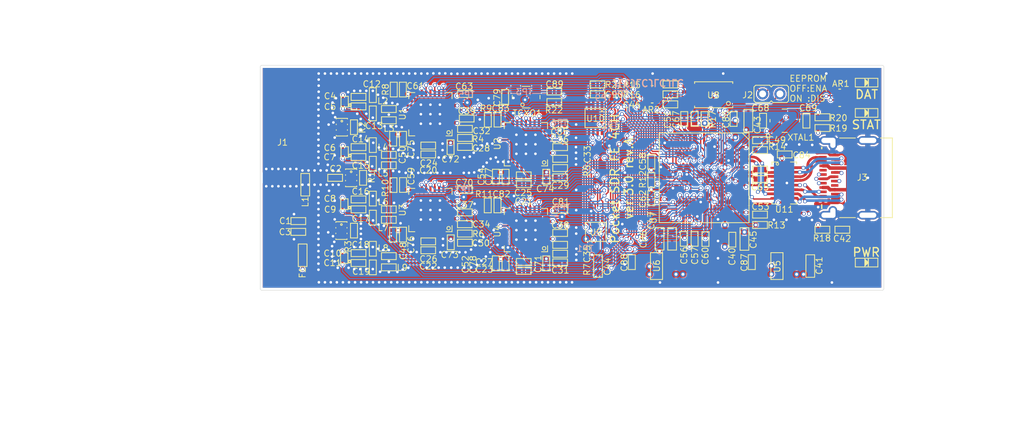
<source format=kicad_pcb>
(kicad_pcb (version 20240108) (generator "pcbnew") (generator_version "8.0")
  (layers (0 "F.Cu" signal) (1 "In1.Cu" signal) (2 "In2.Cu" signal) (31 "B.Cu" signal) (34 "B.Paste" user) (35 "F.Paste" user) (36 "B.SilkS" user "B.Silkscreen") (37 "F.SilkS" user "F.Silkscreen") (38 "B.Mask" user) (39 "F.Mask" user) (44 "Edge.Cuts" user))
  (net 0 "")
  (net 1 "GND")
  (net 2 "+3.3V")
  (net 3 "Net-(R11-P$1)")
  (net 4 "Net-(L3-P$1)")
  (net 5 "Net-(U1-LNAOUT_HI)")
  (net 6 "Net-(U1-MIXIN_HI)")
  (net 7 "Net-(TCXO1-OUT)")
  (net 8 "Net-(U1-XTAL)")
  (net 9 "Net-(R3-P$1)")
  (net 10 "Net-(L3-P$2)")
  (net 11 "Net-(R2-P$1)")
  (net 12 "/SDATA_A")
  (net 15 "/LOCK_A")
  (net 17 "/SCLK")
  (net 18 "/CSN_A")
  (net 19 "/Q1_A")
  (net 20 "/I1_A")
  (net 21 "/I0_A")
  (net 22 "/Q0_A")
  (net 23 "Net-(L4-P$1)")
  (net 24 "Net-(L5-P$1)")
  (net 25 "Net-(L4-P$2)")
  (net 26 "Net-(L5-P$2)")
  (net 27 "Net-(U1-LNAOUT_LO)")
  (net 28 "Net-(U1-MIXIN_LO)")
  (net 29 "Net-(L7-P$1)")
  (net 30 "Net-(L8-P$1)")
  (net 31 "Net-(L9-P$1)")
  (net 32 "Net-(L7-P$2)")
  (net 33 "Net-(L8-P$2)")
  (net 34 "Net-(L9-P$2)")
  (net 35 "Net-(RS1-RF1)")
  (net 36 "Net-(L2-P$1)")
  (net 37 "Net-(RS1-RF2)")
  (net 38 "Net-(R3-P$2)")
  (net 39 "Net-(RS2-RF1)")
  (net 40 "Net-(U2-LNAOUT_LO)")
  (net 41 "Net-(U2-MIXIN_LO)")
  (net 42 "Net-(U2-LNAOUT_HI)")
  (net 43 "Net-(U2-MIXIN_HI)")
  (net 44 "Net-(R6-P$1)")
  (net 45 "Net-(RS2-RF2)")
  (net 46 "Net-(J1-RF)")
  (net 47 "Net-(RD1-INPUT)")
  (net 48 "Net-(RS3-RF1)")
  (net 49 "Net-(U3-LNAOUT_LO)")
  (net 50 "Net-(U3-MIXIN_LO)")
  (net 51 "Net-(U3-LNAOUT_HI)")
  (net 52 "Net-(U3-MIXIN_HI)")
  (net 53 "Net-(RS3-RF2)")
  (net 54 "Net-(U3-XTAL)")
  (net 55 "Net-(RS4-RF1)")
  (net 56 "Net-(U4-LNAOUT_LO)")
  (net 57 "Net-(U4-MIXIN_LO)")
  (net 58 "Net-(U4-LNAOUT_HI)")
  (net 59 "Net-(U4-MIXIN_HI)")
  (net 60 "Net-(RS4-RF2)")
  (net 61 "Net-(U4-XTAL)")
  (net 62 "Net-(L2-P$2)")
  (net 63 "Net-(R9-P$1)")
  (net 64 "Net-(U2-XTAL)")
  (net 65 "/CSN_B")
  (net 66 "/Q1_B")
  (net 67 "/Q0_B")
  (net 68 "/I0_B")
  (net 69 "/I1_B")
  (net 72 "/LOCK_B")
  (net 74 "/CSN_C")
  (net 75 "/Q1_C")
  (net 76 "/Q0_C")
  (net 77 "/I0_C")
  (net 78 "/I1_C")
  (net 81 "/LOCK_C")
  (net 83 "/CSN_D")
  (net 84 "/Q1_D")
  (net 85 "/Q0_D")
  (net 86 "/I0_D")
  (net 87 "/I1_D")
  (net 90 "/LOCK_D")
  (net 92 "Net-(AR1-P1)")
  (net 93 "Net-(AR1-P3)")
  (net 94 "Net-(AR1-P5)")
  (net 97 "Net-(F1-P$1)")
  (net 98 "Net-(L6-P$1)")
  (net 99 "Net-(R4-P$1)")
  (net 100 "Net-(R5-P$1)")
  (net 101 "Net-(R7-P$1)")
  (net 102 "Net-(R4-P$2)")
  (net 103 "Net-(R5-P$2)")
  (net 104 "Net-(R6-P$2)")
  (net 105 "Net-(R7-P$2)")
  (net 106 "/VBUS")
  (net 107 "/+1.2V")
  (net 108 "Net-(J2-P2)")
  (net 109 "Net-(U11-TX+)")
  (net 110 "Net-(U11-TX-)")
  (net 111 "Net-(J3-CC1)")
  (net 112 "/SSTXP1")
  (net 113 "/SSTXN1")
  (net 114 "/USB2_DP")
  (net 115 "/USB2_DM")
  (net 117 "Net-(L6-P$2)")
  (net 118 "Net-(R1-P$1)")
  (net 119 "Net-(R1-P$2)")
  (net 120 "Net-(R2-P$2)")
  (net 121 "Net-(R8-P$1)")
  (net 122 "Net-(R10-P$1)")
  (net 123 "/LED1")
  (net 124 "/LED2")
  (net 125 "Net-(U7-SSTXP)")
  (net 126 "Net-(U7-SSTXM)")
  (net 127 "Net-(R17-P$1)")
  (net 128 "Net-(U7-XTALIN)")
  (net 129 "Net-(U7-XTALOUT)")
  (net 130 "Net-(R12-P$2)")
  (net 131 "Net-(R13-P$2)")
  (net 132 "Net-(R14-P$2)")
  (net 133 "/I2C_SDA")
  (net 134 "/I2C_SCL")
  (net 135 "/RF_SW_A")
  (net 136 "/RF_SW_B")
  (net 137 "/RF_SW_C")
  (net 138 "/RF_SW_D")
  (net 139 "/CLKOUT")
  (net 140 "/ADC_CLK_AB")
  (net 142 "/ADC_CLK_CD")
  (net 147 "/SDATA_B")
  (net 148 "/SDATA_C")
  (net 151 "/USB3_PORT_SEL")
  (net 154 "/PCLK")
  (net 167 "/PLL_CLK_B")
  (net 168 "/PLL_CLK_C")
  (net 169 "/PLL_CLK_D")
  (net 170 "/PLL_CLK_A")
  (net 171 "/SSRXN2")
  (net 172 "/SSRXP2")
  (net 173 "/SSTXP2")
  (net 174 "/SSTXN2")
  (net 175 "Net-(J3-CC2)")
  (net 177 "/SSRXN1")
  (net 178 "/SSRXP1")
  (net 179 "Net-(U11-RX-)")
  (net 180 "Net-(U11-RX+)")
  (net 183 "Net-(U5-NC)")
  (net 184 "Net-(U6-NC)")
  (net 185 "Net-(R21-P$2)")
  (net 186 "/SDATA_D")
  (net 187 "Net-(U9-Y1)")
  (footprint "pocket_sdr_v2.3:RF_DIV" (layer "F.Cu") (at 131.5011 103.75 90)
    (property "Reference" "RD1" (hide yes))
    (property "Value" "PD0922J5050S2HF")
  )
  (footprint "pocket_sdr_v2.3:RF_DIV" (layer "F.Cu") (at 130.4261 97.9 90)
    (property "Reference" "RD2" (hide yes))
    (property "Value" "PD0922J5050S2HF")
  )
  (footprint "pocket_sdr_v2.3:C1005" (layer "F.Cu") (at 155.6261 110.125 180)
    (property "Reference" "C38")
    (property "Value" "0.01uF")
  )
  (footprint "pocket_sdr_v2.3:TQFN28" (layer "F.Cu") (at 140.6511 107.475 90)
    (property "Reference" "U3")
    (property "Value" "MAX2771" (hide yes))
  )
  (footprint "pocket_sdr_v2.3:TQFN28" (layer "F.Cu") (at 140.6511 96.4 90)
    (property "Reference" "U1")
    (property "Value" "MAX2771" (hide yes))
  )
  (footprint "pocket_sdr_v2.3:C1005" (layer "F.Cu") (at 149.3311 103.62 -90)
    (property "Reference" "C77")
    (property "Value" "100pF")
  )
  (footprint "pocket_sdr_v2.3:TP0.5" (layer "F.Cu") (at 158.6011 110.8)
    (property "Reference" "TP1")
    (property "Value" "~")
  )
  (footprint "pocket_sdr_v2.3:C1005" (layer "F.Cu") (at 136.3511 99.23 -90)
    (property "Reference" "C50")
    (property "Value" "0.1uF")
  )
  (footprint "pocket_sdr_v2.3:C1005" (layer "F.Cu") (at 135.8511 107.4)
    (property "Reference" "L6")
    (property "Value" "5.6nH")
  )
  (footprint "pocket_sdr_v2.3:C1005" (layer "F.Cu") (at 155.6261 113.525 180)
    (property "Reference" "C31")
    (property "Value" "750pF")
  )
  (footprint "pocket_sdr_v2.3:XTAL_SMD" (layer "F.Cu") (at 181.5511 97.15)
    (property "Reference" "XTAL1")
    (property "Value" "CS05400-19.2M" (hide yes))
  )
  (footprint "pocket_sdr_v2.3:C1608" (layer "F.Cu") (at 160.0011 113.95 -90)
    (property "Reference" "C44")
    (property "Value" "22uF")
  )
  (footprint "pocket_sdr_v2.3:C1005" (layer "F.Cu") (at 132.3511 101.35)
    (property "Reference" "C7")
    (property "Value" "470pF")
  )
  (footprint "pocket_sdr_v2.3:C1005" (layer "F.Cu") (at 154.9511 95 180)
    (property "Reference" "R22")
    (property "Value" "100K")
  )
  (footprint "pocket_sdr_v2.3:C1005" (layer "F.Cu") (at 171.1511 96.95 90)
    (property "Reference" "C67")
    (property "Value" "1uF")
  )
  (footprint "pocket_sdr_v2.3:C1005" (layer "F.Cu") (at 171.1511 110.8 -90)
    (property "Reference" "C57")
    (property "Value" "0.1uF")
  )
  (footprint "pocket_sdr_v2.3:VSSOP8_SOT765-1_NEX" (layer "F.Cu") (at 159.7511 110 -90)
    (property "Reference" "U9")
    (property "Value" "74AVC9112DCH")
  )
  (footprint "pocket_sdr_v2.3:C1005" (layer "F.Cu") (at 155.6261 100.2 180)
    (property "Reference" "C36")
    (property "Value" "0.01uF")
  )
  (footprint "pocket_sdr_v2.3:C1005" (layer "F.Cu") (at 175.5011 110.9 -90)
    (property "Reference" "C40")
    (property "Value" "0.1uF")
  )
  (footprint "pocket_sdr_v2.3:C1005" (layer "F.Cu") (at 135.8511 95.8)
    (property "Reference" "L2")
    (property "Value" "5.6nH")
  )
  (footprint "pocket_sdr_v2.3:C1608" (layer "F.Cu") (at 125.9011 112.7 -90)
    (property "Reference" "F1")
    (property "Value" "FEMTOSMDC010F-2")
  )
  (footprint "pocket_sdr_v2.3:C1608" (layer "F.Cu") (at 168.5511 110.8 -90)
    (property "Reference" "C47")
    (property "Value" "22uF")
  )
  (footprint "pocket_sdr_v2.3:C1005" (layer "F.Cu") (at 144.6211 110.19 180)
    (property "Reference" "R6")
    (property "Value" "15K")
  )
  (footprint "pocket_sdr_v2.3:SMA-ANG" (layer "F.Cu") (at 119.4011 103.75 90)
    (property "Reference" "J1")
    (property "Value" "SMA-ANG" (hide yes))
  )
  (footprint "pocket_sdr_v2.3:C1005" (layer "F.Cu") (at 137.4911 104.58 90)
    (property "Reference" "C59")
    (property "Value" "0.1uF")
  )
  (footprint "pocket_sdr_v2.3:TQFN28" (layer "F.Cu") (at 151.6761 109.8 90)
    (property "Reference" "U4")
    (property "Value" "MAX2771" (hide yes))
  )
  (footprint "pocket_sdr_v2.3:C1005" (layer "F.Cu") (at 134.0011 96.3 90)
    (property "Reference" "C13")
    (property "Value" "1.1pF")
  )
  (footprint "pocket_sdr_v2.3:PINH-2MM-2P" (layer "F.Cu") (at 180.0011 94.05 -90)
    (property "Reference" "J2")
    (property "Value" "PINH_2MM_2P")
  )
  (footprint "pocket_sdr_v2.3:C1005" (layer "F.Cu") (at 134.0011 106.15 -90)
    (property "Reference" "C16")
    (property "Value" "1.7pF")
  )
  (footprint "pocket_sdr_v2.3:C1005" (layer "F.Cu") (at 172.4011 110.825 -90)
    (property "Reference" "C60")
    (property "Value" "0.1uF")
  )
  (footprint "pocket_sdr_v2.3:C1005" (layer "F.Cu") (at 178.7011 103.9 180)
    (property "Reference" "C65")
    (property "Value" "0.1uF")
  )
  (footprint "pocket_sdr_v2.3:LED_1608" (layer "F.Cu") (at 191.0011 92.75)
    (property "Reference" "LED3" (hide yes))
    (property "Value" "LED1608")
  )
  (footprint "pocket_sdr_v2.3:C1005" (layer "F.Cu") (at 178.7011 100.55 180)
    (property "Reference" "R14")
    (property "Value" "200 1%")
  )
  (footprint "pocket_sdr_v2.3:BGA-121" (layer "F.Cu") (at 172.2511 103.75 -90)
    (property "Reference" "U7")
    (property "Value" "CYUSB3014-BZXC")
  )
  (footprint "pocket_sdr_v2.3:C1005" (layer "F.Cu") (at 132.3511 100.2)
    (property "Reference" "C6")
    (property "Value" "470pF")
  )
  (footprint "pocket_sdr_v2.3:C1005" (layer "F.Cu") (at 155.6411 97.54)
    (property "Reference" "C85")
    (property "Value" "0.1uF")
  )
  (footprint "pocket_sdr_v2.3:C1005" (layer "F.Cu") (at 148.3961 106.94 90)
    (property "Reference" "C82")
    (property "Value" "0.1uF")
  )
  (footprint "pocket_sdr_v2.3:C1005" (layer "F.Cu") (at 148.2111 103.61 -90)
    (property "Reference" "C54")
    (property "Value" "0.1uF")
  )
  (footprint "pocket_sdr_v2.3:C1005" (layer "F.Cu") (at 140.4011 100.025)
    (property "Reference" "C24")
    (property "Value" "470pF")
  )
  (footprint "pocket_sdr_v2.3:TP0.5" (layer "F.Cu") (at 144.500938 105.991444)
    (property "Reference" "TP7")
    (property "Value" "~")
  )
  (footprint "pocket_sdr_v2.3:PG-TSLP-6-4_INF" (layer "F.Cu") (at 130.7511 94.95 180)
    (property "Reference" "RS1" (hide yes))
    (property "Value" "BGS12P2L6E6327XTSA1")
  )
  (footprint "pocket_sdr_v2.3:C1608" (layer "F.Cu") (at 184.5011 113.95 90)
    (property "Reference" "C41")
    (property "Value" "22uF")
  )
  (footprint "pocket_sdr_v2.3:C1005" (layer "F.Cu") (at 188.2011 109.75 180)
    (property "Reference" "C42")
    (property "Value" "0.1uF")
  )
  (footprint "pocket_sdr_v2.3:C1005" (layer "F.Cu") (at 166.1511 106.1 -90)
    (property "Reference" "C62")
    (property "Value" "0.1uF")
  )
  (footprint "pocket_sdr_v2.3:C1005" (layer "F.Cu") (at 131.8261 109.85 90)
    (property "Reference" "R3")
    (property "Value" "100")
  )
  (footprint "pocket_sdr_v2.3:C1005" (layer "F.Cu") (at 137.4811 99.24 -90)
    (property "Reference" "C75")
    (property "Value" "100pF")
  )
  (footprint "pocket_sdr_v2.3:C1005" (layer "F.Cu") (at 169.9011 110.8 -90)
    (property "Reference" "C56")
    (property "Value" "0.1uF")
  )
  (footprint "pocket_sdr_v2.3:C1608" (layer "F.Cu") (at 176.9011 110.82 -90)
    (property "Reference" "C45")
    (property "Value" "22uF")
  )
  (footprint "pocket_sdr_v2.3:C1005" (layer "F.Cu") (at 147.2811 97.03 90)
    (property "Reference" "R9")
    (property "Value" "10K")
  )
  (footprint "pocket_sdr_v2.3:C1005" (layer "F.Cu") (at 172.3011 96.95 -90)
    (property "Reference" "R17")
    (property "Value" "100K")
  )
  (footprint "pocket_sdr_v2.3:C1005" (layer "F.Cu") (at 144.6411 98.1)
    (property "Reference" "C32")
    (property "Value" "15pF")
  )
  (footprint "pocket_sdr_v2.3:C1005" (layer "F.Cu") (at 184.0511 97.15 90)
    (property "Reference" "C69")
    (property "Value" "13pF")
  )
  (footprint "pocket_sdr_v2.3:C1005" (layer "F.Cu") (at 151.4261 104.475)
    (property "Reference" "C21")
    (property "Value" "470pF")
  )
  (footprint "pocket_sdr_v2.3:C1005" (layer "F.Cu") (at 155.6311 107.45)
    (property "Reference" "C81")
    (property "Value" "0.1uF")
  )
  (footprint "pocket_sdr_v2.3:C1005" (layer "F.Cu") (at 155.6261 101.55)
    (property "Reference" "C33")
    (property "Value" "15pF")
  )
  (footprint "pocket_sdr_v2.3:C1005" (layer "F.Cu") (at 134.0011 102.12 90)
    (property "Reference" "C15")
    (property "Value" "1.1pF")
  )
  (footprint "pocket_sdr_v2.3:PG-TSLP-6-4_INF" (layer "F.Cu") (at 130.7511 100.775 180)
    (property "Reference" "RS2" (hide yes))
    (property "Value" "BGS12P2L6E6327XTSA1")
  )
  (footprint "pocket_sdr_v2.3:C1005" (layer "F.Cu") (at 148.4061 97.03 90)
    (property "Reference" "C83")
    (property "Value" "0.1uF")
  )
  (footprint "pocket_sdr_v2.3:C1005" (layer "F.Cu") (at 136.3411 110.31 -90)
    (property "Reference" "C48")
    (property "Value" "0.1uF")
  )
  (footprint "pocket_sdr_v2.3:TP0.5" (layer "F.Cu") (at 161.1011 94.25)
    (property "Reference" "TP4")
    (property "Value" "~")
  )
  (footprint "pocket_sdr_v2.3:C1005" (layer "F.Cu") (at 136.3811 104.59 90)
    (property "Reference" "R10")
    (property "Value" "10K")
  )
  (footprint "pocket_sdr_v2.3:C1608" (layer "F.Cu") (at 167.1011 110.8 90)
    (property "Reference" "C86")
    (property "Value" "22uF")
  )
  (footprint "pocket_sdr_v2.3:LED_1608" (layer "F.Cu") (at 191.0011 96.25)
    (property "Reference" "LED2" (hide yes))
    (property "Value" "LED1608")
  )
  (footprint "pocket_sdr_v2.3:C1005" (layer "F.Cu") (at 178.7011 108)
    (property "Reference" "C53")
    (property "Value" "0.1uF")
  )
  (footprint "pocket_sdr_v2.3:C1005" (layer "F.Cu") (at 149.2761 94.4 -90)
    (property "Reference" "C79")
    (property "Value" "0.1uF")
  )
  (footprint "pocket_sdr_v2.3:TP0.5" (layer "F.Cu") (at 155.847839 108.258184)
    (property "Reference" "TP8")
    (property "Value" "~")
  )
  (footprint "pocket_sdr_v2.3:TSSOP_8P" (layer "F.Cu") (at 173.3511 94.15 90)
    (property "Reference" "U8")
    (property "Value" "AT24CM01-XHM")
  )
  (footprint "pocket_sdr_v2.3:C1005" (layer "F.Cu") (at 155.6261 102.625 180)
    (property "Reference" "R5")
    (property "Value" "15K")
  )
  (footprint "pocket_sdr_v2.3:PG-TSLP-6-4_INF" (layer "F.Cu") (at 130.7011 113.025 180)
    (property "Reference" "RS4" (hide yes))
    (property "Value" "BGS12P2L6E6327XTSA1")
  )
  (footprint "pocket_sdr_v2.3:TP0.5" (layer "F.Cu") (at 161.3011 98.81)
    (property "Reference" "TP2")
    (property "Value" "~")
  )
  (footprint "pocket_sdr_v2.3:C1005" (layer "F.Cu") (at 144.6411 100.18 180)
    (property "Reference" "C28")
    (property "Value" "750pF")
  )
  (footprint "pocket_sdr_v2.3:C1005" (layer "F.Cu") (at 144.8411 96.9 180)
    (property "Reference" "C39")
    (property "Value" "0.01uF")
  )
  (footprint "pocket_sdr_v2.3:C1005" (layer "F.Cu") (at 147.2711 106.94 90)
    (property "Reference" "R11")
    (property "Value" "10K")
  )
  (footprint "pocket_sdr_v2.3:C1005" (layer "F.Cu") (at 154.0261 103.62 -90)
    (property "Reference" "C74")
    (property "Value" "0.1uF")
  )
  (footprint "pocket_sdr_v2.3:C1005" (layer "F.Cu") (at 159.9511 94.1 180)
    (property "Reference" "C90")
    (property "Value" "0.1uF")
  )
  (footprint "pocket_sdr_v2.3:PG-TSLP-6-4_INF" (layer "F.Cu") (at 130.7136 106.800001 180)
    (property "Reference" "RS3" (hide yes))
    (property "Value" "BGS12P2L6E6327XTSA1")
  )
  (footprint "pocket_sdr_v2.3:TP0.5" (layer "F.Cu") (at 155.603296 98.274457)
    (property "Reference" "TP6")
    (property "Value" "~")
  )
  (footprint "pocket_sdr_v2.3:C1005" (layer "F.Cu") (at 151.4211 114.5)
    (property "Reference" "C23")
    (property "Value" "470pF")
  )
  (footprint "pocket_sdr_v2.3:USB4080-03-A_GCT" (layer "F.Cu") (at 189.9011 103.75 90)
    (property "Reference" "J3")
    (property "Value" "USB4080-03-A")
  )
  (footprint "pocket_sdr_v2.3:C1005" (layer "F.Cu") (at 155.6261 112.525 180)
    (property "Reference" "R7")
    (property "Value" "15K")
  )
  (footprint "pocket_sdr_v2.3:C1005" (layer "F.Cu") (at 132.3511 112.45)
    (property "Reference" "C10")
    (property "Value" "470pF")
  )
  (footprint "pocket_sdr_v2.3:C1005" (layer "F.Cu") (at 154.9511 93.775)
    (property "Reference" "C89")
    (property "Value" "0.01uF")
  )
  (footprint "pocket_sdr_v2.3:C1005" (layer "F.Cu") (at 144.6211 109.11)
    (property "Reference" "C34")
    (property "Value" "15pF")
  )
  (footprint "pocket_sdr_v2.3:RF_DIV" (layer "F.Cu") (at 130.3761 109.85 90)
    (property "Reference" "RD3" (hide yes))
    (property "Value" "PD0922J5050S2HF")
  )
  (footprint "pocket_sdr_v2.3:TCXO" (layer "F.Cu") (at 151.7011 94.425)
    (property "Reference" "TCXO1")
    (property "Value" "TG2520SMN 24.0000M-MCGNNM3" (hide yes))
  )
  (footprint "pocket_sdr_v2.3:C1005" (layer "F.Cu") (at 144.6411 94.06)
    (property "Reference" "C63")
    (property "Value" "0.1uF")
  )
  (footprint "pocket_sdr_v2.3:C1005" (layer "F.Cu") (at 143.0011 111.2 -90)
    (property "Reference" "C73")
    (property "Value" "0.1uF")
  )
  (footprint "pocket_sdr_v2.3:VSSOP8_SOT765-1_NEX" (layer "F.Cu") (at 159.7011 96.85 -90)
    (property "Reference" "U10")
    (property "Value" "74AVC9112DCH")
  )
  (footprint "pocket_sdr_v2.3:C1005" (layer "F.Cu") (at 185.9011 98 180)
    (property "Reference" "R19")
    (property "Value" "5.1K")
  )
  (footprint "pocket_sdr_v2.3:C1005" (layer "F.Cu") (at 166.1511 104 90)
    (property "Reference" "R12")
    (property "Value" "10K")
  )
  (footprint "pocket_sdr_v2.3:C1005" (layer "F.Cu") (at 140.4011 101.05)
    (property "Reference" "C20")
    (property "Value" "470pF")
  )
  (footprint "pocket_sdr_v2.3:C1005" (layer "F.Cu") (at 132.3511 106.25)
    (property "Reference" "C8")
    (property "Value" "470pF")
  )
  (footprint "pocket_sdr_v2.3:C1005" (layer "F.Cu") (at 181.5511 101.05)
    (property "Reference" "C84")
    (property "Value" "0.1uF")
  )
  (footprint "pocket_sdr_v2.3:C1005" (layer "F.Cu") (at 148.2011 113.62 -90)
    (property "Reference" "C52")
    (property "Value" "0.1uF")
  )
  (footprint "pocket_sdr_v2.3:C1005" (layer "F.Cu") (at 134.0011 108.35 90)
    (property "Reference" "C17")
    (property "Value" "1.1pF")
  )
  (footprint "pocket_sdr_v2.3:C1005" (layer "F.Cu") (at 155.6261 111.5)
    (property "Reference" "C35")
    (property "Value" "15pF")
  )
  (footprint "pocket_sdr_v2.3:C1005" (layer "F.Cu") (at 125.4011 110)
    (property "Reference" "C3")
    (property "Value" "0.1uF")
  )
  (footprint "pocket_sdr_v2.3:SOT23" (layer "F.Cu") (at 180.6511 113.95 90)
    (property "Reference" "U5")
    (property "Value" "SPX3819M5-L-1-2/TR")
  )
  (footprint "pocket_sdr_v2.3:C1005" (layer "F.Cu") (at 131.8261 97.9 90)
    (property "Reference" "R2")
    (property "Value" "100")
  )
  (footprint "pocket_sdr_v2.3:C1005" (layer "F.Cu") (at 137.4811 110.31 -90)
    (property "Reference" "C76")
    (property "Value" "100pF")
  )
  (footprint "pocket_sdr_v2.3:C1005" (layer "F.Cu") (at 129.6511 103.75)
    (property "Reference" "C2")
    (property "Value" "470pF")
  )
  (footprint "pocket_sdr_v2.3:C1005" (layer "F.Cu") (at 177.7511 113.5 -90)
    (property "Reference" "C87")
    (property "Value" "0.1uF")
  )
  (footprint "pocket_sdr_v2.3:EXB28V" (layer "F.Cu") (at 187.9011 94.5 90)
    (property "Reference" "AR1")
    (property "Value" "1K x 4" (hide yes))
  )
  (footprint "pocket_sdr_v2.3:C1005" (layer "F.Cu") (at 144.6311 105.15)
    (property "Reference" "C70")
    (property "Value" "0.1uF")
  )
  (footprint "pocket_sdr_v2.3:TP0.5" (layer "F.Cu") (at 162.1511 94.5)
    (property "Reference" "TP9")
    (property "Value" "~")
  )
  (footprint "pocket_sdr_v2.3:C1005" (layer "F.Cu") (at 168.3511 95.26 180)
    (property "Reference" "C46")
    (property "Value" "0.1uF")
  )
  (footprint "pocket_sdr_v2.3:20TQFN-ZB_PI3USB302-A_DIO" (layer "F.Cu") (at 181.5073 104.349999)
    (property "Reference" "U11")
    (property "Value" "PI3USB302-AZBEX")
  )
  (footprint "pocket_sdr_v2.3:C1005" (layer "F.Cu") (at 159.9511 92.95 180)
    (property "Reference" "R21")
    (property "Value" "100K")
  )
  (footprint "pocket_sdr_v2.3:EXB28V" (layer "F.Cu") (at 166.2511 94.1 -90)
    (property "Reference" "AR2")
    (property "Value" "10K x 4" (hide yes))
  )
  (footprint "pocket_sdr_v2.3:C1005" (layer "F.Cu") (at 135.8511 114.1)
    (property "Reference" "L9")
    (property "Value" "8.4nH")
  )
  (footprint "pocket_sdr_v2.3:C1005" (layer "F.Cu") (at 132.8761 103.75 90)
    (property "Reference" "R1")
    (property "Value" "100")
  )
  (footprint "pocket_sdr_v2.3:C1005" (layer "F.Cu") (at 151.4261 103.475)
    (property "Reference" "C25")
    (property "Value" "470pF")
  )
  (footprint "pocket_sdr_v2.3:C1005" (layer "F.Cu") (at 132.3511 107.4)
    (property "Reference" "C9")
    (property "Value" "470pF")
  )
  (footprint "pocket_sdr_v2.3:C1005" (layer "F.Cu") (at 135.8511 101.1)
    (property "Reference" "L4")
    (property "Value" "5.6nH")
  )
  (footprint "pocket_sdr_v2.3:LED_1608" (layer "F.Cu") (at 191.0011 113.55)
    (property "Reference" "LED1" (hide yes))
    (property "Value" "LED1608")
  )
  (footprint "pocket_sdr_v2.3:C1005" (layer "F.Cu") (at 185.9011 96.75 180)
    (property "Reference" "R20")
    (property "Value" "10K")
  )
  (footprint "pocket_sdr_v2.3:TP0.5" (layer "F.Cu") (at 144.912158 95.059235)
    (property "Reference" "TP5")
    (property "Value" "~")
  )
  (footprint "pocket_sdr_v2.3:C1005" (layer "F.Cu") (at 149.3211 113.62 -90)
    (property "Reference" "C78")
    (property "Value" "100pF")
  )
  (footprint "pocket_sdr_v2.3:C1005" (layer "F.Cu") (at 132.3511 113.6)
    (property "Reference" "C11")
    (property "Value" "470pF")
  )
  (footprint "pocket_sdr_v2.3:SOT23" (layer "F.Cu") (at 166.7511 113.95 90)
    (property "Reference" "U6")
    (property "Value" "SPX3819M5-L-3-3/TR")
  )
  (footprint "pocket_sdr_v2.3:MS300-10F" (layer "F.Cu") (at 142.6011 103.75)
    (property "Reference" "J6" (hide yes))
    (property "Value" "MS300-10F")
  )
  (footprint "pocket_sdr_v2.3:TQFN28" (layer "F.Cu") (at 151.6761 99.875 90)
    (property "Reference" "U2")
    (property "Value" "MAX2771" (hide yes))
  )
  (footprint "pocket_sdr_v2.3:C1005" (layer "F.Cu") (at 168.3511 94.1 180)
    (property "Reference" "R16")
    (property "Value" "2.2K")
  )
  (footprint "pocket_sdr_v2.3:C1005" (layer "F.Cu") (at 142.9811 100.2 -90)
    (property "Reference" "C72")
    (property "Value" "0.1uF")
  )
  (footprint "pocket_sdr_v2.3:C1005" (layer "F.Cu") (at 134.0011 111.95 -90)
    (property "Reference" "C18")
    (property "Value" "1.7pF")
  )
  (footprint "pocket_sdr_v2.3:C1005" (layer "F.Cu") (at 134.0011 94.2 -90)
    (property "Reference" "C12")
    (property "Value" "1.7pF")
  )
  (footprint "pocket_sdr_v2.3:C1005" (layer "F.Cu") (at 178.7011 99.4)
    (property "Reference" "C49")
    (property "Value" "0.1uF")
  )
  (footprint "pocket_sdr_v2.3:C1005" (layer "F.Cu") (at 178.7011 109.2 180)
    (property "Reference" "R13")
    (property "Value" "6.04K 1%")
  )
  (footprint "pocket_sdr_v2.3:C1005" (layer "F.Cu") (at 135.8511 112.8)
    (property "Reference" "L8")
    (property "Value" "5.6nH")
  )
  (footprint "pocket_sdr_v2.3:C1005" (layer "F.Cu") (at 125.4011 108.75)
    (property "Reference" "C1")
    (property "Value" "100pF")
  )
  (footprint "pocket_sdr_v2.3:C1005" (layer "F.Cu") (at 132.3511 94.4)
    (property "Reference" "C4")
    (property "Value" "470pF")
  )
  (footprint "pocket_sdr_v2.3:C1005" (layer "F.Cu") (at 140.4011 112.125)
    (property "Reference" "C22")
    (property "Value" "470pF")
  )
  (footprint "pocket_sdr_v2.3:TP0.5" (layer "F.Cu") (at 151.571582 94.725976)
    (property "Reference" "TP3")
    (property "Value" "~")
  )
  (footprint "pocket_sdr_v2.3:C1005" (layer "F.Cu") (at 169.9511 96.95 90)
    (property "Reference" "C51")
    (property "Value" "0.1uF")
  )
  (footprint "pocket_sdr_v2.3:C1005" (layer "F.Cu") (at 168.3511 92.95 180)
    (property "Reference" "R15")
    (property "Value" "2.2K")
  )
  (footprint "pocket_sdr_v2.3:C1005" (layer "F.Cu") (at 136.4211 93.55 90)
    (property "Reference" "R8")
    (property "Value" "10K")
  )
  (footprint "pocket_sdr_v2.3:C1005" (layer "F.Cu") (at 155.6261 103.7 180)
    (property "Reference" "C29")
    (property "Value" "750pF")
  )
  (footprint "pocket_sdr_v2.3:C1005" (layer "F.Cu") (at 135.8511 108.6)
    (property "Reference" "L7")
    (property "Value" "8.4nH")
  )
  (footprint "pocket_sdr_v2.3:C1005" (layer "F.Cu") (at 166.1511 101.9 90)
    (property "Reference" "C58")
    (property "Value" "0.1uF")
  )
  (footprint "pocket_sdr_v2.3:C1005" (layer "F.Cu") (at 154.0211 113.63 -90)
    (property "Reference" "C71")
    (property "Value" "0.1uF")
  )
  (footprint "pocket_sdr_v2.3:C1005" (layer "F.Cu") (at 151.4261 113.475)
    (property "Reference" "C27")
    (property "Value" "470pF")
  )
  (footprint "pocket_sdr_v2.3:C1005" (layer "F.Cu") (at 140.4011 111.1)
    (property "Reference" "C26")
    (property "Value" "470pF")
  )
  (footprint "pocket_sdr_v2.3:C1005" (layer "F.Cu") (at 179.0511 97.15 -90)
    (property "Reference" "C68")
    (property "Value" "13pF")
  )
  (footprint "pocket_sdr_v2.3:C1005" (layer "F.Cu") (at 144.6261 107.75 180)
    (property "Reference" "C37")
    (property "Value" "0.01uF")
  )
  (footprint "pocket_sdr_v2.3:C1005" (layer "F.Cu") (at 178.7011 102.8 180)
    (property "Reference" "C64" (hide yes))
    (property "Value" "0.1uF")
  )
  (footprint "pocket_sdr_v2.3:C1005" (layer "F.Cu") (at 175.6511 96.95 90)
    (property "Reference" "C80")
    (property "Value" "0.1uF")
  )
  (footprint "pocket_sdr_v2.3:C1005" (layer "F.Cu") (at 132.3511 95.5)
    (property "Reference" "C5")
    (property "Value" "470pF")
  )
  (footprint "pocket_sdr_v2.3:C1608" (layer "F.Cu") (at 177.3511 97.15 90)
    (property "Reference" "C43")
    (property "Value" "22uF")
  )
  (footprint "pocket_sdr_v2.3:C1005" (layer "F.Cu") (at 134.0011 114.1 90)
    (property "Reference" "C19")
    (property "Value" "1.1pF")
  )
  (footprint "pocket_sdr_v2.3:C1005" (layer "F.Cu") (at 137.4711 93.55 90)
    (property "Reference" "C61")
    (property "Value" "0.1uF")
  )
  (footprint "pocket_sdr_v2.3:C1005" (layer "F.Cu") (at 144.6311 111.25 180)
    (property "Reference" "C30")
    (property "Value" "750pF")
  )
  (footprint "pocket_sdr_v2.3:C1005" (layer "F.Cu") (at 134.0011 99.97 -90)
    (property "Reference" "C14")
    (property "Value" "1.7pF")
  )
  (footprint "pocket_sdr_v2.3:C1005" (layer "F.Cu") (at 185.9011 109.75 180)
    (property "Reference" "R18")
    (property "Value" "5.1K")
  )
  (footprint "pocket_sdr_v2.3:C1005" (layer "F.Cu") (at 163.9011 113.5 -90)
    (property "Reference" "C88")
    (property "Value" "0.1uF")
  )
  (footprint "pocket_sdr_v2.3:C1608" (layer "F.Cu") (at 126.2011 104.55 90)
    (property "Reference" "L1")
    (property "Value" "68nH")
  )
  (footprint "pocket_sdr_v2.3:C1005" (layer "F.Cu") (at 144.6411 99.14 180)
    (property "Reference" "R4")
    (property "Value" "15K")
  )
  (footprint "pocket_sdr_v2.3:C1005" (layer "F.Cu") (at 135.8511 97.1)
    (property "Reference" "L3")
    (property "Value" "8.4nH")
  )
  (footprint "pocket_sdr_v2.3:C1005" (layer "F.Cu") (at 135.8511 102.3)
    (property "Reference" "L5")
    (property "Value" "8.4nH")
  )
  (gr_line (start 192.8011 116.75) (end 121.2011 116.75) (stroke (width 0.05)) (layer "Edge.Cuts"))
  (gr_arc (start 192.8011 90.75) (mid 192.942522 90.808578) (end 193.0011 90.95) (stroke (width 0.05)) (layer "Edge.Cuts"))
  (gr_line (start 121.2011 90.75) (end 192.8011 90.75) (stroke (width 0.05)) (layer "Edge.Cuts"))
  (gr_arc (start 121.0011 90.95) (mid 121.059678 90.808578) (end 121.2011 90.75) (stroke (width 0.05)) (layer "Edge.Cuts"))
  (gr_line (start 193.0011 90.95) (end 193.0011 116.55) (stroke (width 0.05)) (layer "Edge.Cuts"))
  (gr_arc (start 193.0011 116.55) (mid 192.942522 116.691422) (end 192.8011 116.75) (stroke (width 0.05)) (layer "Edge.Cuts"))
  (gr_arc (start 121.2011 116.75) (mid 121.059678 116.691422) (end 121.0011 116.55) (stroke (width 0.05)) (layer "Edge.Cuts"))
  (gr_line (start 121.0011 116.55) (end 121.0011 90.95) (stroke (width 0.05)) (layer "Edge.Cuts"))
  (gr_text "JLCJLCJLCJLC" (at 161.5811 92.3 180) (layer "B.SilkS") (effects (font (size 0.8 0.8) (thickness 0.15) (bold yes)) (justify left bottom mirror)))
  (gr_text "PWR" (at 189.3011 112.95 0) (layer "F.SilkS") (effects (font (size 1 1)) (justify left bottom)))
  (gr_text "Pocket SDR FE 4CH\nver.3.0 rev.A" (at 164.1351 103.84 90) (layer "F.SilkS") (effects (font (size 1 1)) (justify bottom)))
  (gr_text "EEPROM\nOFF:ENA\nON :DIS" (at 182.0511 95 0) (layer "F.SilkS") (effects (font (size 0.715264 0.715264) (thickness 0.097536)) (justify left bottom)))
  (gr_text "STAT" (at 189.2011 98.2 0) (layer "F.SilkS") (effects (font (size 1 1)) (justify left bottom)))
  (gr_text "DAT" (at 189.6011 94.7 0) (layer "F.SilkS") (effects (font (size 1 1)) (justify left bottom)))
  (segment (start 181.7573 102.152899) (end 181.7573 101.3438) (width 0.254) (layer "F.Cu") (net 1))
  (segment (start 181.5073 103.3874) (end 181.5073 104.349999) (width 0.254) (layer "F.Cu") (net 1))
  (segment (start 181.2573 104.099999) (end 181.5073 104.349999) (width 0.254) (layer "F.Cu") (net 1))
  (segment (start 180.3135 104.099999) (end 181.2573 104.099999) (width 0.254) (layer "F.Cu") (net 1))
  (segment (start 180.3135 102.6) (end 180.7199 102.6) (width 0.254) (layer "F.Cu") (net 1))
  (segment (start 169.051101 102.15) (end 169.0011 102.099999) (width 0.1524) (layer "F.Cu") (net 1))
  (segment (start 168.251101 100.55) (end 168.251101 101.35) (width 0.1524) (layer "F.Cu") (net 1))
  (segment (start 171.4629 108.211024) (end 171.4511 108.199224) (width 0.3048) (layer "F.Cu") (net 1))
  (segment (start 168.251101 100.55) (end 168.251101 99.75) (width 0.1524) (layer "F.Cu") (net 1))
  (segment (start 171.4511 108.199224) (end 171.4511 107.749999) (width 0.3048) (layer "F.Cu") (net 1))
  (segment (start 181.7573 102.152899) (end 181.7573 104.099999) (width 0.254) (layer "F.Cu") (net 1))
  (segment (start 181.7573 104.599999) (end 181.5073 104.349999) (width 0.254) (layer "F.Cu") (net 1))
  (segment (start 181.7573 101.3438) (end 182.0511 101.05) (width 0.254) (layer "F.Cu") (net 1))
  (segment (start 181.7573 104.099999) (end 181.5073 104.349999) (width 0.254) (layer "F.Cu") (net 1))
  (segment (start 169.0011 102.099999) (end 169.0011 101.400001) (width 0.1524) (layer "F.Cu") (net 1))
  (segment (start 169.0011 101.400001) (end 169.051101 101.35) (width 0.1524) (layer "F.Cu") (net 1))
  (segment (start 181.7573 106.547099) (end 181.7573 104.599999) (width 0.254) (layer "F.Cu") (net 1))
  (segment (start 180.7199 102.6) (end 181.5073 103.3874) (width 0.254) (layer "F.Cu") (net 1))
  (via (at 131.8511 111.75) (size 0.45) (drill 0.3) (layers "F.Cu" "B.Cu") (net 1))
  (via (at 132.5511 114.3) (size 0.45) (drill 0.3) (layers "F.Cu" "B.Cu") (net 1))
  (via (at 129.6011 106.4) (size 0.45) (drill 0.3) (layers "F.Cu" "B.Cu") (net 1))
  (via (at 142.0511 99.8) (size 0.45) (drill 0.3) (layers "F.Cu" "B.Cu") (net 1))
  (via (at 127.7261 107.375) (size 0.45) (drill 0.3) (layers "F.Cu" "B.Cu") (net 1))
  (via (at 134.0011 105.85) (size 0.45) (drill 0.3) (layers "F.Cu" "B.Cu") (net 1))
  (via (at 138.5011 103.1777) (size 0.45) (drill 0.3) (layers "F.Cu" "B.Cu") (net 1))
  (via (at 145.706699 103.126961) (size 0.45) (drill 0.3) (layers "F.Cu" "B.Cu") (net 1))
  (via (at 157.4611 99.125) (size 0.45) (drill 0.3) (layers "F.Cu" "B.Cu") (net 1))
  (via (at 147.9511 91.7) (size 0.45) (drill 0.3) (layers "F.Cu" "B.Cu") (net 1))
  (via (at 125.8761 104.55) (size 0.45) (drill 0.3) (layers "F.Cu" "B.Cu") (net 1))
  (via (at 129.3011 112.25) (size 0.45) (drill 0.3) (layers "F.Cu" "B.Cu") (net 1))
  (via (at 145.1761 91.7) (size 0.45) (drill 0.3) (layers "F.Cu" "B.Cu") (net 1))
  (via (at 127.7261 105.3) (size 0.45) (drill 0.3) (layers "F.Cu" "B.Cu") (net 1))
  (via (at 150.3011 105.85) (size 0.45) (drill 0.3) (layers "F.Cu" "B.Cu") (net 1))
  (via (at 133.2511 93.7) (size 0.45) (drill 0.3) (layers "F.Cu" "B.Cu") (net 1))
  (via (at 128.6761 104.55) (size 0.45) (drill 0.3) (layers "F.Cu" "B.Cu") (net 1))
  (via (at 127.7261 109.45) (size 0.45) (drill 0.3) (layers "F.Cu" "B.Cu") (net 1))
  (via (at 157.4811 107.49) (size 0.45) (drill 0.3) (layers "F.Cu" "B.Cu") (net 1))
  (via (at 141.610565 101.403762) (size 0.45) (drill 0.3) (layers "F.Cu" "B.Cu") (net 1))
  (via (at 147.2511 115.825) (size 0.45) (drill 0.3) (layers "F.Cu" "B.Cu") (net 1))
  (via (at 134.7261 115.825) (size 0.45) (drill 0.3) (layers "F.Cu" "B.Cu") (net 1))
  (via (at 133.2511 111.75) (size 0.45) (drill 0.3) (layers "F.Cu" "B.Cu") (net 1))
  (via (at 163.0761 104.0064) (size 0.45) (drill 0.3) (layers "F.Cu" "B.Cu") (net 1))
  (via (at 141.0011 115.825) (size 0.45) (drill 0.3) (layers "F.Cu" "B.Cu") (net 1))
  (via (at 135.3511 97.8) (size 0.45) (drill 0.3) (layers "F.Cu" "B.Cu") (net 1))
  (via (at 134.6511 97.45) (size 0.45) (drill 0.3) (layers "F.Cu" "B.Cu") (net 1))
  (via (at 140.3011 91.7) (size 0.45) (drill 0.3) (layers "F.Cu" "B.Cu") (net 1))
  (via (at 163.0711 113.7584) (size 0.45) (drill 0.3) (layers "F.Cu" "B.Cu") (net 1))
  (via (at 181.7261 99.9) (size 0.45) (drill 0.3) (layers "F.Cu" "B.Cu") (net 1))
  (via (at 142.2011 103.1782) (size 0.45) (drill 0.3) (layers "F.Cu" "B.Cu") (net 1))
  (via (at 135.4261 91.7) (size 0.45) (drill 0.3) (layers "F.Cu" "B.Cu") (net 1))
  (via (at 171.8511 106.55) (size 0.45) (drill 0.3) (layers "F.Cu" "B.Cu") (net 1))
  (via (at 130.0511 102.9) (size 0.45) (drill 0.3) (layers "F.Cu" "B.Cu") (net 1))
  (via (at 150.0511 115.825) (size 0.45) (drill 0.3) (layers "F.Cu" "B.Cu") (net 1))
  (via (at 157.4711 97.588) (size 0.45) (drill 0.3) (layers "F.Cu" "B.Cu") (net 1))
  (via (at 157.4811 110.2) (size 0.45) (drill 0.3) (layers "F.Cu" "B.Cu") (net 1))
  (via (at 141.8011 112.35) (size 0.45) (drill 0.3) (layers "F.Cu" "B.Cu") (net 1))
  (via (at 129.3761 102.9) (size 0.45) (drill 0.3) (layers "F.Cu" "B.Cu") (net 1))
  (via (at 133.6761 104.75) (size 0.45) (drill 0.3) (layers "F.Cu" "B.Cu") (net 1))
  (via (at 134.0261 91.7) (size 0.45) (drill 0.3) (layers "F.Cu" "B.Cu") (net 1))
  (via (at 136.1261 91.7) (size 0.45) (drill 0.3) (layers "F.Cu" "B.Cu") (net 1))
  (via (at 139.6011 115.825) (size 0.45) (drill 0.3) (layers "F.Cu" "B.Cu") (net 1))
  (via (at 135.8511 112.1) (size 0.45) (drill 0.3) (layers "F.Cu" "B.Cu") (net 1))
  (via (at 131.2511 91.7) (size 0.45) (drill 0.3) (layers "F.Cu" "B.Cu") (net 1))
  (via (at 127.7511 93.1) (size 0.45) (drill 0.3) (layers "F.Cu" "B.Cu") (net 1))
  (via (at 127.7261 97.975) (size 0.45) (drill 0.3) (layers "F.Cu" "B.Cu") (net 1))
  (via (at 187.0011 115.85) (size 0.45) (drill 0.3) (layers "F.Cu" "B.Cu") (net 1))
  (via (at 180.3011 108.6) (size 0.45) (drill 0.3) (layers "F.Cu" "B.Cu") (net 1))
  (via (at 132.6261 110.825) (size 0.45) (drill 0.3) (layers "F.Cu" "B.Cu") (net 1))
  (via (at 151.4511 91.7) (size 0.45) (drill 0.3) (layers "F.Cu" "B.Cu") (net 1))
  (via (at 139.6011 91.7) (size 0.45) (drill 0.3) (layers "F.Cu" "B.Cu") (net 1))
  (via (at 145.1011 103.1782) (size 0.45) (drill 0.3) (layers "F.Cu" "B.Cu") (net 1))
  (via (at 183.2261 99.9) (size 0.45) (drill 0.3) (layers "F.Cu" "B.Cu") (net 1))
  (via (at 129.9511 114.15) (size 0.45) (drill 0.3) (layers "F.Cu" "B.Cu") (net 1))
  (via (at 135.3511 102.9515) (size 0.45) (drill 0.3) (layers "F.Cu" "B.Cu") (net 1))
  (via (at 122.4011 102.725) (size 0.45) (drill 0.3) (layers "F.Cu" "B.Cu") (net 1))
  (via (at 128.9511 105.25) (size 0.45) (drill 0.3) (layers "F.Cu" "B.Cu") (net 1))
  (via (at 128.8511 110.05) (size 0.45) (drill 0.3) (layers "F.Cu" "B.Cu") (net 1))
  (via (at 141.6911 91.68) (size 0.45) (drill 0.3) (layers "F.Cu" "B.Cu") (net 1))
  (via (at 152.1511 91.7) (size 0.45) (drill 0.3) (layers "F.Cu" "B.Cu") (net 1))
  (via (at 137.9511 101.3) (size 0.45) (drill 0.3) (layers "F.Cu" "B.Cu") (net 1))
  (via (at 127.7261 106.675) (size 0.45) (drill 0.3) (layers "F.Cu" "B.Cu") (net 1))
  (via (at 143.8011 114.1309) (size 0.45) (drill 0.3) (layers "F.Cu" "B.Cu") (net 1))
  (via (at 127.7261 111.525) (size 0.45) (drill 0.3) (layers "F.Cu" "B.Cu") (net 1))
  (via (at 129.6011 113.4) (size 0.45) (drill 0.3) (layers "F.Cu" "B.Cu") (net 1))
  (via (at 139.06645 112.32732) (size 0.45) (drill 0.3) (layers "F.Cu" "B.Cu") (net 1))
  (via (at 121.7011 102.725) (size 0.45) (drill 0.3) (layers "F.Cu" "B.Cu") (net 1))
  (via (at 157.0261 91.7) (size 0.45) (drill 0.3) (layers "F.Cu" "B.Cu") (net 1))
  (via (at 146.1011 100.4) (size 0.45) (drill 0.3) (layers "F.Cu" "B.Cu") (net 1))
  (via (at 130.5511 115.825) (size 0.45) (drill 0.3) (layers "F.Cu" "B.Cu") (net 1))
  (via (at 142.2511 101.4) (size 0.45) (drill 0.3) (layers "F.Cu" "B.Cu") (net 1))
  (via (at 146.294788 111.093688) (size 0.45) (drill 0.3) (layers "F.Cu" "B.Cu") (net 1))
  (via (at 132.5511 111.75) (size 0.45) (drill 0.3) (layers "F.Cu" "B.Cu") (net 1))
  (via (at 143.0661 91.72) (size 0.45) (drill 0.3) (layers "F.Cu" "B.Cu") (net 1))
  (via (at 145.3511 114.1) (size 0.45) (drill 0.3) (layers "F.Cu" "B.Cu") (net 1))
  (via (at 123.1011 104.725) (size 0.45) (drill 0.3) (layers "F.Cu" "B.Cu") (net 1))
  (via (at 156.3261 115.825) (size 0.45) (drill 0.3) (layers "F.Cu" "B.Cu") (net 1))
  (via (at 146.3011 102.85) (size 0.45) (drill 0.3) (layers "F.Cu" "B.Cu") (net 1))
  (via (at 134.6011 111.95) (size 0.45) (drill 0.3) (layers "F.Cu" "B.Cu") (net 1))
  (via (at 137.5261 91.7) (size 0.45) (drill 0.3) (layers "F.Cu" "B.Cu") (net 1))
  (via (at 135.2011 112.1) (size 0.45) (drill 0.3) (layers "F.Cu" "B.Cu") (net 1))
  (via (at 152.8511 115.825) (size 0.45) (drill 0.3) (layers "F.Cu" "B.Cu") (net 1))
  (via (at 146.5511 91.7) (size 0.45) (drill 0.3) (layers "F.Cu" "B.Cu") (net 1))
  (via (at 137.3511 97.9039) (size 0.45) (drill 0.3) (layers "F.Cu" "B.Cu") (net 1))
  (via (at 129.4011 110.5) (size 0.45) (drill 0.3) (layers "F.Cu" "B.Cu") (net 1))
  (via (at 122.4011 104.725) (size 0.45) (drill 0.3) (layers "F.Cu" "B.Cu") (net 1))
  (via (at 131.9511 115.825) (size 0.45) (drill 0.3) (layers "F.Cu" "B.Cu") (net 1))
  (via (at 133.3261 115.825) (size 0.45) (drill 0.3) (layers "F.Cu" "B.Cu") (net 1))
  (via (at 134.0011 93.7) (size 0.45) (drill 0.3) (layers "F.Cu" "B.Cu") (net 1))
  (via (at 163.1011 103.15) (size 0.45) (drill 0.3) (layers "F.Cu" "B.Cu") (net 1))
  (via (at 138.6011 101.4) (size 0.45) (drill 0.3) (layers "F.Cu" "B.Cu") (net 1))
  (via (at 146.014816 113.819886) (size 0.45) (drill 0.3) (layers "F.Cu" "B.Cu") (net 1))
  (via (at 137.5011 115.825) (size 0.45) (drill 0.3) (layers "F.Cu" "B.Cu") (net 1))
  (via (at 138.9011 115.825) (size 0.45) (drill 0.3) (layers "F.Cu" "B.Cu") (net 1))
  (via (at 134.0011 114.3) (size 0.45) (drill 0.3) (layers "F.Cu" "B.Cu") (net 1))
  (via (at 147.2511 91.7) (size 0.45) (drill 0.3) (layers "F.Cu" "B.Cu") (net 1))
  (via (at 138.6511 110.8) (size 0.45) (drill 0.3) (layers "F.Cu" "B.Cu") (net 1))
  (via (at 147.551104 112.349996) (size 0.45) (drill 0.3) (layers "F.Cu" "B.Cu") (net 1))
  (via (at 147.9511 109.8) (size 0.45) (drill 0.3) (layers "F.Cu" "B.Cu") (net 1))
  (via (at 127.7261 100.725) (size 0.45) (drill 0.3) (layers "F.Cu" "B.Cu") (net 1))
  (via (at 151.4511 115.825) (size 0.45) (drill 0.3) (layers "F.Cu" "B.Cu") (net 1))
  (via (at 135.2734 106.65) (size 0.45) (drill 0.3) (layers "F.Cu" "B.Cu") (net 1))
  (via (at 133.357809 101.920524) (size 0.45) (drill 0.3) (layers "F.Cu" "B.Cu") (net 1))
  (via (at 136.9511 100.55) (size 0.45) (drill 0.3) (layers "F.Cu" "B.Cu") (net 1))
  (via (at 183.2511 108.6) (size 0.45) (drill 0.3) (layers "F.Cu" "B.Cu") (net 1))
  (via (at 135.8511 114.6457) (size 0.45) (drill 0.3) (layers "F.Cu" "B.Cu") (net 1))
  (via (at 131.2011 114.15) (size 0.45) (drill 0.3) (layers "F.Cu" "B.Cu") (net 1))
  (via (at 127.7261 114.375) (size 0.45) (drill 0.3) (layers "F.Cu" "B.Cu") (net 1))
  (via (at 121.7011 104.725) (size 0.45) (drill 0.3) (layers "F.Cu" "B.Cu") (net 1))
  (via (at 133.3261 99.475) (size 0.45) (drill 0.3) (layers "F.Cu" "B.Cu") (net 1))
  (via (at 136.4511 106.65) (size 0.45) (drill 0.3) (layers "F.Cu" "B.Cu") (net 1))
  (via (at 145.844788 111.543688) (size 0.45) (drill 0.3) (layers "F.Cu" "B.Cu") (net 1))
  (via (at 132.6261 108.075) (size 0.45) (drill 0.3) (layers "F.Cu" "B.Cu") (net 1))
  (via (at 143.0761 115.825) (size 0.45) (drill 0.3) (layers "F.Cu" "B.Cu") (net 1))
  (via (at 137.4511 114.35) (size 0.45) (drill 0.3) (layers "F.Cu" "B.Cu") (net 1))
  (via (at 132.6011 97.6) (size 0.45) (drill 0.3) (layers "F.Cu" "B.Cu") (net 1))
  (via (at 144.5011 103.1782) (size 0.45) (drill 0.3) (layers "F.Cu" "B.Cu") (net 1))
  (via (at 166.3011 91.7) (size 0.45) (drill 0.3) (layers "F.Cu" "B.Cu") (net 1))
  (via (at 138.379745 112.323785) (size 0.45) (drill 0.3) (layers "F.Cu" "B.Cu") (net 1))
  (via (at 156.3261 91.7) (size 0.45) (drill 0.3) (layers "F.Cu" "B.Cu") (net 1))
  (via (at 125.8761 102.9) (size 0.45) (drill 0.3) (layers "F.Cu" "B.Cu") (net 1))
  (via (at 150.2411 94.5196) (size 0.45) (drill 0.3) (layers "F.Cu" "B.Cu") (net 1))
  (via (at 129.1761 91.7) (size 0.45) (drill 0.3) (layers "F.Cu" "B.Cu") (net 1))
  (via (at 132.6261 110.225) (size 0.45) (drill 0.3) (layers "F.Cu" "B.Cu") (net 1))
  (via (at 142.3011 114.1309) (size 0.45) (drill 0.3) (layers "F.Cu" "B.Cu") (net 1))
  (via (at 154.9261 115.825) (size 0.45) (drill 0.3) (layers "F.Cu" "B.Cu") (net 1))
  (via (at 129.6011 101.15) (size 0.45) (drill 0.3) (layers "F.Cu" "B.Cu") (net 1))
  (via (at 130.0511 104.55) (size 0.45) (drill 0.3) (layers "F.Cu" "B.Cu") (net 1))
  (via (at 180.2761 99.9) (size 0.45) (drill 0.3) (layers "F.Cu" "B.Cu") (net 1))
  (via (at 133.3011 105.6) (size 0.45) (drill 0.3) (layers "F.Cu" "B.Cu") (net 1))
  (via (at 132.6261 109.05) (size 0.45) (drill 0.3) (layers "F.Cu" "B.Cu") (net 1))
  (via (at 157.4511 100.2) (size 0.45) (drill 0.3) (layers "F.Cu" "B.Cu") (net 1))
  (via (at 157.4611 102.205) (size 0.45) (drill 0.3) (layers "F.Cu" "B.Cu") (net 1))
  (via (at 134.6011 94.15) (size 0.45) (drill 0.3) (layers "F.Cu" "B.Cu") (net 1))
  (via (at 139.9511 103.1777) (size 0.45) (drill 0.3) (layers "F.Cu" "B.Cu") (net 1))
  (via (at 157.4811 105.15) (size 0.45) (drill 0.3) (layers "F.Cu" "B.Cu") (net 1))
  (via (at 134.0011 96.8) (size 0.45) (drill 0.3) (layers "F.Cu" "B.Cu") (net 1))
  (via (at 129.3511 95.05) (size 0.45) (drill 0.3) (layers "F.Cu" "B.Cu") (net 1))
  (via (at 135.4261 115.825) (size 0.45) (drill 0.3) (layers "F.Cu" "B.Cu") (net 1))
  (via (at 131.1511 93.85) (size 0.45) (drill 0.3) (layers "F.Cu" "B.Cu") (net 1))
  (via (at 140.9011 114.1309) (size 0.45) (drill 0.3) (layers "F.Cu" "B.Cu") (net 1))
  (via (at 128.6761 102.9) (size 0.45) (drill 0.3) (layers "F.Cu" "B.Cu") (net 1))
  (via (at 143.0511 114.1309) (size 0.45) (drill 0.3) (layers "F.Cu" "B.Cu") (net 1))
  (via (at 142.1011 110.8) (size 0.45) (drill 0.3) (layers "F.Cu" "B.Cu") (net 1))
  (via (at 149.0011 111.8) (size 0.45) (drill 0.3) (layers "F.Cu" "B.Cu") (net 1))
  (via (at 168.6511 103.3659) (size 0.45) (drill 0.3) (layers "F.Cu" "B.Cu") (net 1))
  (via (at 155.6261 91.7) (size 0.45) (drill 0.3) (layers "F.Cu" "B.Cu") (net 1))
  (via (at 136.8261 91.7) (size 0.45) (drill 0.3) (layers "F.Cu" "B.Cu") (net 1))
  (via (at 148.4011 111.5) (size 0.45) (drill 0.3) (layers "F.Cu" "B.Cu") (net 1))
  (via (at 147.6011 101.55) (size 0.45) (drill 0.3) (layers "F.Cu" "B.Cu") (net 1))
  (via (at 149.3761 91.7) (size 0.45) (drill 0.3) (layers "F.Cu" "B.Cu") (net 1))
  (via (at 127.7261 110.15) (size 0.45) (drill 0.3) (layers "F.Cu" "B.Cu") (net 1))
  (via (at 136.0511 97.8) (size 0.45) (drill 0.3) (layers "F.Cu" "B.Cu") (net 1))
  (via (at 145.6511 100.85) (size 0.45) (drill 0.3) (layers "F.Cu" "B.Cu") (net 1))
  (via (at 161.3011 100.05) (size 0.45) (drill 0.3) (layers "F.Cu" "B.Cu") (net 1))
  (via (at 138.9011 91.7) (size 0.45) (drill 0.3) (layers "F.Cu" "B.Cu") (net 1))
  (via (at 144.4761 115.825) (size 0.45) (drill 0.3) (layers "F.Cu" "B.Cu") (net 1))
  (via (at 127.7261 108.775) (size 0.45) (drill 0.3) (layers "F.Cu" "B.Cu") (net 1))
  (via (at 127.7511 91.7) (size 0.45) (drill 0.3) (layers "F.Cu" "B.Cu") (net 1))
  (via (at 132.6511 91.7) (size 0.45) (drill 0.3) (layers "F.Cu" "B.Cu") (net 1))
  (via (at 144.4661 91.72) (size 0.45) (drill 0.3) (layers "F.Cu" "B.Cu") (net 1))
  (via (at 134.0261 108.675) (size 0.45) (drill 0.3) (layers "F.Cu" "B.Cu") (net 1))
  (via (at 167.1511 115.85) (size 0.45) (drill 0.3) (layers "F.Cu" "B.Cu") (net 1))
  (via (at 173.8511 111.05) (size 0.45) (drill 0.3) (layers "F.Cu" "B.Cu") (net 1))
  (via (at 139.202165 101.421979) (size 0.45) (drill 0.3) (layers "F.Cu" "B.Cu") (net 1))
  (via (at 124.4761 104.725) (size 0.45) (drill 0.3) (layers "F.Cu" "B.Cu") (net 1))
  (via (at 137.8011 103.1777) (size 0.45) (drill 0.3) (layers "F.Cu" "B.Cu") (net 1))
  (via (at 159.2011 107.6) (size 0.45) (drill 0.3) (layers "F.Cu" "B.Cu") (net 1))
  (via (at 144.5511 101.4) (size 0.45) (drill 0.3) (layers "F.Cu" "B.Cu") (net 1))
  (via (at 138.7011 99.8) (size 0.45) (drill 0.3) (layers "F.Cu" "B.Cu") (net 1))
  (via (at 148.6761 115.825) (size 0.45) (drill 0.3) (layers "F.Cu" "B.Cu") (net 1))
  (via (at 138.2011 115.825) (size 0.45) (drill 0.3) (layers "F.Cu" "B.Cu") (net 1))
  (via (at 142.0511 100.55) (size 0.45) (drill 0.3) (layers "F.Cu" "B.Cu") (net 1))
  (via (at 142.3661 91.68) (size 0.45) (drill 0.3) (layers "F.Cu" "B.Cu") (net 1))
  (via (at 129.3761 104.55) (size 0.45) (drill 0.3) (layers "F.Cu" "B.Cu") (net 1))
  (via (at 126.5761 102.9) (size 0.45) (drill 0.3) (layers "F.Cu" "B.Cu") (net 1))
  (via (at 133.3511 91.7) (size 0.45) (drill 0.3) (layers "F.Cu" "B.Cu") (net 1))
  (via (at 134.7511 102.75) (size 0.45) (drill 0.3) (layers "F.Cu" "B.Cu") (net 1))
  (via (at 130.5511 91.7) (size 0.45) (drill 0.3) (layers "F.Cu" "B.Cu") (net 1))
  (via (at 143.7661 91.72) (size 0.45) (drill 0.3) (layers "F.Cu" "B.Cu") (net 1))
  (via (at 138.6511 111.5) (size 0.45) (drill 0.3) (layers "F.Cu" "B.Cu") (net 1))
  (via (at 149.6511 101.9) (size 0.45) (drill 0.3) (layers "F.Cu" "B.Cu") (net 1))
  (via (at 133.6761 104.1) (size 0.45) (drill 0.3) (layers "F.Cu" "B.Cu") (net 1))
  (via (at 156.9986 115.8275) (size 0.45) (drill 0.3) (layers "F.Cu" "B.Cu") (net 1))
  (via (at 134.6511 109.15) (size 0.45) (drill 0.3) (layers "F.Cu" "B.Cu") (net 1))
  (via (at 137.2011 109) (size 0.45) (drill 0.3) (layers "F.Cu" "B.Cu") (net 1))
  (via (at 127.2761 104.55) (size 0.45) (drill 0.3) (layers "F.Cu" "B.Cu") (net 1))
  (via (at 147.2011 99.8) (size 0.45) (drill 0.3) (layers "F.Cu" "B.Cu") (net 1))
  (via (at 127.7261 94.5) (size 0.45) (drill 0.3) (layers "F.Cu" "B.Cu") (net 1))
  (via (at 138.1011 114.15) (size 0.45) (drill 0.3) (layers "F.Cu" "B.Cu") (net 1))
  (via (at 142.1011 111.55) (size 0.45) (drill 0.3) (layers "F.Cu" "B.Cu") (net 1))
  (via (at 127.7261 101.425) (size 0.45) (drill 0.3) (layers "F.Cu" "B.Cu") (net 1))
  (via (at 173.8511 113.05) (size 0.45) (drill 0.3) (layers "F.Cu" "B.Cu") (net 1))
  (via (at 127.7261 113.675) (size 0.45) (drill 0.3) (layers "F.Cu" "B.Cu") (net 1))
  (via (at 184.7261 99.95) (size 0.45) (drill 0.3) (layers "F.Cu" "B.Cu") (net 1))
  (via (at 147.8011 99.8) (size 0.45) (drill 0.3) (layers "F.Cu" "B.Cu") (net 1))
  (via (at 136.8261 115.825) (size 0.45) (drill 0.3) (layers "F.Cu" "B.Cu") (net 1))
  (via (at 134.841829 114.606743) (size 0.45) (drill 0.3) (layers "F.Cu" "B.Cu") (net 1))
  (via (at 141.6761 115.825) (size 0.45) (drill 0.3) (layers "F.Cu" "B.Cu") (net 1))
  (via (at 136.7011 97.8) (size 0.45) (drill 0.3) (layers "F.Cu" "B.Cu") (net 1))
  (via (at 142.9511 103.1782) (size 0.45) (drill 0.3) (layers "F.Cu" "B.Cu") (net 1))
  (via (at 129.7511 94.55) (size 0.45) (drill 0.3) (layers "F.Cu" "B.Cu") (net 1))
  (via (at 127.7261 98.65) (size 0.45) (drill 0.3) (layers "F.Cu" "B.Cu") (net 1))
  (via (at 184.7011 108.625) (size 0.45) (drill 0.3) (layers "F.Cu" "B.Cu") (net 1))
  (via (at 140.3011 115.825) (size 0.45) (drill 0.3) (layers "F.Cu" "B.Cu") (net 1))
  (via (at 127.7261 106) (size 0.45) (drill 0.3) (layers "F.Cu" "B.Cu") (net 1))
  (via (at 129.3011 95.65) (size 0.45) (drill 0.3) (layers "F.Cu" "B.Cu") (net 1))
  (via (at 127.7261 102.125) (size 0.45) (drill 0.3) (layers "F.Cu" "B.Cu") (net 1))
  (via (at 134.0261 115.825) (size 0.45) (drill 0.3) (layers "F.Cu" "B.Cu") (net 1))
  (via (at 142.3761 115.825) (size 0.45) (drill 0.3) (layers "F.Cu" "B.Cu") (net 1))
  (via (at 147.3761 94.55) (size 0.45) (drill 0.3) (layers "F.Cu" "B.Cu") (net 1))
  (via (at 132.2011 96.35) (size 0.45) (drill 0.3) (layers "F.Cu" "B.Cu") (net 1))
  (via (at 146.7511 102.45) (size 0.45) (drill 0.3) (layers "F.Cu" "B.Cu") (net 1))
  (via (at 127.7511 92.4) (size 0.45) (drill 0.3) (layers "F.Cu" "B.Cu") (net 1))
  (via (at 127.7261 110.825) (size 0.45) (drill 0.3) (layers "F.Cu" "B.Cu") (net 1))
  (via (at 129.6011 99.1) (size 0.45) (drill 0.3) (layers "F.Cu" "B.Cu") (net 1))
  (via (at 167.7011 99.713) (size 0.45) (drill 0.3) (layers "F.Cu" "B.Cu") (net 1))
  (via (at 135.3511 100.4) (size 0.45) (drill 0.3) (layers "F.Cu" "B.Cu") (net 1))
  (via (at 149.3761 115.825) (size 0.45) (drill 0.3) (layers "F.Cu" "B.Cu") (net 1))
  (via (at 181.8011 104.35) (size 0.45) (drill 0.3) (layers "F.Cu" "B.Cu") (net 1))
  (via (at 146.769788 110.618688) (size 0.45) (drill 0.3) (layers "F.Cu" "B.Cu") (net 1))
  (via (at 133.9261 102.425) (size 0.45) (drill 0.3) (layers "F.Cu" "B.Cu") (net 1))
  (via (at 154.2261 115.825) (size 0.45) (drill 0.3) (layers "F.Cu" "B.Cu") (net 1))
  (via (at 127.7261 112.225) (size 0.45) (drill 0.3) (layers "F.Cu" "B.Cu") (net 1))
  (via (at 148.6511 91.7) (size 0.45) (drill 0.3) (layers "F.Cu" "B.Cu") (net 1))
  (via (at 173.8511 115.85) (size 0.45) (drill 0.3) (layers "F.Cu" "B.Cu") (net 1))
  (via (at 154.2511 91.7) (size 0.45) (drill 0.3) (layers "F.Cu" "B.Cu") (net 1))
  (via (at 127.9761 104.55) (size 0.45) (drill 0.3) (layers "F.Cu" "B.Cu") (net 1))
  (via (at 128.9011 97.6) (size 0.45) (drill 0.3) (layers "F.Cu" "B.Cu") (net 1))
  (via (at 124.9011 110.85) (size 0.45) (drill 0.3) (layers "F.Cu" "B.Cu") (net 1))
  (via (at 150.2011 96.275) (size 0.45) (drill 0.3) (layers "F.Cu" "B.Cu") (net 1))
  (via (at 125.1761 104.725) (size 0.45) (drill 0.3) (layers "F.Cu" "B.Cu") (net 1))
  (via (at 136.838815 114.633524) (size 0.45) (drill 0.3) (layers "F.Cu" "B.Cu") (net 1))
  (via (at 131.8511 114.3) (size 0.45) (drill 0.3) (layers "F.Cu" "B.Cu") (net 1))
  (via (at 131.8511 93.7) (size 0.45) (drill 0.3) (layers "F.Cu" "B.Cu") (net 1))
  (via (at 146.3511 97) (size 0.45) (drill 0.3) (layers "F.Cu" "B.Cu") (net 1))
  (via (at 126.5761 104.55) (size 0.45) (drill 0.3) (layers "F.Cu" "B.Cu") (net 1))
  (via (at 152.8511 91.7) (size 0.45) (drill 0.3) (layers "F.Cu" "B.Cu") (net 1))
  (via (at 140.7011 103.1777) (size 0.45) (drill 0.3) (layers "F.Cu" "B.Cu") (net 1))
  (via (at 127.7261 100.025) (size 0.45) (drill 0.3) (layers "F.Cu" "B.Cu") (net 1))
  (via (at 157.4811 109.5) (size 0.45) (drill 0.3) (layers "F.Cu" "B.Cu") (net 1))
  (via (at 134.0511 99.7) (size 0.45) (drill 0.3) (layers "F.Cu" "B.Cu") (net 1))
  (via (at 145.7511 106.75) (size 0.45) (drill 0.3) (layers "F.Cu" "B.Cu") (net 1))
  (via (at 173.8511 108.55) (size 0.45) (drill 0.3) (layers "F.Cu" "B.Cu") (net 1))
  (via (at 132.6011 98.25) (size 0.45) (drill 0.3) (layers "F.Cu" "B.Cu") (net 1))
  (via (at 128.4761 115.825) (size 0.45) (drill 0.3) (layers "F.Cu" "B.Cu") (net 1))
  (via (at 173.4511 100.15) (size 0.45) (drill 0.3) (layers "F.Cu" "B.Cu") (net 1))
  (via (at 144.0011 112.3505) (size 0.45) (drill 0.3) (layers "F.Cu" "B.Cu") (net 1))
  (via (at 145.344788 112.043688) (size 0.45) (drill 0.3) (layers "F.Cu" "B.Cu") (net 1))
  (via (at 146.532412 113.331312) (size 0.45) (drill 0.3) (layers "F.Cu" "B.Cu") (net 1))
  (via (at 157.4911 113.25) (size 0.45) (drill 0.3) (layers "F.Cu" "B.Cu") (net 1))
  (via (at 134.642106 106.339749) (size 0.45) (drill 0.3) (layers "F.Cu" "B.Cu") (net 1))
  (via (at 148.4511 101.9) (size 0.45) (drill 0.3) (layers "F.Cu" "B.Cu") (net 1))
  (via (at 127.9761 102.9) (size 0.45) (drill 0.3) (layers "F.Cu" "B.Cu") (net 1))
  (via (at 129.6511 96.75) (size 0.45) (drill 0.3) (layers "F.Cu" "B.Cu") (net 1))
  (via (at 133.2511 96.35) (size 0.45) (drill 0.3) (layers "F.Cu" "B.Cu") (net 1))
  (via (at 127.7761 115.825) (size 0.45) (drill 0.3) (layers "F.Cu" "B.Cu") (net 1))
  (via (at 134.0011 111.75) (size 0.45) (drill 0.3) (layers "F.Cu" "B.Cu") (net 1))
  (via (at 144.5511 114.1309) (size 0.45) (drill 0.3) (layers "F.Cu" "B.Cu") (net 1))
  (via (at 154.9261 91.7) (size 0.45) (drill 0.3) (layers "F.Cu" "B.Cu") (net 1))
  (via (at 127.7261 108.075) (size 0.45) (drill 0.3) (layers "F.Cu" "B.Cu") (net 1))
  (via (at 155.6261 115.825) (size 0.45) (drill 0.3) (layers "F.Cu" "B.Cu") (net 1))
  (via (at 145.8761 91.7) (size 0.45) (drill 0.3) (layers "F.Cu" "B.Cu") (net 1))
  (via (at 153.5511 115.825) (size 0.45) (drill 0.3) (layers "F.Cu" "B.Cu") (net 1))
  (via (at 129.1511 115.825) (size 0.45) (drill 0.3) (layers "F.Cu" "B.Cu") (net 1))
  (via (at 135.8511 113.4) (size 0.45) (drill 0.3) (layers "F.Cu" "B.Cu") (net 1))
  (via (at 131.2511 115.825) (size 0.45) (drill 0.3) (layers "F.Cu" "B.Cu") (net 1))
  (via (at 147.0511 112.85) (size 0.45) (drill 0.3) (layers "F.Cu" "B.Cu") (net 1))
  (via (at 123.1011 102.725) (size 0.45) (drill 0.3) (layers "F.Cu" "B.Cu") (net 1))
  (via (at 127.7261 96.575) (size 0.45) (drill 0.3) (layers "F.Cu" "B.Cu") (net 1))
  (via (at 124.9011 107.95) (size 0.45) (drill 0.3) (layers "F.Cu" "B.Cu") (net 1))
  (via (at 125.1761 102.725) (size 0.45) (drill 0.3) (layers "F.Cu" "B.Cu") (net 1))
  (via (at 129.6011 108.55) (size 0.45) (drill 0.3) (layers "F.Cu" "B.Cu") (net 1))
  (via (at 132.5511 93.7) (size 0.45) (drill 0.3) (layers "F.Cu" "B.Cu") (net 1))
  (via (at 128.8011 102.25) (size 0.45) (drill 0.3) (layers "F.Cu" "B.Cu") (net 1))
  (via (at 133.3261 108.1) (size 0.45) (drill 0.3) (layers "F.Cu" "B.Cu") (net 1))
  (via (at 175.0711 101.75) (size 0.45) (drill 0.3) (layers "F.Cu" "B.Cu") (net 1))
  (via (at 136.2511 95.1) (size 0.45) (drill 0.3) (layers "F.Cu" "B.Cu") (net 1))
  (via (at 136.3511 102.9515) (size 0.45) (drill 0.3) (layers "F.Cu" "B.Cu") (net 1))
  (via (at 147.1511 102) (size 0.45) (drill 0.3) (layers "F.Cu" "B.Cu") (net 1))
  (via (at 129.5511 111.15) (size 0.45) (drill 0.3) (layers "F.Cu" "B.Cu") (net 1))
  (via (at 145.8511 115.825) (size 0.45) (drill 0.3) (layers "F.Cu" "B.Cu") (net 1))
  (via (at 149.6011 111.8) (size 0.45) (drill 0.3) (layers "F.Cu" "B.Cu") (net 1))
  (via (at 129.8511 115.825) (size 0.45) (drill 0.3) (layers "F.Cu" "B.Cu") (net 1))
  (via (at 127.7511 93.8) (size 0.45) (drill 0.3) (layers "F.Cu" "B.Cu") (net 1))
  (via (at 181.7511 108.6) (size 0.45) (drill 0.3) (layers "F.Cu" "B.Cu") (net 1))
  (via (at 136.8511 95.25) (size 0.45) (drill 0.3) (layers "F.Cu" "B.Cu") (net 1))
  (via (at 129.388804 96.252582) (size 0.45) (drill 0.3) (layers "F.Cu" "B.Cu") (net 1))
  (via (at 123.8011 104.725) (size 0.45) (drill 0.3) (layers "F.Cu" "B.Cu") (net 1))
  (via (at 129.3011 112.85) (size 0.45) (drill 0.3) (layers "F.Cu" "B.Cu") (net 1))
  (via (at 134.7011 100.25) (size 0.45) (drill 0.3) (layers "F.Cu" "B.Cu") (net 1))
  (via (at 135.8511 96.45) (size 0.45) (drill 0.3) (layers "F.Cu" "B.Cu") (net 1))
  (via (at 141.6011 114.1309) (size 0.45) (drill 0.3) (layers "F.Cu" "B.Cu") (net 1))
  (via (at 127.7261 112.925) (size 0.45) (drill 0.3) (layers "F.Cu" "B.Cu") (net 1))
  (via (at 138.2011 91.7) (size 0.45) (drill 0.3) (layers "F.Cu" "B.Cu") (net 1))
  (via (at 128.4761 91.7) (size 0.45) (drill 0.3) (layers "F.Cu" "B.Cu") (net 1))
  (via (at 129.4511 97.35) (size 0.45) (drill 0.3) (layers "F.Cu" "B.Cu") (net 1))
  (via (at 162.8011 109.1) (size 0.45) (drill 0.3) (layers "F.Cu" "B.Cu") (net 1))
  (via (at 191.1511 103.75) (size 0.45) (drill 0.3) (layers "F.Cu" "B.Cu") (net 1))
  (via (at 153.5511 91.7) (size 0.45) (drill 0.3) (layers "F.Cu" "B.Cu") (net 1))
  (via (at 133.2511 114.3) (size 0.45) (drill 0.3) (layers "F.Cu" "B.Cu") (net 1))
  (via (at 145.2011 101.3) (size 0.45) (drill 0.3) (layers "F.Cu" "B.Cu") (net 1))
  (via (at 157.5011 111.95) (size 0.45) (drill 0.3) (layers "F.Cu" "B.Cu") (net 1))
  (via (at 144.7011 112.35) (size 0.45) (drill 0.3) (layers "F.Cu" "B.Cu") (net 1))
  (via (at 127.7261 95.875) (size 0.45) (drill 0.3) (layers "F.Cu" "B.Cu") (net 1))
  (via (at 152.1511 115.825) (size 0.45) (drill 0.3) (layers "F.Cu" "B.Cu") (net 1))
  (via (at 134.7261 91.7) (size 0.45) (drill 0.3) (layers "F.Cu" "B.Cu") (net 1))
  (via (at 148.2011 101.4) (size 0.45) (drill 0.3) (layers "F.Cu" "B.Cu") (net 1))
  (via (at 150.7511 115.825) (size 0.45) (drill 0.3) (layers "F.Cu" "B.Cu") (net 1))
  (via (at 141.4511 103.1777) (size 0.45) (drill 0.3) (layers "F.Cu" "B.Cu") (net 1))
  (via (at 149.0511 101.9) (size 0.45) (drill 0.3) (layers "F.Cu" "B.Cu") (net 1))
  (via (at 127.7261 95.2) (size 0.45) (drill 0.3) (layers "F.Cu" "B.Cu") (net 1))
  (via (at 140.9911 91.68) (size 0.45) (drill 0.3) (layers "F.Cu" "B.Cu") (net 1))
  (via (at 143.2511 112.3505) (size 0.45) (drill 0.3) (layers "F.Cu" "B.Cu") (net 1))
  (via (at 127.7261 99.35) (size 0.45) (drill 0.3) (layers "F.Cu" "B.Cu") (net 1))
  (via (at 135.5511 95.1) (size 0.45) (drill 0.3) (layers "F.Cu" "B.Cu") (net 1))
  (via (at 185.41117 107.13507) (size 0.45) (drill 0.3) (layers "F.Cu" "B.Cu") (net 1))
  (via (at 168.64832 104.94722) (size 0.45) (drill 0.3) (layers "F.Cu" "B.Cu") (net 1))
  (via (at 139.2511 103.1777) (size 0.45) (drill 0.3) (layers "F.Cu" "B.Cu") (net 1))
  (via (at 138.7011 100.55) (size 0.45) (drill 0.3) (layers "F.Cu" "B.Cu") (net 1))
  (via (at 124.4761 102.725) (size 0.45) (drill 0.3) (layers "F.Cu" "B.Cu") (net 1))
  (via (at 136.3511 100.4) (size 0.45) (drill 0.3) (layers "F.Cu" "B.Cu") (net 1))
  (via (at 129.8511 91.7) (size 0.45) (drill 0.3) (layers "F.Cu" "B.Cu") (net 1))
  (via (at 137.0511 103.05) (size 0.45) (drill 0.3) (layers "F.Cu" "B.Cu") (net 1))
  (via (at 157.4911 112.6) (size 0.45) (drill 0.3) (layers "F.Cu" "B.Cu") (net 1))
  (via (at 129.3011 111.65) (size 0.45) (drill 0.3) (layers "F.Cu" "B.Cu") (net 1))
  (via (at 142.9511 101.4) (size 0.45) (drill 0.3) (layers "F.Cu" "B.Cu") (net 1))
  (via (at 145.1761 115.825) (size 0.45) (drill 0.3) (layers "F.Cu" "B.Cu") (net 1))
  (via (at 157.4611 100.85) (size 0.45) (drill 0.3) (layers "F.Cu" "B.Cu") (net 1))
  (via (at 150.7511 91.7) (size 0.45) (drill 0.3) (layers "F.Cu" "B.Cu") (net 1))
  (via (at 131.9511 91.7) (size 0.45) (drill 0.3) (layers "F.Cu" "B.Cu") (net 1))
  (via (at 170.2511 103.35) (size 0.45) (drill 0.3) (layers "F.Cu" "B.Cu") (net 1))
  (via (at 167.2511 102.5) (size 0.45) (drill 0.3) (layers "F.Cu" "B.Cu") (net 1))
  (via (at 142.5011 112.35) (size 0.45) (drill 0.3) (layers "F.Cu" "B.Cu") (net 1))
  (via (at 147.9511 115.825) (size 0.45) (drill 0.3) (layers "F.Cu" "B.Cu") (net 1))
  (via (at 140.20353 114.1309) (size 0.45) (drill 0.3) (layers "F.Cu" "B.Cu") (net 1))
  (via (at 146.6011 100) (size 0.45) (drill 0.3) (layers "F.Cu" "B.Cu") (net 1))
  (via (at 132.6011 96.95) (size 0.45) (drill 0.3) (layers "F.Cu" "B.Cu") (net 1))
  (via (at 174.4511 91.7) (size 0.45) (drill 0.3) (layers "F.Cu" "B.Cu") (net 1))
  (via (at 127.2761 102.9) (size 0.45) (drill 0.3) (layers "F.Cu" "B.Cu") (net 1))
  (via (at 136.1261 115.825) (size 0.45) (drill 0.3) (layers "F.Cu" "B.Cu") (net 1))
  (via (at 137.5011 100.9) (size 0.45) (drill 0.3) (layers "F.Cu" "B.Cu") (net 1))
  (via (at 186.3511 91.7) (size 0.45) (drill 0.3) (layers "F.Cu" "B.Cu") (net 1))
  (via (at 132.6511 115.825) (size 0.45) (drill 0.3) (layers "F.Cu" "B.Cu") (net 1))
  (via (at 123.8011 102.725) (size 0.45) (drill 0.3) (layers "F.Cu" "B.Cu") (net 1))
  (via (at 133.6761 103.45) (size 0.45) (drill 0.3) (layers "F.Cu" "B.Cu") (net 1))
  (via (at 157.4611 101.53) (size 0.45) (drill 0.3) (layers "F.Cu" "B.Cu") (net 1))
  (via (at 143.7761 115.825) (size 0.45) (drill 0.3) (layers "F.Cu" "B.Cu") (net 1))
  (via (at 171.4629 108.211024) (size 0.45) (drill 0.3) (layers "F.Cu" "B.Cu") (net 1))
  (via (at 135.2011 94.5) (size 0.45) (drill 0.3) (layers "F.Cu" "B.Cu") (net 1))
  (via (at 135.2734 109.3) (size 0.45) (drill 0.3) (layers "F.Cu" "B.Cu") (net 1))
  (via (at 127.7261 97.275) (size 0.45) (drill 0.3) (layers "F.Cu" "B.Cu") (net 1))
  (via (at 150.0761 91.7) (size 0.45) (drill 0.3) (layers "F.Cu" "B.Cu") (net 1))
  (via (at 132.6261 109.625) (size 0.45) (drill 0.3) (layers "F.Cu" "B.Cu") (net 1))
  (via (at 146.1211 94.74) (size 0.45) (drill 0.3) (layers "F.Cu" "B.Cu") (net 1))
  (via (at 132.6011 98.9) (size 0.45) (drill 0.3) (layers "F.Cu" "B.Cu") (net 1))
  (via (at 146.5511 115.825) (size 0.45) (drill 0.3) (layers "F.Cu" "B.Cu") (net 1))
  (segment (start 142.1511 98.74) (end 141.6591 98.74) (width 0.4064) (layer "F.Cu") (net 2))
  (segment (start 148.4161 97.53) (end 148.4111 97.525) (width 0.1524) (layer "F.Cu") (net 2))
  (segment (start 154.7761 107.551086) (end 154.877186 107.45) (width 0.4064) (layer "F.Cu") (net 2))
  (segment (start 154.0261 113.1) (end 154.0261 112.99) (width 0.3048) (layer "F.Cu") (net 2))
  (segment (start 154.0511 103.1) (end 154.0461 103.1) (width 0.4064) (layer "F.Cu") (net 2))
  (segment (start 170.5611 107.839999) (end 170.6511 107.749999) (width 0.3048) (layer "F.Cu") (net 2))
  (segment (start 181.0511 101.05) (end 181.2511 101.25) (width 0.254) (layer "F.Cu") (net 2))
  (segment (start 179.7511 104.6) (end 180.3135 104.599999) (width 0.254) (layer "F.Cu") (net 2))
  (segment (start 165.9411 113.99) (end 165.9411 114.89) (width 0.8128) (layer "F.Cu") (net 2))
  (segment (start 160.417791 109.057608) (end 160.501101 108.974298) (width 0.3048) (layer "F.Cu") (net 2))
  (segment (start 168.8511 95.26) (end 168.8511 95.345) (width 0.1524) (layer "F.Cu") (net 2))
  (segment (start 181.204399 106.6) (end 181.2573 106.547099) (width 0.254) (layer "F.Cu") (net 2))
  (segment (start 160.501101 108.974298) (end 160.501101 108.4252) (width 0.3048) (layer "F.Cu") (net 2))
  (segment (start 175.871336 104.1436) (end 177.1447 104.1436) (width 0.254) (layer "F.Cu") (net 2))
  (segment (start 149.2761 93.9) (end 149.6511 93.525) (width 0.3048) (layer "F.Cu") (net 2))
  (segment (start 143.7511 106.45) (end 143.7261 106.475) (width 0.4064) (layer "F.Cu") (net 2))
  (segment (start 172.3211 97.4408) (end 172.3119 97.45) (width 0.254) (layer "F.Cu") (net 2))
  (segment (start 136.9311 109.815) (end 139.1511 109.815) (width 0.4064) (layer "F.Cu") (net 2))
  (segment (start 166.8511 104.429609) (end 166.221491 104.429609) (width 0.3048) (layer "F.Cu") (net 2))
  (segment (start 181.2511 101.5) (end 181.2511 102.146699) (width 0.254) (layer "F.Cu") (net 2))
  (segment (start 137.4811 109.81) (end 136.3411 109.81) (width 0.4064) (layer "F.Cu") (net 2))
  (segment (start 173.4511 94.25) (end 172.5761 95.125) (width 0.4064) (layer "F.Cu") (net 2))
  (segment (start 154.877186 107.45) (end 155.1311 107.45) (width 0.4064) (layer "F.Cu") (net 2))
  (segment (start 170.554845 111.7151) (end 170.5511 111.711355) (width 0.3048) (layer "F.Cu") (net 2))
  (segment (start 167.0011 94.1) (end 166.7511 94.35) (width 0.1524) (layer "F.Cu") (net 2))
  (segment (start 149.0661 107.44) (end 148.3961 107.44) (width 0.4064) (layer "F.Cu") (net 2))
  (segment (start 177.6011 104.6) (end 179.7511 104.6) (width 0.254) (layer "F.Cu") (net 2))
  (segment (start 142.9911 95.4) (end 143.7511 95.4) (width 0.4064) (layer "F.Cu") (net 2))
  (segment (start 177.1447 104.1436) (end 177.6011 104.6) (width 0.254) (layer "F.Cu") (net 2))
  (segment (start 166.7511 93.3) (end 166.7511 94.9) (width 0.1524) (layer "F.Cu") (net 2))
  (segment (start 148.7711 113.12) (end 148.2011 113.12) (width 0.4064) (layer "F.Cu") (net 2))
  (segment (start 149.3211 103.11) (end 148.2111 103.11) (width 0.4064) (layer "F.Cu") (net 2))
  (segment (start 149.3211 113.12) (end 149.3211 112.987) (width 0.4064) (layer "F.Cu") (net 2))
  (segment (start 154.0161 98.875) (end 154.7093 98.875) (width 0.3048) (layer "F.Cu") (net 2))
  (segment (start 143.7261 94.27014) (end 143.93624 94.06) (width 0.4064) (layer "F.Cu") (net 2))
  (segment (start 170.5511 110.25) (end 170.6011 110.3) (width 0.3048) (layer "F.Cu") (net 2))
  (segment (start 166.221491 104.429609) (end 166.1511 104.5) (width 0.3048) (layer "F.Cu") (net 2))
  (segment (start 130.5511 100.05317) (end 130.5511 100.375001) (width 0.1524) (layer "F.Cu") (net 2))
  (segment (start 181.2511 102.146699) (end 181.2573 102.152899) (width 0.254) (layer "F.Cu") (net 2))
  (segment (start 153.1761 102.215) (end 152.6841 102.215) (width 0.4064) (layer "F.Cu") (net 2))
  (segment (start 149.0761 107.45) (end 150.1361 107.45) (width 0.4064) (layer "F.Cu") (net 2))
  (segment (start 149.0511 97.53) (end 150.1711 97.53) (width 0.4064) (layer "F.Cu") (net 2))
  (segment (start 172.5761 95.125) (end 170.4011 95.125) (width 0.4064) (layer "F.Cu") (net 2))
  (segment (start 148.6761 94.5) (end 149.2761 93.9) (width 0.3048) (layer "F.Cu") (net 2))
  (segment (start 149.0761 107.45) (end 149.0661 107.44) (width 0.4064) (layer "F.Cu") (net 2))
  (segment (start 137.4711 93.92) (end 137.4711 94.05) (width 0.1524) (layer "F.Cu") (net 2))
  (segment (start 167.6711 106.2226) (end 168.178501 106.2226) (width 0.3048) (layer "F.Cu") (net 2))
  (segment (start 170.6511 107.749999) (end 170.6511 107.75) (width 0.1524) (layer "F.Cu") (net 2))
  (segment (start 181.8011 92.7) (end 184.4011 95.3) (width 0.1524) (layer "F.Cu") (net 2))
  (segment (start 143.93624 94.06) (end 144.1411 94.06) (width 0.4064) (layer "F.Cu") (net 2))
  (segment (start 138.0761 105.08) (end 139.0961 105.08) (width 0.4064) (layer "F.Cu") (net 2))
  (segment (start 172.3119 97.45) (end 172.3011 97.45) (width 0.254) (layer "F.Cu") (net 2))
  (segment (start 165.9411 114.89) (end 165.9511 114.9) (width 0.8128) (layer "F.Cu") (net 2))
  (segment (start 154.7093 98.875) (end 154.7811 98.9468) (width 0.3048) (layer "F.Cu") (net 2))
  (segment (start 179.063236 94.112136) (end 179.088964 94.112136) (width 0.1524) (layer "F.Cu") (net 2))
  (segment (start 137.4811 98.74) (end 137.4911 98.75) (width 0.4064) (layer "F.Cu") (net 2))
  (segment (start 172.2511 97.5) (end 172.3011 97.45) (width 0.254) (layer "F.Cu") (net 2))
  (segment (start 175.8511 99.1) (end 175.4511 99.5) (width 0.3048) (layer "F.Cu") (net 2))
  (segment (start 136.9261 98.73) (end 136.3511 98.73) (width 0.4064) (layer "F.Cu") (net 2))
  (segment (start 149.6511 93.525) (end 150.5011 93.525) (width 0.3048) (layer "F.Cu") (net 2))
  (segment (start 174.6511 110.4) (end 175.5011 110.4) (width 0.6096) (layer "F.Cu") (net 2))
  (segment (start 175.8511 97.129402) (end 175.8511 99.1) (width 0.6096) (layer "F.Cu") (net 2))
  (segment (start 136.9261 98.73) (end 137.4711 98.73) (width 0.4064) (layer "F.Cu") (net 2))
  (segment (start 170.5611 108.6382) (end 170.5511 108.6482) (width 0.3048) (layer "F.Cu") (net 2))
  (segment (start 175.8711 104.143364) (end 175.871336 104.1436) (width 0.254) (layer "F.Cu") (net 2))
  (segment (start 174.6261 111.725) (end 174.6511 111.7) (width 0.6096) (layer "F.Cu") (net 2))
  (segment (start 143.0011 110.665) (end 142.1511 109.815) (width 0.4064) (layer "F.Cu") (net 2))
  (segment (start 184.4011 95.3) (end 187.4011 95.3) (width 0.1524) (layer "F.Cu") (net 2))
  (segment (start 130.5511 94.2) (end 130.5511 94.550001) (width 0.1524) (layer "F.Cu") (net 2))
  (segment (start 160.0011 113.15) (end 159.8011 113.15) (width 0.6096) (layer "F.Cu") (net 2))
  (segment (start 137.4711 98.73) (end 137.4811 98.74) (width 0.4064) (layer "F.Cu") (net 2))
  (segment (start 175.0011 92.7) (end 177.6511 92.7) (width 0.1524) (layer "F.Cu") (net 2))
  (segment (start 138.0761 105.08) (end 137.4911 105.08) (width 0.4064) (layer "F.Cu") (net 2))
  (segment (start 137.4811 98.74) (end 139.1511 98.74) (width 0.4064) (layer "F.Cu") (net 2))
  (segment (start 154.8111 97.53) (end 155.1311 97.53) (width 0.4064) (layer "F.Cu") (net 2))
  (segment (start 170.5511 111.711355) (end 170.5511 110.25) (width 0.3048) (layer "F.Cu") (net 2))
  (segment (start 175.8711 104.143364) (end 175.844464 104.143364) (width 0.254) (layer "F.Cu") (net 2))
  (segment (start 147.3811 96.53) (end 147.2811 96.53) (width 0.1524) (layer "F.Cu") (net 2))
  (segment (start 154.7761 108.775) (end 154.7511 108.8) (width 0.3048) (layer "F.Cu") (net 2))
  (segment (start 142.9811 99.58) (end 142.1511 98.75) (width 0.4064) (layer "F.Cu") (net 2))
  (segment (start 174.6511 109.2) (end 174.6511 107.749999) (width 0.3048) (layer "F.Cu") (net 2))
  (segment (start 179.088964 94.112136) (end 180.5011 92.7) (width 0.1524) (layer "F.Cu") (net 2))
  (segment (start 180.8011 106.6) (end 181.204399 106.6) (width 0.254) (layer "F.Cu") (net 2))
  (segment (start 167.1011 111.6) (end 167.1011 112.225) (width 0.6096) (layer "F.Cu") (net 2))
  (segment (start 170.5611 108.6382) (end 170.5611 107.839999) (width 0.3048) (layer "F.Cu") (net 2))
  (segment (start 139.1411 98.75) (end 139.1511 98.74) (width 0.1524) (layer "F.Cu") (net 2))
  (segment (start 154.0261 113.125) (end 154.0211 113.13) (width 0.3048) (layer "F.Cu") (net 2))
  (segment (start 148.3211 107.42) (end 148.3211 107.44) (width 0.1524) (layer "F.Cu") (net 2))
  (segment (start 168.9861 95.125) (end 168.8511 95.26) (width 0.4064) (layer "F.Cu") (net 2))
  (segment (start 170.9311 95.125) (end 168.9861 95.125) (width 0.4064) (layer "F.Cu") (net 2))
  (segment (start 149.3311 103.07) (end 150.1681 102.233) (width 0.4064) (layer "F.Cu") (net 2))
  (segment (start 154.7511 108.8) (end 154.0161 108.8) (width 0.3048) (layer "F.Cu") (net 2))
  (segment (start 143.7261 108.475) (end 143.7511 108.45) (width 0.4064) (layer "F.Cu") (net 2))
  (segment (start 130.539559 100.041629) (end 130.5511 100.05317) (width 0.1524) (layer "F.Cu") (net 2))
  (segment (start 154.0461 103.1) (end 154.0261 103.12) (width 0.4064) (layer "F.Cu") (net 2))
  (segment (start 137.3711 105.08) (end 136.3811 104.09) (width 0.1524) (layer "F.Cu") (net 2))
  (segment (start 136.4211 93.05) (end 136.6011 93.05) (width 0.1524) (layer "F.Cu") (net 2))
  (segment (start 139.1411 94.05) (end 139.1511 94.06) (width 0.4064) (layer "F.Cu") (net 2))
  (segment (start 154.0511 103.09) (end 153.1761 102.215) (width 0.4064) (layer "F.Cu") (net 2))
  (segment (start 147.3211 106.44) (end 147.3411 106.44) (width 0.1524) (layer "F.Cu") (net 2))
  (segment (start 136.9261 109.81) (end 136.9311 109.815) (width 0.4064) (layer "F.Cu") (net 2))
  (segment (start 172.2511 99.75) (end 172.2511 97.5) (width 0.254) (layer "F.Cu") (net 2))
  (segment (start 170.5511 108.6482) (end 170.5511 110.25) (width 0.3048) (layer "F.Cu") (net 2))
  (segment (start 138.0761 94.05) (end 137.4711 94.05) (width 0.4064) (layer "F.Cu") (net 2))
  (segment (start 149.3211 112.987) (end 150.1681 112.14) (width 0.4064) (layer "F.Cu") (net 2))
  (segment (start 143.7261 106.475) (end 142.9911 106.475) (width 0.4064) (layer "F.Cu") (net 2))
  (segment (start 148.7711 113.12) (end 149.3211 113.12) (width 0.4064) (layer "F.Cu") (net 2))
  (segment (start 173.4511 94.25) (end 175.0011 92.7) (width 0.1524) (layer "F.Cu") (net 2))
  (segment (start 174.6511 110.4) (end 174.6511 109.2) (width 0.6096) (layer "F.Cu") (net 2))
  (segment (start 150.1361 107.45) (end 150.1761 107.41) (width 0.4064) (layer "F.Cu") (net 2))
  (segment (start 170.6011 110.3) (end 171.1511 110.3) (width 0.3048) (layer "F.Cu") (net 2))
  (segment (start 136.9261 109.81) (end 137.4811 109.81) (width 0.4064) (layer "F.Cu") (net 2))
  (segment (start 159.8011 113.15) (end 159.3011 112.65) (width 0.6096) (layer "F.Cu") (net 2))
  (segment (start 167.8511 94.1) (end 167.0011 94.1) (width 0.1524) (layer "F.Cu") (net 2))
  (segment (start 150.1711 97.53) (end 150.1761 97.535) (width 0.1524) (layer "F.Cu") (net 2))
  (segment (start 142.1511 98.75) (end 142.1511 98.74) (width 0.4064) (layer "F.Cu") (net 2))
  (segment (start 167.8511 92.95) (end 167.8511 94.1) (width 0.1524) (layer "F.Cu") (net 2))
  (segment (start 142.9911 108.475) (end 143.7261 108.475) (width 0.4064) (layer "F.Cu") (net 2))
  (segment (start 160.0011 113.1) (end 160.1011 113) (width 0.3048) (layer "F.Cu") (net 2))
  (segment (start 154.0261 113.1) (end 154.0261 113.125) (width 0.3048) (layer "F.Cu") (net 2))
  (segment (start 142.9811 99.7) (end 142.9811 99.58) (width 0.4064) (layer "F.Cu") (net 2))
  (segment (start 143.7811 105.5) (end 144.1311 105.15) (width 0.4064) (layer "F.Cu") (net 2))
  (segment (start 181.2511 101.25) (end 181.2511 101.5) (width 0.254) (layer "F.Cu") (net 2))
  (segment (start 175.844464 104.143364) (end 175.4511 103.75) (width 0.254) (layer "F.Cu") (net 2))
  (segment (start 149.3311 103.12) (end 149.3211 103.11) (width 0.4064) (layer "F.Cu") (net 2))
  (segment (start 154.7811 97.56) (end 154.8111 97.53) (width 0.4064) (layer "F.Cu") (net 2))
  (segment (start 167.8511 94.1) (end 167.8511 94.26) (width 0.1524) (layer "F.Cu") (net 2))
  (segment (start 130.5011 112.625001) (end 130.5011 112.25) (width 0.1524) (layer "F.Cu") (net 2))
  (segment (start 136.6011 93.05) (end 137.4711 93.92) (width 0.1524) (layer "F.Cu") (net 2))
  (segment (start 139.0961 105.08) (end 139.1511 105.135) (width 0.4064) (layer "F.Cu") (net 2))
  (segment (start 138.0761 94.05) (end 139.1411 94.05) (width 0.4064) (layer "F.Cu") (net 2))
  (segment (start 137.4911 105.08) (end 137.3711 105.08) (width 0.1524) (layer "F.Cu") (net 2))
  (segment (start 154.0261 112.99) (end 153.1761 112.14) (width 0.4064) (layer "F.Cu") (net 2))
  (segment (start 142.1511 109.815) (end 141.6591 109.815) (width 0.4064) (layer "F.Cu") (net 2))
  (segment (start 154.7761 110.8) (end 154.0161 110.8) (width 0.3048) (layer "F.Cu") (net 2))
  (segment (start 149.0511 97.53) (end 149.0511 95.7) (width 0.3048) (layer "F.Cu") (net 2))
  (segment (start 143.7511 105.5) (end 143.7811 105.5) (width 0.4064) (layer "F.Cu") (net 2))
  (segment (start 172.6448 100.1437) (end 172.2511 99.75) (width 0.254) (layer "F.Cu") (net 2))
  (segment (start 180.5011 92.7) (end 181.8011 92.7) (width 0.1524) (layer "F.Cu") (net 2))
  (segment (start 177.6511 92.7) (end 179.063236 94.112136) (width 0.1524) (layer "F.Cu") (net 2))
  (segment (start 154.7761 100.875) (end 154.0161 100.875) (width 0.3048) (layer "F.Cu") (net 2))
  (segment (start 130.5136 106.05) (end 130.5136 106.400002) (width 0.1524) (layer "F.Cu") (net 2))
  (segment (start 149.3311 103.12) (end 149.3311 103.07) (width 0.4064) (layer "F.Cu") (net 2))
  (segment (start 168.178501 106.2226) (end 168.251101 106.15) (width 0.3048) (layer "F.Cu") (net 2))
  (segment (start 172.6448 100.9437) (end 172.6448 100.1437) (width 0.254) (layer "F.Cu") (net 2))
  (segment (start 154.0511 103.1) (end 154.0511 103.09) (width 0.4064) (layer "F.Cu") (net 2))
  (segment (start 173.0511 101.35) (end 172.6448 100.9437) (width 0.254) (layer "F.Cu") (net 2))
  (segment (start 148.3811 97.53) (end 147.3811 96.53) (width 0.1524) (layer "F.Cu") (net 2))
  (segment (start 167.8511 94.26) (end 168.8511 95.26) (width 0.1524) (layer "F.Cu") (net 2))
  (segment (start 143.0011 110.7) (end 143.0011 110.665) (width 0.4064) (layer "F.Cu") (net 2))
  (segment (start 143.7261 97.4) (end 142.9911 97.4) (width 0.4064) (layer "F.Cu") (net 2))
  (segment (start 149.0511 97.53) (end 148.3811 97.53) (width 0.4064) (layer "F.Cu") (net 2))
  (segment (start 160.0011 113.15) (end 160.0011 113.1) (width 0.3048) (layer "F.Cu") (net 2))
  (segment (start 147.3411 106.44) (end 148.3211 107.42) (width 0.1524) (layer "F.Cu") (net 2))
  (segment (start 148.6761 95.325) (end 148.6761 94.5) (width 0.3048) (layer "F.Cu") (net 2))
  (segment (start 143.7427 97.4166) (end 143.7261 97.4) (width 0.4064) (layer "F.Cu") (net 2))
  (segment (start 150.1681 102.233) (end 150.1681 102.215) (width 0.4064) (layer "F.Cu") (net 2))
  (segment (start 153.1761 112.14) (end 152.6841 112.14) (width 0.4064) (layer "F.Cu") (net 2))
  (segment (start 174.6511 111.7) (end 174.6511 110.4) (width 0.6096) (layer "F.Cu") (net 2))
  (segment (start 175.4511 99.5) (end 175.4511 99.75) (width 0.3048) (layer "F.Cu") (net 2))
  (segment (start 149.0511 95.7) (end 148.6761 95.325) (width 0.3048) (layer "F.Cu") (net 2))
  (via (at 136.9261 109.81) (size 0.45) (drill 0.3) (layers "F.Cu" "B.Cu") (net 2))
  (via (at 175.8511 97.129402) (size 0.6548) (drill 0.35) (layers "F.Cu" "B.Cu") (net 2))
  (via (at 138.0761 105.08) (size 0.45) (drill 0.3) (layers "F.Cu" "B.Cu") (net 2))
  (via (at 154.7761 110.8) (size 0.45) (drill 0.3) (layers "F.Cu" "B.Cu") (net 2))
  (via (at 130.5011 112.25) (size 0.45) (drill 0.3) (layers "F.Cu" "B.Cu") (net 2))
  (via (at 143.7427 97.4166) (size 0.45) (drill 0.3) (layers "F.Cu" "B.Cu") (net 2))
  (via (at 154.0511 103.1) (size 0.45) (drill 0.3) (layers "F.Cu" "B.Cu") (net 2))
  (via (at 179.7511 104.6) (size 0.45) (drill 0.3) (layers "F.Cu" "B.Cu") (net 2))
  (via (at 173.4511 94.25) (size 0.45) (drill 0.3) (layers "F.Cu" "B.Cu") (net 2))
  (via (at 143.7511 108.45) (size 0.45) (drill 0.3) (layers "F.Cu" "B.Cu") (net 2))
  (via (at 130.5511 94.2) (size 0.45) (drill 0.3) (layers "F.Cu" "B.Cu") (net 2))
  (via (at 172.3211 97.4408) (size 0.6548) (drill 0.35) (layers "F.Cu" "B.Cu") (net 2))
  (via (at 167.6711 106.2226) (size 0.45) (drill 0.3) (layers "F.Cu" "B.Cu") (net 2))
  (via (at 130.5136 106.05) (size 0.45) (drill 0.3) (layers "F.Cu" "B.Cu") (net 2))
  (via (at 148.7711 113.12) (size 0.45) (drill 0.3) (layers "F.Cu" "B.Cu") (net 2))
  (via (at 143.7511 106.45) (size 0.45) (drill 0.3) (layers "F.Cu" "B.Cu") (net 2))
  (via (at 154.7811 97.56) (size 0.45) (drill 0.3) (layers "F.Cu" "B.Cu") (net 2))
  (via (at 160.417791 109.057608) (size 0.45) (drill 0.3) (layers "F.Cu" "B.Cu") (net 2))
  (via (at 165.9411 113.99) (size 0.6548) (drill 0.35) (layers "F.Cu" "B.Cu") (net 2))
  (via (at 143.7261 94.27014) (size 0.45) (drill 0.3) (layers "F.Cu" "B.Cu") (net 2))
  (via (at 166.8511 104.429609) (size 0.45) (drill 0.3) (layers "F.Cu" "B.Cu") (net 2))
  (via (at 142.9811 99.7) (size 0.45) (drill 0.3) (layers "F.Cu" "B.Cu") (net 2))
  (via (at 154.0261 113.1) (size 0.45) (drill 0.3) (layers "F.Cu" "B.Cu") (net 2))
  (via (at 138.0761 94.05) (size 0.45) (drill 0.3) (layers "F.Cu" "B.Cu") (net 2))
  (via (at 154.7761 100.875) (size 0.45) (drill 0.3) (layers "F.Cu" "B.Cu") (net 2))
  (via (at 143.7511 105.5) (size 0.45) (drill 0.3) (layers "F.Cu" "B.Cu") (net 2))
  (via (at 170.5611 108.6382) (size 0.45) (drill 0.3) (layers "F.Cu" "B.Cu") (net 2))
  (via (at 165.9511 114.9) (size 0.6548) (drill 0.35) (layers "F.Cu" "B.Cu") (net 2))
  (via (at 174.6261 111.725) (size 0.6548) (drill 0.35) (layers "F.Cu" "B.Cu") (net 2))
  (via (at 154.7811 98.9468) (size 0.45) (drill 0.3) (layers "F.Cu" "B.Cu") (net 2))
  (via (at 148.7761 103.11) (size 0.45) (drill 0.3) (layers "F.Cu" "B.Cu") (net 2))
  (via (at 167.1011 112.225) (size 0.45) (drill 0.3) (layers "F.Cu" "B.Cu") (net 2))
  (via (at 175.8511 99.1) (size 0.6548) (drill 0.35) (layers "F.Cu" "B.Cu") (net 2))
  (via (at 136.9261 98.73) (size 0.45) (drill 0.3) (layers "F.Cu" "B.Cu") (net 2))
  (via (at 143.0111 110.84) (size 0.45) (drill 0.3) (layers "F.Cu" "B.Cu") (net 2))
  (via (at 181.2511 101.5) (size 0.45) (drill 0.3) (layers "F.Cu" "B.Cu") (net 2))
  (via (at 174.6511 109.2) (size 0.6548) (drill 0.35) (layers "F.Cu" "B.Cu") (net 2))
  (via (at 175.8711 104.143364) (size 0.45) (drill 0.3) (layers "F.Cu" "B.Cu") (net 2))
  (via (at 143.7511 95.4) (size 0.45) (drill 0.3) (layers "F.Cu" "B.Cu") (net 2))
  (via (at 149.0761 107.45) (size 0.45) (drill 0.3) (layers "F.Cu" "B.Cu") (net 2))
  (via (at 159.3011 112.65) (size 0.45) (drill 0.3) (layers "F.Cu" "B.Cu") (net 2))
  (via (at 154.7761 107.551086) (size 0.45) (drill 0.3) (layers "F.Cu" "B.Cu") (net 2))
  (via (at 170.554845 111.7151) (size 0.45) (drill 0.3) (layers "F.Cu" "B.Cu") (net 2))
  (via (at 180.8011 106.6) (size 0.45) (drill 0.3) (layers "F.Cu" "B.Cu") (net 2))
  (via (at 149.0511 97.53) (size 0.45) (drill 0.3) (layers "F.Cu" "B.Cu") (net 2))
  (via (at 130.539559 100.041629) (size 0.45) (drill 0.3) (layers "F.Cu" "B.Cu") (net 2))
  (via (at 154.7761 108.775) (size 0.45) (drill 0.3) (layers "F.Cu" "B.Cu") (net 2))
  (segment (start 147.3311 107.44) (end 148.3229 108.4318) (width 0.1524) (layer "F.Cu") (net 3))
  (segment (start 148.3229 109.513288) (end 148.609612 109.8) (width 0.1524) (layer "F.Cu") (net 3))
  (segment (start 148.3229 108.4318) (end 148.3229 109.513288) (width 0.1524) (layer "F.Cu") (net 3))
  (segment (start 148.609612 109.8) (end 149.3361 109.8) (width 0.1524) (layer "F.Cu") (net 3))
  (segment (start 147.2711 107.44) (end 147.3311 107.44) (width 0.1524) (layer "F.Cu") (net 3))
  (segment (start 134.797547 96.896447) (end 134.854654 96.953554) (width 0.3048) (layer "F.Cu") (net 4))
  (segment (start 134.0011 95.8) (end 133.575364 95.8) (width 0.3048) (layer "F.Cu") (net 4))
  (segment (start 134.6511 96.357107) (end 134.6511 96.542893) (width 0.3048) (layer "F.Cu") (net 4))
  (segment (start 134.0011 95.8) (end 134.093993 95.8) (width 0.3048) (layer "F.Cu") (net 4))
  (segment (start 134.0011 95.8) (end 133.99927 95.79817) (width 0.3048) (layer "F.Cu") (net 4))
  (segment (start 135.208207 97.1) (end 135.3511 97.1) (width 0.3048) (layer "F.Cu") (net 4))
  (segment (start 134.447547 95.946447) (end 134.504654 96.003554) (width 0.3048) (layer "F.Cu") (net 4))
  (arc (start 134.6511 96.542893) (mid 134.68916 96.734235) (end 134.797547 96.896447) (width 0.3048) (layer "F.Cu") (net 4))
  (arc (start 134.447547 95.946447) (mid 134.285335 95.83806) (end 134.093993 95.8) (width 0.3048) (layer "F.Cu") (net 4))
  (arc (start 133.575364 95.8) (mid 133.183396 95.722033) (end 132.8511 95.5) (width 0.3048) (layer "F.Cu") (net 4))
  (arc (start 134.6511 96.357107) (mid 134.61304 96.165766) (end 134.504654 96.003554) (width 0.3048) (layer "F.Cu") (net 4))
  (arc (start 134.854654 96.953554) (mid 135.016866 97.06194) (end 135.208207 97.1) (width 0.3048) (layer "F.Cu") (net 4))
  (segment (start 140.004653 99.921447) (end 139.9011 100.025) (width 0.3048) (layer "F.Cu") (net 5))
  (segment (start 140.1511 98.74) (end 140.1511 99.567893) (width 0.3048) (layer "F.Cu") (net 5))
  (arc (start 140.004653 99.921447) (mid 140.11304 99.759235) (end 140.1511 99.567893) (width 0.3048) (layer "F.Cu") (net 5))
  (segment (start 140.6591 99.575893) (end 140.6591 98.748) (width 0.3048) (layer "F.Cu") (net 6))
  (segment (start 140.9011 100.025) (end 140.805546 99.929446) (width 0.3048) (layer "F.Cu") (net 6))
  (arc (start 140.805546 99.929446) (mid 140.69716 99.767234) (end 140.6591 99.575893) (width 0.3048) (layer "F.Cu") (net 6))
  (segment (start 152.7761 93.525) (end 152.9011 93.525) (width 0.1524) (layer "F.Cu") (net 7))
  (segment (start 154.4511 93.775) (end 153.1511 93.775) (width 0.1524) (layer "F.Cu") (net 7))
  (segment (start 151.5711 94.73) (end 152.7761 93.525) (width 0.1524) (layer "F.Cu") (net 7))
  (segment (start 153.1511 93.775) (end 152.9011 93.525) (width 0.1524) (layer "F.Cu") (net 7))
  (via (at 151.5711 94.73) (size 0.45) (drill 0.3) (layers "F.Cu" "B.Cu") (net 7))
  (segment (start 142.9911 96.9) (end 144.3411 96.9) (width 0.1524) (layer "F.Cu") (net 8))
  (segment (start 131.3261 111.35) (end 130.426849 111.35) (width 0.3048) (layer "F.Cu") (net 9))
  (segment (start 129.8511 111.925749) (end 129.8511 112.7) (width 0.3048) (layer "F.Cu") (net 9))
  (segment (start 130.5011 113.025) (end 130.1761 113.025) (width 0.254) (layer "F.Cu") (net 9))
  (segment (start 131.8261 110.35) (end 131.160364 110.35) (width 0.3048) (layer "F.Cu") (net 9))
  (segment (start 131.8261 110.35) (end 131.8261 110.85) (width 0.3048) (layer "F.Cu") (net 9))
  (segment (start 130.948232 110.437868) (end 130.8761 110.51) (width 0.3048) (layer "F.Cu") (net 9))
  (arc (start 131.8261 110.85) (mid 131.679653 111.203553) (end 131.3261 111.35) (width 0.3048) (layer "F.Cu") (net 9))
  (arc (start 130.426849 111.35) (mid 130.019733 111.518633) (end 129.8511 111.925749) (width 0.3048) (layer "F.Cu") (net 9))
  (arc (start 129.8511 112.7) (mid 129.94629 112.92981) (end 130.1761 113.025) (width 0.3048) (layer "F.Cu") (net 9))
  (arc (start 130.948232 110.437868) (mid 131.045559 110.372836) (end 131.160364 110.35) (width 0.3048) (layer "F.Cu") (net 9))
  (segment (start 136.3511 97.1) (end 136.543993 97.1) (width 0.3048) (layer "F.Cu") (net 10))
  (segment (start 137.258207 97.4) (end 138.3111 97.4) (width 0.3048) (layer "F.Cu") (net 10))
  (segment (start 136.897547 97.246447) (end 136.904654 97.253554) (width 0.3048) (layer "F.Cu") (net 10))
  (arc (start 136.904654 97.253554) (mid 137.066866 97.36194) (end 137.258207 97.4) (width 0.3048) (layer "F.Cu") (net 10))
  (arc (start 136.897547 97.246447) (mid 136.735335 97.13806) (end 136.543993 97.1) (width 0.3048) (layer "F.Cu") (net 10))
  (segment (start 130.998232 98.487868) (end 130.9261 98.56) (width 0.3048) (layer "F.Cu") (net 11))
  (segment (start 131.8261 98.4) (end 131.8261 98.725) (width 0.3048) (layer "F.Cu") (net 11))
  (segment (start 129.8511 99.9) (end 129.8511 100.4) (width 0.3048) (layer "F.Cu") (net 11))
  (segment (start 131.8261 98.4) (end 131.210364 98.4) (width 0.3048) (layer "F.Cu") (net 11))
  (segment (start 130.5511 100.775) (end 130.2261 100.775) (width 0.254) (layer "F.Cu") (net 11))
  (segment (start 131.2511 99.3) (end 130.4511 99.3) (width 0.3048) (layer "F.Cu") (net 11))
  (segment (start 130.9261 98.56) (end 130.9261 98.525) (width 0.3048) (layer "F.Cu") (net 11))
  (arc (start 130.4511 99.3) (mid 130.026836 99.475736) (end 129.8511 99.9) (width 0.3048) (layer "F.Cu") (net 11))
  (arc (start 129.8511 100.4) (mid 129.960935 100.665165) (end 130.2261 100.775) (width 0.3048) (layer "F.Cu") (net 11))
  (arc (start 130.998232 98.487868) (mid 131.095559 98.422836) (end 131.210364 98.4) (width 0.3048) (layer "F.Cu") (net 11))
  (arc (start 131.8261 98.725) (mid 131.657686 99.131586) (end 131.2511 99.3) (width 0.3048) (layer "F.Cu") (net 11))
  (segment (start 144.7511 94.9) (end 142.9911 94.9) (width 0.1524) (layer "F.Cu") (net 12))
  (segment (start 175.1611 99.24) (end 175.1611 98.97) (width 0.1524) (layer "F.Cu") (net 12))
  (segment (start 144.9111 95.06) (end 144.7511 94.9) (width 0.1524) (layer "F.Cu") (net 12))
  (segment (start 175.1611 98.97) (end 175.1611 98.8832) (width 0.1524) (layer "F.Cu") (net 12))
  (segment (start 174.6511 99.75) (end 175.1611 99.24) (width 0.1524) (layer "F.Cu") (net 12))
  (segment (start 175.1611 98.8832) (end 175.1875 98.8568) (width 0.1524) (layer "F.Cu") (net 12))
  (via (at 175.1875 98.8568) (size 0.45) (drill 0.3) (layers "F.Cu" "B.Cu") (net 12))
  (via (at 144.9111 95.06) (size 0.45) (drill 0.3) (layers "F.Cu" "B.Cu") (net 12))
  (segment (start 160.960836 97.41) (end 163.054999 97.41) (width 0.1524) (layer "B.Cu") (net 12))
  (segment (start 172.667032 96.6308) (end 173.617199 97.580967) (width 0.1524) (layer "B.Cu") (net 12))
  (segment (start 149.291233 96.0894) (end 150.498733 97.2969) (width 0.1524) (layer "B.Cu") (net 12))
  (segment (start 154.486133 97.8706) (end 154.603733 97.9882) (width 0.1524) (layer "B.Cu") (net 12))
  (segment (start 173.617199 97.580967) (end 174.189749 97.580969) (width 0.1524) (layer "B.Cu") (net 12))
  (segment (start 150.498733 97.2969) (end 151.103601 97.2969) (width 0.1524) (layer "B.Cu") (net 12))
  (segment (start 154.603733 97.9882) (end 154.958467 97.9882) (width 0.1524) (layer "B.Cu") (net 12))
  (segment (start 171.460392 96.6308) (end 172.667032 96.6308) (width 0.1524) (layer "B.Cu") (net 12))
  (segment (start 175.0387 98.708) (end 175.1875 98.8568) (width 0.1524) (layer "B.Cu") (net 12))
  (segment (start 160.354636 98.0162) (end 160.960836 97.41) (width 0.1524) (layer "B.Cu") (net 12))
  (segment (start 154.958467 97.9882) (end 155.30621 97.640457) (width 0.1524) (layer "B.Cu") (net 12))
  (segment (start 156.463056 97.640457) (end 156.838799 98.0162) (width 0.1524) (layer "B.Cu") (net 12))
  (segment (start 171.120591 96.9706) (end 171.460392 96.6308) (width 0.1524) (layer "B.Cu") (net 12))
  (segment (start 174.189749 97.580969) (end 175.0387 98.429921) (width 0.1524) (layer "B.Cu") (net 12))
  (segment (start 145.610501 96.0894) (end 149.291233 96.0894) (width 0.1524) (layer "B.Cu") (net 12))
  (segment (start 155.30621 97.640457) (end 156.463056 97.640457) (width 0.1524) (layer "B.Cu") (net 12))
  (segment (start 151.103601 97.2969) (end 151.677301 97.8706) (width 0.1524) (layer "B.Cu") (net 12))
  (segment (start 144.9111 95.39) (end 145.610501 96.0894) (width 0.1524) (layer "B.Cu") (net 12))
  (segment (start 144.9111 95.06) (end 144.9111 95.39) (width 0.1524) (layer "B.Cu") (net 12))
  (segment (start 151.677301 97.8706) (end 154.486133 97.8706) (width 0.1524) (layer "B.Cu") (net 12))
  (segment (start 163.494399 96.9706) (end 171.120591 96.9706) (width 0.1524) (layer "B.Cu") (net 12))
  (segment (start 163.054999 97.41) (end 163.494399 96.9706) (width 0.1524) (layer "B.Cu") (net 12))
  (segment (start 175.0387 98.429921) (end 175.0387 98.708) (width 0.1524) (layer "B.Cu") (net 12))
  (segment (start 156.838799 98.0162) (end 160.354636 98.0162) (width 0.1524) (layer "B.Cu") (net 12))
  (segment (start 169.4511 100.15) (end 169.8511 100.55) (width 0.1524) (layer "F.Cu") (net 15))
  (segment (start 168.805968 99.35) (end 169.210836 99.35) (width 0.1524) (layer "F.Cu") (net 15))
  (segment (start 137.739581 95.9) (end 137.731747 95.892166) (width 0.1524) (layer "F.Cu") (net 15))
  (segment (start 138.3111 95.9) (end 137.739581 95.9) (width 0.1524) (layer "F.Cu") (net 15))
  (segment (start 169.4511 99.590264) (end 169.4511 100.15) (width 0.1524) (layer "F.Cu") (net 15))
  (segment (start 167.9511 96.2) (end 167.8317 96.3194) (width 0.1524) (layer "F.Cu") (net 15))
  (segment (start 167.8317 96.3194) (end 167.8317 98.375732) (width 0.1524) (layer "F.Cu") (net 15))
  (segment (start 169.210836 99.35) (end 169.4511 99.590264) (width 0.1524) (layer "F.Cu") (net 15))
  (segment (start 167.8317 98.375732) (end 168.805968 99.35) (width 0.1524) (layer "F.Cu") (net 15))
  (via (at 137.731747 95.892166) (size 0.45) (drill 0.3) (layers "F.Cu" "B.Cu") (net 15))
  (via (at 167.9511 96.2) (size 0.45) (drill 0.3) (layers "F.Cu" "B.Cu") (net 15))
  (segment (start 161.65242 93.8294) (end 161.349419 93.5264) (width 0.1524) (layer "B.Cu") (net 15))
  (segment (start 165.9629 96.4118) (end 165.603617 96.052517) (width 0.1524) (layer "B.Cu") (net 15))
  (segment (start 163.808032 96.4118) (end 163.4511 96.054868) (width 0.1524) (layer "B.Cu") (net 15))
  (segment (start 162.551371 93.8294) (end 161.65242 93.8294) (width 0.1524) (layer "B.Cu") (net 15))
  (segment (start 142.657682 94.4) (end 139.223913 94.4) (width 0.1524) (layer "B.Cu") (net 15))
  (segment (start 162.8511 94.129129) (end 162.551371 93.8294) (width 0.1524) (layer "B.Cu") (net 15))
  (segment (start 161.349419 93.5264) (end 160.8747 93.5264) (width 0.1524) (layer "B.Cu") (net 15))
  (segment (start 162.8511 94.754433) (end 162.8511 94.129129) (width 0.1524) (layer "B.Cu") (net 15))
  (segment (start 143.233082 93.8246) (end 142.657682 94.4) (width 0.1524) (layer "B.Cu") (net 15))
  (segment (start 165.603617 96.052517) (end 165.232914 96.052517) (width 0.1524) (layer "B.Cu") (net 15))
  (segment (start 164.873631 96.4118) (end 163.808032 96.4118) (width 0.1524) (layer "B.Cu") (net 15))
  (segment (start 167.7393 96.4118) (end 165.9629 96.4118) (width 0.1524) (layer "B.Cu") (net 15))
  (segment (start 163.4511 96.054868) (end 163.4511 95.354433) (width 0.1524) (layer "B.Cu") (net 15))
  (segment (start 163.4511 95.354433) (end 162.8511 94.754433) (width 0.1524) (layer "B.Cu") (net 15))
  (segment (start 165.232914 96.052517) (end 164.873631 96.4118) (width 0.1524) (layer "B.Cu") (net 15))
  (segment (start 160.8747 93.5264) (end 160.5765 93.8246) (width 0.1524) (layer "B.Cu") (net 15))
  (segment (start 160.5765 93.8246) (end 143.233082 93.8246) (width 0.1524) (layer "B.Cu") (net 15))
  (segment (start 167.9511 96.2) (end 167.7393 96.4118) (width 0.1524) (layer "B.Cu") (net 15))
  (segment (start 139.223913 94.4) (end 137.731747 95.892166) (width 0.1524) (layer "B.Cu") (net 15))
  (segment (start 162.122058 95.178246) (end 162.122058 95.1794) (width 0.1524) (layer "F.Cu") (net 17))
  (segment (start 142.3011 104.463) (end 142.1511 104.613) (width 0.1524) (layer "F.Cu") (net 17))
  (segment (start 162.122058 95.1794) (end 161.5486 95.752858) (width 0.1524) (layer "F.Cu") (net 17))
  (segment (start 153.1761 107.46) (end 153.1761 106.570547) (width 0.1524) (layer "F.Cu") (net 17))
  (segment (start 159.2143 103.24074) (end 159.3631 103.09194) (width 0.1524) (layer "F.Cu") (net 17))
  (segment (start 142.1511 93.115619) (end 142.154603 93.112116) (width 0.1524) (layer "F.Cu") (net 17))
  (segment (start 153.1761 97.535) (end 153.1761 96.632887) (width 0.1524) (layer "F.Cu") (net 17))
  (segment (start 162.171582 93.870482) (end 162.6011 94.3) (width 0.1524) (layer "F.Cu") (net 17))
  (segment (start 162.6011 94.699204) (end 162.122058 95.178246) (width 0.1524) (layer "F.Cu") (net 17))
  (segment (start 161.3011 98.81) (end 161.3998 98.7113) (width 0.1524) (layer "F.Cu") (net 17))
  (segment (start 173.443451 102.542351) (end 173.458749 102.542351) (width 0.1524) (layer "F.Cu") (net 17))
  (segment (start 142.1511 94.06) (end 142.1511 93.115619) (width 0.1524) (layer "F.Cu") (net 17))
  (segment (start 160.394199 99.8076) (end 161.3011 98.900699) (width 0.1524) (layer "F.Cu") (net 17))
  (segment (start 159.2143 105.7588) (end 159.2143 103.24074) (width 0.1524) (layer "F.Cu") (net 17))
  (segment (start 162.171582 92.5576) (end 162.171582 93.870482) (width 0.1524) (layer "F.Cu") (net 17))
  (segment (start 153.1761 96.632887) (end 153.204287 96.6047) (width 0.1524) (layer "F.Cu") (net 17))
  (segment (start 161.5486 95.752858) (end 161.5486 96.113) (width 0.1524) (layer "F.Cu") (net 17))
  (segment (start 161.3998 98.7113) (end 161.3998 96.2618) (width 0.1524) (layer "F.Cu") (net 17))
  (segment (start 142.1511 104.613) (end 142.1511 105.135) (width 0.1524) (layer "F.Cu") (net 17))
  (segment (start 159.2143 102.94314) (end 159.2143 100.981931) (width 0.1524) (layer "F.Cu") (net 17))
  (segment (start 159.3631 105.9076) (end 159.2143 105.7588) (width 0.1524) (layer "F.Cu") (net 17))
  (segment (start 173.458749 102.542351) (end 173.8511 102.15) (width 0.1524) (layer "F.Cu") (net 17))
  (segment (start 159.2143 100.981931) (end 160.388632 99.8076) (width 0.1524) (layer "F.Cu") (net 17))
  (segment (start 161.3011 98.900699) (end 161.3011 98.81) (width 0.1524) (layer "F.Cu") (net 17))
  (segment (start 160.388632 99.8076) (end 160.394199 99.8076) (width 0.1524) (layer "F.Cu") (net 17))
  (segment (start 161.3998 96.2618) (end 161.5486 96.113) (width 0.1524) (layer "F.Cu") (net 17))
  (segment (start 159.3631 103.09194) (end 159.2143 102.94314) (width 0.1524) (layer "F.Cu") (net 17))
  (segment (start 162.6011 94.3) (end 162.6011 94.699204) (width 0.1524) (layer "F.Cu") (net 17))
  (via (at 159.3631 103.09194) (size 0.45) (drill 0.3) (layers "F.Cu" "B.Cu") (net 17))
  (via (at 142.3011 104.463) (size 0.45) (drill 0.3) (layers "F.Cu" "B.Cu") (net 17))
  (via (at 162.171582 92.5576) (size 0.45) (drill 0.3) (layers "F.Cu" "B.Cu") (net 17))
  (via (at 153.204287 96.6047) (size 0.45) (drill 0.3) (layers "F.Cu" "B.Cu") (net 17))
  (via (at 161.3011 98.81) (size 0.45) (drill 0.3) (layers "F.Cu" "B.Cu") (net 17))
  (via (at 161.5486 96.113) (size 0.45) (drill 0.3) (layers "F.Cu" "B.Cu") (net 17))
  (via (at 173.443451 102.542351) (size 0.45) (drill 0.3) (layers "F.Cu" "B.Cu") (net 17))
  (via (at 142.154603 93.112116) (size 0.45) (drill 0.3) (layers "F.Cu" "B.Cu") (net 17))
  (via (at 153.191947 106.5547) (size 0.45) (drill 0.3) (layers "F.Cu" "B.Cu") (net 17))
  (via (at 159.3631 105.9076) (size 0.45) (drill 0.3) (layers "F.Cu" "B.Cu") (net 17))
  (segment (start 153.945437 96.6047) (end 153.204287 96.6047) (width 0.1524) (layer "B.Cu") (net 17))
  (segment (start 154.270737 96.2794) (end 153.945437 96.6047) (width 0.1524) (layer "B.Cu") (net 17))
  (segment (start 156.281237 104.4998) (end 144.541863 104.4998) (width 0.1524) (layer "B.Cu") (net 17))
  (segment (start 161.3011 98.81) (end 161.8629 98.2482) (width 0.1524) (layer "B.Cu") (net 17))
  (segment (start 174.2005 98.777114) (end 174.2005 101.785302) (width 0.1524) (layer "B.Cu") (net 17))
  (segment (start 173.842553 98.419167) (end 174.2005 98.777114) (width 0.1524) (layer "B.Cu") (net 17))
  (segment (start 174.2005 101.785302) (end 173.443451 102.542351) (width 0.1524) (layer "B.Cu") (net 17))
  (segment (start 144.541863 104.4998) (end 144.275663 104.2336) (width 0.1524) (layer "B.Cu") (net 17))
  (segment (start 160.113572 92.707) (end 142.559719 92.707) (width 0.1524) (layer "B.Cu") (net 17))
  (segment (start 159.10916 103.09194) (end 158.6629 103.5382) (width 0.1524) (layer "B.Cu") (net 17))
  (segment (start 161.3822 96.2794) (end 154.270737 96.2794) (width 0.1524) (layer "B.Cu") (net 17))
  (segment (start 162.171582 92.5576) (end 162.022782 92.4088) (width 0.1524) (layer "B.Cu") (net 17))
  (segment (start 169.1147 98.419167) (end 173.842553 98.419167) (width 0.1524) (layer "B.Cu") (net 17))
  (segment (start 163.841593 97.8088) (end 168.5099 97.8088) (width 0.1524) (layer "B.Cu") (net 17))
  (segment (start 168.5099 97.8088) (end 168.7729 98.0718) (width 0.1524) (layer "B.Cu") (net 17))
  (segment (start 157.242837 103.5382) (end 156.281237 104.4998) (width 0.1524) (layer "B.Cu") (net 17))
  (segment (start 168.7729 98.0718) (end 168.7729 98.077367) (width 0.1524) (layer "B.Cu") (net 17))
  (segment (start 162.022782 92.4088) (end 160.411772 92.4088) (width 0.1524) (layer "B.Cu") (net 17))
  (segment (start 161.5486 96.113) (end 161.3822 96.2794) (width 0.1524) (layer "B.Cu") (net 17))
  (segment (start 159.3631 105.9076) (end 159.069096 106.201604) (width 0.1524) (layer "B.Cu") (net 17))
  (segment (start 160.411772 92.4088) (end 160.113572 92.707) (width 0.1524) (layer "B.Cu") (net 17))
  (segment (start 144.275663 104.2336) (end 142.5305 104.2336) (width 0.1524) (layer "B.Cu") (net 17))
  (segment (start 142.559719 92.707) (end 142.154603 93.112116) (width 0.1524) (layer "B.Cu") (net 17))
  (segment (start 159.3631 103.09194) (end 159.10916 103.09194) (width 0.1524) (layer "B.Cu") (net 17))
  (segment (start 161.8629 98.2482) (end 163.402193 98.2482) (width 0.1524) (layer "B.Cu") (net 17))
  (segment (start 168.7729 98.077367) (end 169.1147 98.419167) (width 0.1524) (layer "B.Cu") (net 17))
  (segment (start 159.069096 106.201604) (end 153.545043 106.201604) (width 0.1524) (layer "B.Cu") (net 17))
  (segment (start 142.5305 104.2336) (end 142.3011 104.463) (width 0.1524) (layer "B.Cu") (net 17))
  (segment (start 153.545043 106.201604) (end 153.191947 106.5547) (width 0.1524) (layer "B.Cu") (net 17))
  (segment (start 163.402193 98.2482) (end 163.841593 97.8088) (width 0.1524) (layer "B.Cu") (net 17))
  (segment (start 158.6629 103.5382) (end 157.242837 103.5382) (width 0.1524) (layer "B.Cu") (net 17))
  (segment (start 166.1067 100.510468) (end 166.288632 100.6924) (width 0.1524) (layer "F.Cu") (net 18))
  (segment (start 141.6511 94.06) (end 141.6511 93.3929) (width 0.1524) (layer "F.Cu") (net 18))
  (segment (start 164.8697 94.6) (end 164.982081 94.712381) (width 0.1524) (layer "F.Cu") (net 18))
  (segment (start 164.982081 96.679624) (end 166.1067 97.804245) (width 0.1524) (layer "F.Cu") (net 18))
  (segment (start 167.0636 100.6924) (end 167.2288 100.8576) (width 0.1524) (layer "F.Cu") (net 18))
  (segment (start 165.0011 94.4686) (end 165.0011 93.85) (width 0.1524) (layer "F.Cu") (net 18))
  (segment (start 165.0011 93.85) (end 165.5511 93.3) (width 0.1524) (layer "F.Cu") (net 18))
  (segment (start 170.2511 101.75) (end 170.6511 101.35) (width 0.1524) (layer "F.Cu") (net 18))
  (segment (start 166.1067 97.804245) (end 166.1067 100.510468) (width 0.1524) (layer "F.Cu") (net 18))
  (segment (start 164.982081 94.712381) (end 164.982081 96.679624) (width 0.1524) (layer "F.Cu") (net 18))
  (segment (start 165.5511 93.3) (end 165.7511 93.3) (width 0.1524) (layer "F.Cu") (net 18))
  (segment (start 164.8697 94.6) (end 165.0011 94.4686) (width 0.1524) (layer "F.Cu") (net 18))
  (segment (start 166.288632 100.6924) (end 167.0636 100.6924) (width 0.1524) (layer "F.Cu") (net 18))
  (via (at 141.6511 93.3929) (size 0.45) (drill 0.3) (layers "F.Cu" "B.Cu") (net 18))
  (via (at 167.2288 100.8576) (size 0.45) (drill 0.3) (layers "F.Cu" "B.Cu") (net 18))
  (via (at 164.8697 94.6) (size 0.45) (drill 0.3) (layers "F.Cu" "B.Cu") (net 18))
  (via (at 170.2511 101.75) (size 0.45) (drill 0.3) (layers "F.Cu" "B.Cu") (net 18))
  (segment (start 164.507367 94.6) (end 162.898566 92.9912) (width 0.1524) (layer "B.Cu") (net 18))
  (segment (start 160.527504 92.6882) (end 160.229304 92.9864) (width 0.1524) (layer "B.Cu") (net 18))
  (segment (start 141.6511 93.3929) (end 141.6511 93.3322) (width 0.1524) (layer "B.Cu") (net 18))
  (segment (start 161.999615 92.9912) (end 161.696615 92.6882) (width 0.1524) (layer "B.Cu") (net 18))
  (segment (start 169.348889 101.02279) (end 167.39399 101.02279) (width 0.1524) (layer "B.Cu") (net 18))
  (segment (start 170.2511 101.75) (end 170.0761 101.75) (width 0.1524) (layer "B.Cu") (net 18))
  (segment (start 141.7994 93.5412) (end 141.6511 93.3929) (width 0.1524) (layer "B.Cu") (net 18))
  (segment (start 160.229304 92.9864) (end 142.885886 92.9864) (width 0.1524) (layer "B.Cu") (net 18))
  (segment (start 162.898566 92.9912) (end 161.999615 92.9912) (width 0.1524) (layer "B.Cu") (net 18))
  (segment (start 142.885886 92.9864) (end 142.331086 93.5412) (width 0.1524) (layer "B.Cu") (net 18))
  (segment (start 142.331086 93.5412) (end 141.7994 93.5412) (width 0.1524) (layer "B.Cu") (net 18))
  (segment (start 141.6511 93.3322) (end 141.7047 93.2786) (width 0.1524) (layer "B.Cu") (net 18))
  (segment (start 167.39399 101.02279) (end 167.2288 100.8576) (width 0.1524) (layer "B.Cu") (net 18))
  (segment (start 164.8697 94.6) (end 164.507367 94.6) (width 0.1524) (layer "B.Cu") (net 18))
  (segment (start 170.0761 101.75) (end 169.348889 101.02279) (width 0.1524) (layer "B.Cu") (net 18))
  (segment (start 161.696615 92.6882) (end 160.527504 92.6882) (width 0.1524) (layer "B.Cu") (net 18))
  (segment (start 171.0229 108.981) (end 171.0229 107.378199) (width 0.1524) (layer "F.Cu") (net 19))
  (segment (start 165.018181 110.106647) (end 165.5717 109.553128) (width 0.1524) (layer "F.Cu") (net 19))
  (segment (start 163.1305 92.684968) (end 163.015747 92.570215) (width 0.1524) (layer "F.Cu") (net 19))
  (segment (start 171.0555 109.0136) (end 171.0229 108.981) (width 0.1524) (layer "F.Cu") (net 19))
  (segment (start 141.151926 93.05) (end 141.1511 93.050826) (width 0.1524) (layer "F.Cu") (net 19))
  (segment (start 163.1305 93.6044) (end 163.1305 92.684968) (width 0.1524) (layer "F.Cu") (net 19))
  (segment (start 164.143881 96.457388) (end 163.750884 96.06439) (width 0.1524) (layer "F.Cu") (net 19))
  (segment (start 165.018181 110.957081) (end 165.018181 110.106647) (width 0.1524) (layer "F.Cu") (net 19))
  (segment (start 165.2685 108.362532) (end 165.2685 98.151438) (width 0.1524) (layer "F.Cu") (net 19))
  (segment (start 165.2685 98.151438) (end 164.143881 97.026818) (width 0.1524) (layer "F.Cu") (net 19))
  (segment (start 165.5717 108.665732) (end 165.2685 108.362532) (width 0.1524) (layer "F.Cu") (net 19))
  (segment (start 164.143881 97.026818) (end 164.143881 96.457388) (width 0.1524) (layer "F.Cu") (net 19))
  (segment (start 163.750884 96.06439) (end 163.750884 94.224784) (width 0.1524) (layer "F.Cu") (net 19))
  (segment (start 165.5717 109.553128) (end 165.5717 108.665732) (width 0.1524) (layer "F.Cu") (net 19))
  (segment (start 141.1511 93.050826) (end 141.1511 94.06) (width 0.1524) (layer "F.Cu") (net 19))
  (segment (start 163.750884 94.224784) (end 163.1305 93.6044) (width 0.1524) (layer "F.Cu") (net 19))
  (segment (start 171.0229 107.378199) (end 171.4511 106.949999) (width 0.1524) (layer "F.Cu") (net 19))
  (segment (start 164.913698 111.008433) (end 164.966829 111.008433) (width 0.1524) (layer "F.Cu") (net 19))
  (segment (start 164.966829 111.008433) (end 165.018181 110.957081) (width 0.1524) (layer "F.Cu") (net 19))
  (via (at 163.015747 92.570215) (size 0.45) (drill 0.3) (layers "F.Cu" "B.Cu") (net 19))
  (via (at 171.0555 109.0136) (size 0.45) (drill 0.3) (layers "F.Cu" "B.Cu") (net 19))
  (via (at 141.151926 93.05) (size 0.45) (drill 0.3) (layers "F.Cu" "B.Cu") (net 19))
  (via (at 164.913698 111.008433) (size 0.45) (drill 0.3) (layers "F.Cu" "B.Cu") (net 19))
  (segment (start 164.913698 111.008433) (end 165.091065 111.1858) (width 0.1524) (layer "B.Cu") (net 19))
  (segment (start 159.99784 92.4276) (end 141.774326 92.4276) (width 0.1524) (layer "B.Cu") (net 19))
  (segment (start 169.308174 109.1624) (end 170.9067 109.1624) (width 0.1524) (layer "B.Cu") (net 19))
  (segment (start 163.015747 92.570215) (end 162.574932 92.1294) (width 0.1524) (layer "B.Cu") (net 19))
  (segment (start 170.9067 109.1624) (end 171.0555 109.0136) (width 0.1524) (layer "B.Cu") (net 19))
  (segment (start 168.721875 109.748698) (end 169.308174 109.1624) (width 0.1524) (layer "B.Cu") (net 19))
  (segment (start 165.091065 111.1858) (end 165.623748 111.1858) (width 0.1524) (layer "B.Cu") (net 19))
  (segment (start 165.623748 111.1858) (end 167.06085 109.748698) (width 0.1524) (layer "B.Cu") (net 19))
  (segment (start 160.29604 92.1294) (end 159.99784 92.4276) (width 0.1524) (layer "B.Cu") (net 19))
  (segment (start 162.574932 92.1294) (end 160.29604 92.1294) (width 0.1524) (layer "B.Cu") (net 19))
  (segment (start 167.06085 109.748698) (end 168.721875 109.748698) (width 0.1524) (layer "B.Cu") (net 19))
  (segment (start 141.774326 92.4276) (end 141.151926 93.05) (width 0.1524) (layer "B.Cu") (net 19))
  (segment (start 171.8511 105.75) (end 172.2511 106.15) (width 0.1524) (layer "F.Cu") (net 20))
  (segment (start 163.471484 96.180121) (end 163.864481 96.573119) (width 0.1524) (layer "F.Cu") (net 20))
  (segment (start 163.278884 94.372216) (end 163.471484 94.564816) (width 0.1524) (layer "F.Cu") (net 20))
  (segment (start 165.2923 108.781464) (end 165.2923 109.3088) (width 0.1524) (layer "F.Cu") (net 20))
  (segment (start 163.864481 96.573119) (end 163.864481 97.14255) (width 0.1524) (layer "F.Cu") (net 20))
  (segment (start 165.2923 109.3088) (end 165.026301 109.574799) (width 0.1524) (layer "F.Cu") (net 20))
  (segment (start 163.864481 97.14255) (end 164.9891 98.267169) (width 0.1524) (layer "F.Cu") (net 20))
  (segment (start 164.9891 98.267169) (end 164.9891 108.478264) (width 0.1524) (layer "F.Cu") (net 20))
  (segment (start 164.9891 108.478264) (end 165.2923 108.781464) (width 0.1524) (layer "F.Cu") (net 20))
  (segment (start 163.471484 94.564816) (end 163.471484 96.180121) (width 0.1524) (layer "F.Cu") (net 20))
  (segment (start 165.026301 109.574799) (end 164.914484 109.574799) (width 0.1524) (layer "F.Cu") (net 20))
  (segment (start 139.6511 94.06) (end 139.6511 93.3937) (width 0.1524) (layer "F.Cu") (net 20))
  (via (at 171.8511 105.75) (size 0.45) (drill 0.3) (layers "F.Cu" "B.Cu") (net 20))
  (via (at 163.278884 94.372216) (size 0.45) (drill 0.3) (layers "F.Cu" "B.Cu") (net 20))
  (via (at 139.6511 93.3937) (size 0.45) (drill 0.3) (layers "F.Cu" "B.Cu") (net 20))
  (via (at 164.914484 109.574799) (size 0.45) (drill 0.3) (layers "F.Cu" "B.Cu") (net 20))
  (segment (start 163.278884 94.161781) (end 162.667102 93.55) (width 0.1524) (layer "B.Cu") (net 20))
  (segment (start 160.460768 93.5452) (end 143.11735 93.5452) (width 0.1524) (layer "B.Cu") (net 20))
  (segment (start 171.2479 106.1782) (end 171.6761 105.75) (width 0.1524) (layer "B.Cu") (net 20))
  (segment (start 171.6761 105.75) (end 171.8511 105.75) (width 0.1524) (layer "B.Cu") (net 20))
  (segment (start 143.11735 93.5452) (end 142.56255 94.1) (width 0.1524) (layer "B.Cu") (net 20))
  (segment (start 166.597923 108.631098) (end 167.81584 108.631098) (width 0.1524) (layer "B.Cu") (net 20))
  (segment (start 169.185399 107.8164) (end 170.823599 106.1782) (width 0.1524) (layer "B.Cu") (net 20))
  (segment (start 165.654221 109.574799) (end 166.597923 108.631098) (width 0.1524) (layer "B.Cu") (net 20))
  (segment (start 167.81584 108.631098) (end 168.630538 107.8164) (width 0.1524) (layer "B.Cu") (net 20))
  (segment (start 142.56255 94.1) (end 140.6011 94.1) (width 0.1524) (layer "B.Cu") (net 20))
  (segment (start 164.914484 109.574799) (end 165.654221 109.574799) (width 0.1524) (layer "B.Cu") (net 20))
  (segment (start 170.823599 106.1782) (end 171.2479 106.1782) (width 0.1524) (layer "B.Cu") (net 20))
  (segment (start 160.758968 93.247) (end 160.460768 93.5452) (width 0.1524) (layer "B.Cu") (net 20))
  (segment (start 161.465151 93.247) (end 160.758968 93.247) (width 0.1524) (layer "B.Cu") (net 20))
  (segment (start 168.630538 107.8164) (end 169.185399 107.8164) (width 0.1524) (layer "B.Cu") (net 20))
  (segment (start 139.6511 93.3937) (end 139.6511 93.29754) (width 0.1524) (layer "B.Cu") (net 20))
  (segment (start 140.6011 94.1) (end 139.8948 93.3937) (width 0.1524) (layer "B.Cu") (net 20))
  (segment (start 162.667102 93.55) (end 161.768151 93.55) (width 0.1524) (layer "B.Cu") (net 20))
  (segment (start 163.278884 94.372216) (end 163.278884 94.161781) (width 0.1524) (layer "B.Cu") (net 20))
  (segment (start 161.768151 93.55) (end 161.465151 93.247) (width 0.1524) (layer "B.Cu") (net 20))
  (segment (start 139.8948 93.3937) (end 139.6511 93.3937) (width 0.1524) (layer "B.Cu") (net 20))
  (segment (start 164.423281 96.911086) (end 165.5479 98.035707) (width 0.1524) (layer "F.Cu") (net 21))
  (segment (start 165.5479 98.035707) (end 165.5479 108.2468) (width 0.1524) (layer "F.Cu") (net 21))
  (segment (start 164.030284 93.570816) (end 164.030284 95.948659) (width 0.1524) (layer "F.Cu") (net 21))
  (segment (start 165.5479 108.2468) (end 165.8511 108.55) (width 0.1524) (layer "F.Cu") (net 21))
  (segment (start 140.1225 94.0314) (end 140.1511 94.06) (width 0.1524) (layer "F.Cu") (net 21))
  (segment (start 165.297581 110.222379) (end 165.297581 110.6088) (width 0.1524) (layer "F.Cu") (net 21))
  (segment (start 164.057017 93.544083) (end 164.030284 93.570816) (width 0.1524) (layer "F.Cu") (net 21))
  (segment (start 165.8511 109.66886) (end 165.297581 110.222379) (width 0.1524) (layer "F.Cu") (net 21))
  (segment (start 164.030284 95.948659) (end 164.423281 96.341657) (width 0.1524) (layer "F.Cu") (net 21))
  (segment (start 171.6411 109.0136) (end 171.8911 108.7636) (width 0.1524) (layer "F.Cu") (net 21))
  (segment (start 164.423281 96.341657) (end 164.423281 96.911086) (width 0.1524) (layer "F.Cu") (net 21))
  (segment (start 140.152131 93.05) (end 140.1511 93.051031) (width 0.1524) (layer "F.Cu") (net 21))
  (segment (start 140.1511 93.051031) (end 140.1511 94.06) (width 0.1524) (layer "F.Cu") (net 21))
  (segment (start 171.8911 108.7636) (end 171.8911 107.309999) (width 0.1524) (layer "F.Cu") (net 21))
  (segment (start 165.8511 108.55) (end 165.8511 109.66886) (width 0.1524) (layer "F.Cu") (net 21))
  (segment (start 171.8911 107.309999) (end 172.2511 106.949999) (width 0.1524) (layer "F.Cu") (net 21))
  (segment (start 165.297581 110.6088) (end 165.446381 110.7576) (width 0.1524) (layer "F.Cu") (net 21))
  (via (at 165.446381 110.7576) (size 0.45) (drill 0.3) (layers "F.Cu" "B.Cu") (net 21))
  (via (at 164.057017 93.544083) (size 0.45) (drill 0.3) (layers "F.Cu" "B.Cu") (net 21))
  (via (at 140.152131 93.05) (size 0.45) (drill 0.3) (layers "F.Cu" "B.Cu") (net 21))
  (via (at 171.6411 109.0136) (size 0.45) (drill 0.3) (layers "F.Cu" "B.Cu") (net 21))
  (segment (start 162.9011 91.85) (end 160.180308 91.85) (width 0.1524) (layer "B.Cu") (net 21))
  (segment (start 168.606144 109.469298) (end 166.945118 109.469298) (width 0.1524) (layer "B.Cu") (net 21))
  (segment (start 163.846581 93.544083) (end 163.4511 93.148602) (width 0.1524) (layer "B.Cu") (net 21))
  (segment (start 163.4511 92.4) (end 162.9011 91.85) (width 0.1524) (layer "B.Cu") (net 21))
  (segment (start 171.6411 108.993633) (end 171.232867 108.5854) (width 0.1524) (layer "B.Cu") (net 21))
  (segment (start 159.882108 92.1482) (end 141.053931 92.1482) (width 0.1524) (layer "B.Cu") (net 21))
  (segment (start 165.656816 110.7576) (end 165.446381 110.7576) (width 0.1524) (layer "B.Cu") (net 21))
  (segment (start 171.1165 108.5854) (end 170.7411 108.21) (width 0.1524) (layer "B.Cu") (net 21))
  (segment (start 170.7411 108.21) (end 170.212416 108.21) (width 0.1524) (layer "B.Cu") (net 21))
  (segment (start 166.945118 109.469298) (end 165.656816 110.7576) (width 0.1524) (layer "B.Cu") (net 21))
  (segment (start 169.539416 108.883) (end 169.192443 108.883) (width 0.1524) (layer "B.Cu") (net 21))
  (segment (start 170.212416 108.21) (end 169.539416 108.883) (width 0.1524) (layer "B.Cu") (net 21))
  (segment (start 171.232867 108.5854) (end 171.1165 108.5854) (width 0.1524) (layer "B.Cu") (net 21))
  (segment (start 169.192443 108.883) (end 168.606144 109.469298) (width 0.1524) (layer "B.Cu") (net 21))
  (segment (start 141.053931 92.1482) (end 140.152131 93.05) (width 0.1524) (layer "B.Cu") (net 21))
  (segment (start 160.180308 91.85) (end 159.882108 92.1482) (width 0.1524) (layer "B.Cu") (net 21))
  (segment (start 164.057017 93.544083) (end 163.846581 93.544083) (width 0.1524) (layer "B.Cu") (net 21))
  (segment (start 171.6411 109.0136) (end 171.6411 108.993633) (width 0.1524) (layer "B.Cu") (net 21))
  (segment (start 163.4511 93.148602) (end 163.4511 92.4) (width 0.1524) (layer "B.Cu") (net 21))
  (segment (start 165.8273 100.6262) (end 166.172901 100.9718) (width 0.1524) (layer "F.Cu") (net 22))
  (segment (start 164.458484 95.6218) (end 164.702681 95.865997) (width 0.1524) (layer "F.Cu") (net 22))
  (segment (start 165.8273 97.919976) (end 165.8273 100.6262) (width 0.1524) (layer "F.Cu") (net 22))
  (segment (start 171.8511 104.15) (end 172.2511 104.55) (width 0.1524) (layer "F.Cu") (net 22))
  (segment (start 164.702681 95.865997) (end 164.702681 96.795355) (width 0.1524) (layer "F.Cu") (net 22))
  (segment (start 140.6511 94.06) (end 140.6511 93.39613) (width 0.1524) (layer "F.Cu") (net 22))
  (segment (start 166.172901 100.9718) (end 166.6729 100.9718) (width 0.1524) (layer "F.Cu") (net 22))
  (segment (start 166.6729 100.9718) (end 167.267577 101.566477) (width 0.1524) (layer "F.Cu") (net 22))
  (segment (start 167.267577 101.566477) (end 167.267577 101.73039) (width 0.1524) (layer "F.Cu") (net 22))
  (segment (start 140.6511 93.39613) (end 140.65353 93.3937) (width 0.1524) (layer "F.Cu") (net 22))
  (segment (start 164.702681 96.795355) (end 165.8273 97.919976) (width 0.1524) (layer "F.Cu") (net 22))
  (via (at 167.267577 101.73039) (size 0.45) (drill 0.3) (layers "F.Cu" "B.Cu") (net 22))
  (via (at 164.458484 95.6218) (size 0.45) (drill 0.3) (layers "F.Cu" "B.Cu") (net 22))
  (via (at 171.8511 104.15) (size 0.45) (drill 0.3) (layers "F.Cu" "B.Cu") (net 22))
  (via (at 140.65353 93.3937) (size 0.45) (drill 0.3) (layers "F.Cu" "B.Cu") (net 22))
  (segment (start 141.08043 93.8206) (end 140.65353 93.3937) (width 0.1524) (layer "B.Cu") (net 22))
  (segment (start 168.818467 102.9382) (end 168.906667 102.85) (width 0.1524) (layer "B.Cu") (net 22))
  (segment (start 164.458484 94.946249) (end 162.782834 93.2706) (width 0.1524) (layer "B.Cu") (net 22))
  (segment (start 167.267577 101.74978) (end 168.455997 102.9382) (width 0.1524) (layer "B.Cu") (net 22))
  (segment (start 142.446818 93.8206) (end 141.08043 93.8206) (width 0.1524) (layer "B.Cu") (net 22))
  (segment (start 167.267577 101.73039) (end 167.267577 101.74978) (width 0.1524) (layer "B.Cu") (net 22))
  (segment (start 170.3761 102.85) (end 171.6761 104.15) (width 0.1524) (layer "B.Cu") (net 22))
  (segment (start 143.001618 93.2658) (end 142.446818 93.8206) (width 0.1524) (layer "B.Cu") (net 22))
  (segment (start 168.455997 102.9382) (end 168.818467 102.9382) (width 0.1524) (layer "B.Cu") (net 22))
  (segment (start 161.580883 92.9676) (end 160.643236 92.9676) (width 0.1524) (layer "B.Cu") (net 22))
  (segment (start 168.906667 102.85) (end 170.3761 102.85) (width 0.1524) (layer "B.Cu") (net 22))
  (segment (start 161.883883 93.2706) (end 161.580883 92.9676) (width 0.1524) (layer "B.Cu") (net 22))
  (segment (start 160.643236 92.9676) (end 160.345036 93.2658) (width 0.1524) (layer "B.Cu") (net 22))
  (segment (start 162.782834 93.2706) (end 161.883883 93.2706) (width 0.1524) (layer "B.Cu") (net 22))
  (segment (start 171.6761 104.15) (end 171.8511 104.15) (width 0.1524) (layer "B.Cu") (net 22))
  (segment (start 164.458484 95.6218) (end 164.458484 94.946249) (width 0.1524) (layer "B.Cu") (net 22))
  (segment (start 160.345036 93.2658) (end 143.001618 93.2658) (width 0.1524) (layer "B.Cu") (net 22))
  (segment (start 132.8511 100.2) (end 133.349263 100.2) (width 0.3048) (layer "F.Cu") (net 23))
  (segment (start 134.121983 100.590883) (end 134.0011 100.47) (width 0.3048) (layer "F.Cu") (net 23))
  (arc (start 135.3511 101.1) (mid 134.685907 100.967685) (end 134.121983 100.590883) (width 0.3048) (layer "F.Cu") (net 23))
  (arc (start 133.349263 100.2) (mid 133.702034 100.270171) (end 134.0011 100.47) (width 0.3048) (layer "F.Cu") (net 23))
  (segment (start 134.207339 101.826238) (end 134.0011 101.62) (width 0.3048) (layer "F.Cu") (net 24))
  (segment (start 132.8511 101.35) (end 133.349263 101.35) (width 0.3048) (layer "F.Cu") (net 24))
  (arc (start 133.349263 101.35) (mid 133.702034 101.420171) (end 134.0011 101.62) (width 0.3048) (layer "F.Cu") (net 24))
  (arc (start 135.3511 102.3) (mid 134.732101 102.176873) (end 134.207339 101.826238) (width 0.3048) (layer "F.Cu") (net 24))
  (segment (start 145.593993 101.657107) (end 146.583207 100.667893) (width 0.3048) (layer "F.Cu") (net 25))
  (segment (start 136.3511 101.1) (end 136.536886 101.1) (width 0.3048) (layer "F.Cu") (net 25))
  (segment (start 138.215314 101.95) (end 144.886886 101.95) (width 0.3048) (layer "F.Cu") (net 25))
  (segment (start 147.290314 100.375) (end 149.3361 100.375) (width 0.3048) (layer "F.Cu") (net 25))
  (segment (start 137.243993 101.392893) (end 137.508207 101.657107) (width 0.3048) (layer "F.Cu") (net 25))
  (arc (start 138.215314 101.95) (mid 137.832631 101.87388) (end 137.508207 101.657107) (width 0.3048) (layer "F.Cu") (net 25))
  (arc (start 147.290314 100.375) (mid 146.907631 100.45112) (end 146.583207 100.667893) (width 0.3048) (layer "F.Cu") (net 25))
  (arc (start 136.536886 101.1) (mid 136.919569 101.17612) (end 137.243993 101.392893) (width 0.3048) (layer "F.Cu") (net 25))
  (arc (start 144.886886 101.95) (mid 145.269569 101.87388) (end 145.593993 101.657107) (width 0.3048) (layer "F.Cu") (net 25))
  (segment (start 149.3361 100.875) (end 147.940314 100.875) (width 0.3048) (layer "F.Cu") (net 26))
  (segment (start 145.313086 102.6738) (end 137.623428 102.6738) (width 0.3048) (layer "F.Cu") (net 26))
  (segment (start 147.233207 101.167893) (end 146.020193 102.380907) (width 0.3048) (layer "F.Cu") (net 26))
  (segment (start 137.199164 102.498064) (end 137.176836 102.475736) (width 0.3048) (layer "F.Cu") (net 26))
  (segment (start 136.752572 102.3) (end 136.3511 102.3) (width 0.3048) (layer "F.Cu") (net 26))
  (segment (start 136.375364 102.275736) (end 136.3511 102.3) (width 0.3048) (layer "F.Cu") (net 26))
  (arc (start 145.313086 102.6738) (mid 145.695769 102.59768) (end 146.020193 102.380907) (width 0.3048) (layer "F.Cu") (net 26))
  (arc (start 147.940314 100.875) (mid 147.557631 100.95112) (end 147.233207 101.167893) (width 0.3048) (layer "F.Cu") (net 26))
  (arc (start 137.199164 102.498064) (mid 137.393818 102.628128) (end 137.623428 102.6738) (width 0.3048) (layer "F.Cu") (net 26))
  (arc (start 137.176836 102.475736) (mid 136.982182 102.345672) (end 136.752572 102.3) (width 0.3048) (layer "F.Cu") (net 26))
  (segment (start 139.9011 101.05) (end 139.632166 101.05) (width 0.3048) (layer "F.Cu") (net 27))
  (segment (start 139.6511 99.068945) (end 139.6511 98.74) (width 0.3048) (layer "F.Cu") (net 27))
  (segment (start 139.3261 100.673224) (end 139.3261 99.808159) (width 0.3048) (layer "F.Cu") (net 27))
  (segment (start 139.472547 99.454605) (end 139.504654 99.422498) (width 0.3048) (layer "F.Cu") (net 27))
  (arc (start 139.4511 100.975) (mid 139.358587 100.836544) (end 139.3261 100.673224) (width 0.3048) (layer "F.Cu") (net 27))
  (arc (start 139.3261 99.808159) (mid 139.36416 99.616817) (end 139.472547 99.454605) (width 0.3048) (layer "F.Cu") (net 27))
  (arc (start 139.632166 101.05) (mid 139.534174 101.030508) (end 139.4511 100.975) (width 0.3048) (layer "F.Cu") (net 27))
  (arc (start 139.6511 99.068945) (mid 139.61304 99.260286) (end 139.504654 99.422498) (width 0.3048) (layer "F.Cu") (net 27))
  (segment (start 141.4761 100.542158) (end 141.4761 99.808159) (width 0.3048) (layer "F.Cu") (net 28))
  (segment (start 141.297547 99.422499) (end 141.329654 99.454606) (width 0.3048) (layer "F.Cu") (net 28))
  (segment (start 141.1511 98.74) (end 141.1511 99.068945) (width 0.3048) (layer "F.Cu") (net 28))
  (segment (start 140.9011 101.05) (end 141.215745 101.05) (width 0.3048) (layer "F.Cu") (net 28))
  (arc (start 141.329654 99.454606) (mid 141.43804 99.616818) (end 141.4761 99.808159) (width 0.3048) (layer "F.Cu") (net 28))
  (arc (start 141.2761 101.025) (mid 141.424122 100.803471) (end 141.4761 100.542158) (width 0.3048) (layer "F.Cu") (net 28))
  (arc (start 141.215745 101.05) (mid 141.248408 101.043503) (end 141.2761 101.025) (width 0.3048) (layer "F.Cu") (net 28))
  (arc (start 141.297547 99.422499) (mid 141.18916 99.260287) (end 141.1511 99.068945) (width 0.3048) (layer "F.Cu") (net 28))
  (segment (start 134.516785 108.365685) (end 134.0011 107.85) (width 0.3048) (layer "F.Cu") (net 29))
  (segment (start 133.785415 107.634315) (end 134.0011 107.85) (width 0.3048) (layer "F.Cu") (net 29))
  (segment (start 132.8511 107.4) (end 133.219729 107.4) (width 0.3048) (layer "F.Cu") (net 29))
  (segment (start 135.3511 108.6) (end 135.082471 108.6) (width 0.3048) (layer "F.Cu") (net 29))
  (arc (start 133.785415 107.634315) (mid 133.525876 107.460896) (end 133.219729 107.4) (width 0.3048) (layer "F.Cu") (net 29))
  (arc (start 135.082471 108.6) (mid 134.776324 108.539103) (end 134.516785 108.365685) (width 0.3048) (layer "F.Cu") (net 29))
  (segment (start 135.3511 112.688558) (end 135.3511 112.8) (width 0.3048) (layer "F.Cu") (net 30))
  (segment (start 134.722658 112.571558) (end 134.833943 112.682843) (width 0.3048) (layer "F.Cu") (net 30))
  (segment (start 134.38777 112.45) (end 134.39217 112.4544) (width 0.3048) (layer "F.Cu") (net 30))
  (segment (start 135.116785 112.8) (end 135.3511 112.8) (width 0.3048) (layer "F.Cu") (net 30))
  (segment (start 134.39217 112.4544) (end 134.439815 112.4544) (width 0.3048) (layer "F.Cu") (net 30))
  (segment (start 134.0011 112.45) (end 134.38777 112.45) (width 0.3048) (layer "F.Cu") (net 30))
  (segment (start 132.8511 112.45) (end 134.0011 112.45) (width 0.3048) (layer "F.Cu") (net 30))
  (segment (start 134.0511 112.45) (end 134.0761 112.475) (width 0.3556) (layer "F.Cu") (net 30))
  (arc (start 134.833943 112.682843) (mid 134.963712 112.769552) (end 135.116785 112.8) (width 0.3048) (layer "F.Cu") (net 30))
  (arc (start 134.722658 112.571558) (mid 134.592889 112.484849) (end 134.439815 112.4544) (width 0.3048) (layer "F.Cu") (net 30))
  (segment (start 134.0011 113.6) (end 134.335415 113.6) (width 0.3048) (layer "F.Cu") (net 31))
  (segment (start 135.166785 114.1) (end 135.3511 114.1) (width 0.3048) (layer "F.Cu") (net 31))
  (segment (start 134.618258 113.717158) (end 134.883943 113.982843) (width 0.3048) (layer "F.Cu") (net 31))
  (segment (start 132.8511 113.6) (end 134.0011 113.6) (width 0.3048) (layer "F.Cu") (net 31))
  (segment (start 134.0511 113.6) (end 134.0761 113.575) (width 0.3556) (layer "F.Cu") (net 31))
  (arc (start 134.335415 113.6) (mid 134.488489 113.630448) (end 134.618258 113.717158) (width 0.3048) (layer "F.Cu") (net 31))
  (arc (start 134.883943 113.982843) (mid 135.013712 114.069552) (end 135.166785 114.1) (width 0.3048) (layer "F.Cu") (net 31))
  (segment (start 138.3111 108.475) (end 136.652876 108.475) (width 0.3048) (layer "F.Cu") (net 32))
  (arc (start 136.652876 108.475) (mid 136.489556 108.507486) (end 136.3511 108.6) (width 0.3048) (layer "F.Cu") (net 32))
  (segment (start 136.3511 112.8) (end 136.4055 112.8544) (width 0.3048) (layer "F.Cu") (net 33))
  (segment (start 148.215314 110.3) (end 149.3361 110.3) (width 0.3048) (layer "F.Cu") (net 33))
  (segment (start 145.539593 112.561507) (end 147.508207 110.592893) (width 0.3048) (layer "F.Cu") (net 33))
  (segment (start 136.4055 112.8544) (end 144.832486 112.8544) (width 0.3048) (layer "F.Cu") (net 33))
  (arc (start 145.539593 112.561507) (mid 145.21517 112.77828) (end 144.832486 112.8544) (width 0.3048) (layer "F.Cu") (net 33))
  (arc (start 147.508207 110.592893) (mid 147.83263 110.37612) (end 148.215314 110.3) (width 0.3048) (layer "F.Cu") (net 33))
  (segment (start 137.782471 113.6) (end 145.136886 113.6) (width 0.3048) (layer "F.Cu") (net 34))
  (segment (start 145.843993 113.307107) (end 148.058207 111.092893) (width 0.3048) (layer "F.Cu") (net 34))
  (segment (start 137.185415 113.865685) (end 137.216786 113.834314) (width 0.3048) (layer "F.Cu") (net 34))
  (segment (start 136.3511 114.1) (end 136.619729 114.1) (width 0.3048) (layer "F.Cu") (net 34))
  (segment (start 148.765314 110.8) (end 149.3361 110.8) (width 0.3048) (layer "F.Cu") (net 34))
  (arc (start 137.782471 113.6) (mid 137.476325 113.660896) (end 137.216786 113.834314) (width 0.3048) (layer "F.Cu") (net 34))
  (arc (start 145.136886 113.6) (mid 145.519569 113.52388) (end 145.843993 113.307107) (width 0.3048) (layer "F.Cu") (net 34))
  (arc (start 136.619729 114.1) (mid 136.925876 114.039103) (end 137.185415 113.865685) (width 0.3048) (layer "F.Cu") (net 34))
  (arc (start 148.765314 110.8) (mid 148.382631 110.87612) (end 148.058207 111.092893) (width 0.3048) (layer "F.Cu") (net 34))
  (segment (start 131.02417 94.487868) (end 131.019238 94.4928) (width 0.3048) (layer "F.Cu") (net 35))
  (segment (start 131.8511 94.4) (end 131.236302 94.4) (width 0.3048) (layer "F.Cu") (net 35))
  (arc (start 131.236302 94.4) (mid 131.121497 94.422836) (end 131.02417 94.487868) (width 0.3048) (layer "F.Cu") (net 35))
  (segment (start 134.0011 94.7) (end 133.575364 94.7) (width 0.3048) (layer "F.Cu") (net 36))
  (segment (start 134.0011 94.7) (end 134.443993 94.7) (width 0.3048) (layer "F.Cu") (net 36))
  (segment (start 135.097547 95.646447) (end 135.2511 95.8) (width 0.3048) (layer "F.Cu") (net 36))
  (segment (start 135.2511 95.8) (end 135.3511 95.8) (width 0.3048) (layer "F.Cu") (net 36))
  (segment (start 134.797547 94.846447) (end 134.804654 94.853554) (width 0.3048) (layer "F.Cu") (net 36))
  (segment (start 134.9511 95.207107) (end 134.9511 95.292893) (width 0.3048) (layer "F.Cu") (net 36))
  (arc (start 133.575364 94.7) (mid 133.183396 94.622033) (end 132.8511 94.4) (width 0.3048) (layer "F.Cu") (net 36))
  (arc (start 135.097547 95.646447) (mid 134.98916 95.484235) (end 134.9511 95.292893) (width 0.3048) (layer "F.Cu") (net 36))
  (arc (start 134.797547 94.846447) (mid 134.635335 94.73806) (end 134.443993 94.7) (width 0.3048) (layer "F.Cu") (net 36))
  (arc (start 134.804654 94.853554) (mid 134.91304 95.015766) (end 134.9511 95.207107) (width 0.3048) (layer "F.Cu") (net 36))
  (segment (start 131.02417 95.412132) (end 131.019238 95.4072) (width 0.3048) (layer "F.Cu") (net 37))
  (segment (start 131.8511 95.5) (end 131.236302 95.5) (width 0.3048) (layer "F.Cu") (net 37))
  (arc (start 131.236302 95.5) (mid 131.121497 95.477164) (end 131.02417 95.412132) (width 0.3048) (layer "F.Cu") (net 37))
  (segment (start 131.8261 109.35) (end 131.8261 108.775) (width 0.3048) (layer "F.Cu") (net 38))
  (segment (start 130.948232 109.262132) (end 130.8761 109.19) (width 0.3048) (layer "F.Cu") (net 38))
  (segment (start 129.8511 107.75) (end 129.8511 107.15) (width 0.3048) (layer "F.Cu") (net 38))
  (segment (start 130.5136 106.800001) (end 130.201101 106.800001) (width 0.254) (layer "F.Cu") (net 38))
  (segment (start 131.8261 109.35) (end 131.160364 109.35) (width 0.3048) (layer "F.Cu") (net 38))
  (segment (start 130.201101 106.800001) (end 130.2011 106.8) (width 0.3048) (layer "F.Cu") (net 38))
  (segment (start 131.3511 108.3) (end 130.4011 108.3) (width 0.3048) (layer "F.Cu") (net 38))
  (arc (start 130.948232 109.262132) (mid 131.045559 109.327164) (end 131.160364 109.35) (width 0.3048) (layer "F.Cu") (net 38))
  (arc (start 131.8261 108.775) (mid 131.686976 108.439124) (end 131.3511 108.3) (width 0.3048) (layer "F.Cu") (net 38))
  (arc (start 129.8511 107.15) (mid 129.953613 106.902513) (end 130.2011 106.8) (width 0.3048) (layer "F.Cu") (net 38))
  (arc (start 130.4011 108.3) (mid 130.012191 108.138909) (end 129.8511 107.75) (width 0.3048) (layer "F.Cu") (net 38))
  (segment (start 131.8511 100.2) (end 131.256642 100.2) (width 0.3048) (layer "F.Cu") (net 39))
  (segment (start 131.04451 100.287868) (end 131.014578 100.3178) (width 0.3048) (layer "F.Cu") (net 39))
  (arc (start 131.256642 100.2) (mid 131.141837 100.222836) (end 131.04451 100.287868) (width 0.3048) (layer "F.Cu") (net 39))
  (segment (start 150.7511 104.475) (end 150.9261 104.475) (width 0.3048) (layer "F.Cu") (net 40))
  (segment (start 150.3011 103.326907) (end 150.3011 104.025) (width 0.3048) (layer "F.Cu") (net 40))
  (segment (start 150.529653 102.892997) (end 150.40199 103.02066) (width 0.3048) (layer "F.Cu") (net 40))
  (segment (start 150.6761 102.215) (end 150.6761 102.539443) (width 0.3048) (layer "F.Cu") (net 40))
  (arc (start 150.3011 104.025) (mid 150.432902 104.343198) (end 150.7511 104.475) (width 0.3048) (layer "F.Cu") (net 40))
  (arc (start 150.529653 102.892997) (mid 150.63804 102.730785) (end 150.6761 102.539443) (width 0.3048) (layer "F.Cu") (net 40))
  (arc (start 150.40199 103.02066) (mid 150.327633 103.166187) (end 150.3011 103.326907) (width 0.3048) (layer "F.Cu") (net 40))
  (segment (start 152.5261 104.025) (end 152.5261 103.307107) (width 0.3048) (layer "F.Cu") (net 41))
  (segment (start 152.322547 102.896447) (end 152.379654 102.953554) (width 0.3048) (layer "F.Cu") (net 41))
  (segment (start 151.9261 104.475) (end 152.0761 104.475) (width 0.3048) (layer "F.Cu") (net 41))
  (segment (start 152.1761 102.215) (end 152.1761 102.542893) (width 0.3048) (layer "F.Cu") (net 41))
  (arc (start 152.5261 103.307107) (mid 152.48804 103.115766) (end 152.379654 102.953554) (width 0.3048) (layer "F.Cu") (net 41))
  (arc (start 152.0761 104.475) (mid 152.394298 104.343198) (end 152.5261 104.025) (width 0.3048) (layer "F.Cu") (net 41))
  (arc (start 152.1761 102.542893) (mid 152.21416 102.734235) (end 152.322547 102.896447) (width 0.3048) (layer "F.Cu") (net 41))
  (segment (start 150.9261 103.475) (end 151.029654 103.371446) (width 0.3048) (layer "F.Cu") (net 42))
  (segment (start 151.1761 103.017893) (end 151.1761 102.215) (width 0.3048) (layer "F.Cu") (net 42))
  (arc (start 151.1761 103.017893) (mid 151.13804 103.209234) (end 151.029654 103.371446) (width 0.3048) (layer "F.Cu") (net 42))
  (segment (start 151.9261 103.475) (end 151.830546 103.379446) (width 0.3048) (layer "F.Cu") (net 43))
  (segment (start 151.6841 103.025893) (end 151.6841 102.215) (width 0.3048) (layer "F.Cu") (net 43))
  (arc (start 151.6841 103.025893) (mid 151.72216 103.217234) (end 151.830546 103.379446) (width 0.3048) (layer "F.Cu") (net 43))
  (segment (start 145.1211 110.19) (end 145.1311 110.2) (width 0.1524) (layer "F.Cu") (net 44))
  (segment (start 145.1311 110.2) (end 145.1311 111.25) (width 0.1524) (layer "F.Cu") (net 44))
  (segment (start 131.8511 101.35) (end 131.256642 101.35) (width 0.3048) (layer "F.Cu") (net 45))
  (segment (start 131.04451 101.262132) (end 131.014578 101.2322) (width 0.3048) (layer "F.Cu") (net 45))
  (arc (start 131.256642 101.35) (mid 131.141837 101.327164) (end 131.04451 101.262132) (width 0.3048) (layer "F.Cu") (net 45))
  (segment (start 123.4011 103.75) (end 126.2011 103.75) (width 0.3048) (layer "F.Cu") (net 46))
  (segment (start 126.2011 103.75) (end 129.1511 103.75) (width 0.3048) (layer "F.Cu") (net 46))
  (segment (start 130.1511 103.75) (end 131.0011 103.75) (width 0.3048) (layer "F.Cu") (net 47))
  (segment (start 130.982009 106.337868) (end 130.977076 106.342801) (width 0.3048) (layer "F.Cu") (net 48))
  (segment (start 131.8511 106.25) (end 131.194141 106.25) (width 0.3048) (layer "F.Cu") (net 48))
  (arc (start 130.982009 106.337868) (mid 131.079336 106.272836) (end 131.194141 106.25) (width 0.3048) (layer "F.Cu") (net 48))
  (segment (start 139.6511 109.815) (end 139.6511 110.186841) (width 0.3048) (layer "F.Cu") (net 49))
  (segment (start 139.9011 112.125) (end 139.7761 112.125) (width 0.3048) (layer "F.Cu") (net 49))
  (segment (start 139.504653 110.540395) (end 139.448926 110.596122) (width 0.3048) (layer "F.Cu") (net 49))
  (segment (start 139.30248 111.712353) (end 139.30248 110.949675) (width 0.3048) (layer "F.Cu") (net 49))
  (arc (start 139.6511 110.186841) (mid 139.61304 110.378183) (end 139.504653 110.540395) (width 0.3048) (layer "F.Cu") (net 49))
  (arc (start 139.448926 110.596122) (mid 139.34054 110.758334) (end 139.30248 110.949675) (width 0.3048) (layer "F.Cu") (net 49))
  (arc (start 139.7761 112.125) (mid 139.462911 112.007124) (end 139.30248 111.712353) (width 0.3048) (layer "F.Cu") (net 49))
  (segment (start 141.297547 110.497499) (end 141.354654 110.554606) (width 0.3048) (layer "F.Cu") (net 50))
  (segment (start 141.5011 111.65) (end 141.5011 110.908159) (width 0.3048) (layer "F.Cu") (net 50))
  (segment (start 141.1511 109.815) (end 141.1511 110.143945) (width 0.3048) (layer "F.Cu") (net 50))
  (segment (start 140.9011 112.125) (end 141.0261 112.125) (width 0.3048) (layer "F.Cu") (net 50))
  (arc (start 141.354654 110.554606) (mid 141.46304 110.716818) (end 141.5011 110.908159) (width 0.3048) (layer "F.Cu") (net 50))
  (arc (start 141.0261 112.125) (mid 141.361976 111.985876) (end 141.5011 111.65) (width 0.3048) (layer "F.Cu") (net 50))
  (arc (start 141.297547 110.497499) (mid 141.18916 110.335287) (end 141.1511 110.143945) (width 0.3048) (layer "F.Cu") (net 50))
  (segment (start 140.1511 110.642893) (end 140.1511 109.815) (width 0.3048) (layer "F.Cu") (net 51))
  (segment (start 139.9011 111.1) (end 140.004654 110.996446) (width 0.3048) (layer "F.Cu") (net 51))
  (arc (start 140.1511 110.642893) (mid 140.11304 110.834234) (end 140.004654 110.996446) (width 0.3048) (layer "F.Cu") (net 51))
  (segment (start 140.9011 111.1) (end 140.805546 111.004446) (width 0.3048) (layer "F.Cu") (net 52))
  (segment (start 140.6591 110.650893) (end 140.6591 109.823) (width 0.3048) (layer "F.Cu") (net 52))
  (arc (start 140.805546 111.004446) (mid 140.69716 110.842234) (end 140.6591 110.650893) (width 0.3048) (layer "F.Cu") (net 52))
  (segment (start 131.8511 107.4) (end 131.241724 107.4) (width 0.3556) (layer "F.Cu") (net 53))
  (segment (start 131.029592 107.312132) (end 130.974661 107.257201) (width 0.3556) (layer "F.Cu") (net 53))
  (arc (start 131.241724 107.4) (mid 131.126919 107.377164) (end 131.029592 107.312132) (width 0.3556) (layer "F.Cu") (net 53))
  (segment (start 142.9911 107.975) (end 143.9011 107.975) (width 0.1524) (layer "F.Cu") (net 54))
  (segment (start 143.9011 107.975) (end 144.1261 107.75) (width 0.1524) (layer "F.Cu") (net 54))
  (segment (start 130.988233 112.537868) (end 130.958301 112.5678) (width 0.3048) (layer "F.Cu") (net 55))
  (segment (start 131.8511 112.45) (end 131.200365 112.45) (width 0.3048) (layer "F.Cu") (net 55))
  (arc (start 130.988233 112.537868) (mid 131.08556 112.472836) (end 131.200365 112.45) (width 0.3048) (layer "F.Cu") (net 55))
  (segment (start 150.9211 114.5) (end 150.919829 114.498729) (width 0.3048) (layer "F.Cu") (net 56))
  (segment (start 150.529653 112.822499) (end 150.447546 112.904606) (width 0.3048) (layer "F.Cu") (net 56))
  (segment (start 150.6761 112.14) (end 150.6761 112.468945) (width 0.3048) (layer "F.Cu") (net 56))
  (segment (start 150.3011 114.025) (end 150.3011 113.258159) (width 0.3048) (layer "F.Cu") (net 56))
  (segment (start 150.919829 114.498729) (end 150.713732 114.498729) (width 0.3048) (layer "F.Cu") (net 56))
  (arc (start 150.6761 112.468945) (mid 150.63804 112.660287) (end 150.529653 112.822499) (width 0.3048) (layer "F.Cu") (net 56))
  (arc (start 150.713732 114.498729) (mid 150.418976 114.338189) (end 150.3011 114.025) (width 0.3048) (layer "F.Cu") (net 56))
  (arc (start 150.447546 112.904606) (mid 150.33916 113.066818) (end 150.3011 113.258159) (width 0.3048) (layer "F.Cu") (net 56))
  (segment (start 151.922371 114.498729) (end 152.138468 114.498729) (width 0.3048) (layer "F.Cu") (net 57))
  (segment (start 152.1761 112.14) (end 152.1761 112.468945) (width 0.3048) (layer "F.Cu") (net 57))
  (segment (start 152.404653 112.904605) (end 152.322546 112.822498) (width 0.3048) (layer "F.Cu") (net 57))
  (segment (start 152.5511 114.025) (end 152.5511 113.258159) (width 0.3048) (layer "F.Cu") (net 57))
  (segment (start 151.9211 114.5) (end 151.922371 114.498729) (width 0.3048) (layer "F.Cu") (net 57))
  (arc (start 152.1761 112.468945) (mid 152.21416 112.660286) (end 152.322546 112.822498) (width 0.3048) (layer "F.Cu") (net 57))
  (arc (start 152.404653 112.904605) (mid 152.51304 113.066817) (end 152.5511 113.258159) (width 0.3048) (layer "F.Cu") (net 57))
  (arc (start 152.138468 114.498729) (mid 152.433224 114.338189) (end 152.5511 114.025) (width 0.3048) (layer "F.Cu") (net 57))
  (segment (start 150.9261 113.475) (end 151.029654 113.371446) (width 0.3048) (layer "F.Cu") (net 58))
  (segment (start 151.1761 113.017893) (end 151.1761 112.14) (width 0.3048) (layer "F.Cu") (net 58))
  (arc (start 151.029654 113.371446) (mid 151.13804 113.209234) (end 151.1761 113.017893) (width 0.3048) (layer "F.Cu") (net 58))
  (segment (start 151.6841 113.025893) (end 151.6841 112.148) (width 0.3048) (layer "F.Cu") (net 59))
  (segment (start 151.9261 113.475) (end 151.830546 113.379446) (width 0.3048) (layer "F.Cu") (net 59))
  (arc (start 151.6841 113.025893) (mid 151.72216 113.217234) (end 151.830546 113.379446) (width 0.3048) (layer "F.Cu") (net 59))
  (segment (start 130.951079 113.512132) (end 130.9329 113.493953) (width 0.3048) (layer "F.Cu") (net 60))
  (segment (start 131.8511 113.6) (end 131.163211 113.6) (width 0.3048) (layer "F.Cu") (net 60))
  (arc (start 131.163211 113.6) (mid 131.048406 113.577164) (end 130.951079 113.512132) (width 0.3048) (layer "F.Cu") (net 60))
  (segment (start 154.9511 110.325) (end 155.1511 110.125) (width 0.1524) (layer "F.Cu") (net 61))
  (segment (start 154.0661 110.325) (end 154.9511 110.325) (width 0.1524) (layer "F.Cu") (net 61))
  (segment (start 136.947947 96.38974) (end 136.947947 96.353954) (width 0.3048) (layer "F.Cu") (net 62))
  (segment (start 136.8015 96.0004) (end 136.747546 95.946446) (width 0.3048) (layer "F.Cu") (net 62))
  (segment (start 136.393993 95.8) (end 136.3511 95.8) (width 0.3048) (layer "F.Cu") (net 62))
  (segment (start 138.3111 96.9) (end 137.458207 96.9) (width 0.3048) (layer "F.Cu") (net 62))
  (segment (start 137.104653 96.753553) (end 137.094393 96.743293) (width 0.3048) (layer "F.Cu") (net 62))
  (arc (start 137.094393 96.743293) (mid 136.986007 96.581081) (end 136.947947 96.38974) (width 0.3048) (layer "F.Cu") (net 62))
  (arc (start 137.458207 96.9) (mid 137.266865 96.86194) (end 137.104653 96.753553) (width 0.3048) (layer "F.Cu") (net 62))
  (arc (start 136.393993 95.8) (mid 136.585334 95.83806) (end 136.747546 95.946446) (width 0.3048) (layer "F.Cu") (net 62))
  (arc (start 136.8015 96.0004) (mid 136.909887 96.162612) (end 136.947947 96.353954) (width 0.3048) (layer "F.Cu") (net 62))
  (segment (start 147.2811 97.53) (end 147.3211 97.53) (width 0.1524) (layer "F.Cu") (net 63))
  (segment (start 147.3211 97.53) (end 148.2479 98.4568) (width 0.1524) (layer "F.Cu") (net 63))
  (segment (start 148.2479 98.4568) (end 148.2479 99.552619) (width 0.1524) (layer "F.Cu") (net 63))
  (segment (start 148.2479 99.552619) (end 148.570281 99.875) (width 0.1524) (layer "F.Cu") (net 63))
  (segment (start 148.570281 99.875) (end 149.3361 99.875) (width 0.1524) (layer "F.Cu") (net 63))
  (segment (start 154.0161 100.375) (end 154.9511 100.375) (width 0.1524) (layer "F.Cu") (net 64))
  (segment (start 154.9511 100.375) (end 155.1261 100.2) (width 0.1524) (layer "F.Cu") (net 64))
  (segment (start 172.5813 98.0598) (end 172.5813 99.100755) (width 0.1524) (layer "F.Cu") (net 65))
  (segment (start 165.410281 96.480717) (end 165.2979 96.368336) (width 0.1524) (layer "F.Cu") (net 65))
  (segment (start 165.2979 94.0032) (end 165.4511 93.85) (width 0.1524) (layer "F.Cu") (net 65))
  (segment (start 165.4511 93.85) (end 165.7511 93.85) (width 0.1524) (layer "F.Cu") (net 65))
  (segment (start 152.6761 97.535) (end 152.6761 96.8687) (width 0.1524) (layer "F.Cu") (net 65))
  (segment (start 173.0211 97.62) (end 172.5813 98.0598) (width 0.1524) (layer "F.Cu") (net 65))
  (segment (start 171.8511 101.75) (end 172.2511 102.15) (width 0.1524) (layer "F.Cu") (net 65))
  (segment (start 165.410281 96.480717) (end 165.4511 96.439898) (width 0.1524) (layer "F.Cu") (net 65))
  (segment (start 172.5813 99.100755) (end 172.7296 99.249055) (width 0.1524) (layer "F.Cu") (net 65))
  (segment (start 165.2979 96.368336) (end 165.2979 94.0032) (width 0.1524) (layer "F.Cu") (net 65))
  (segment (start 173.0211 95.82) (end 173.0211 97.62) (width 0.1524) (layer "F.Cu") (net 65))
  (via (at 165.410281 96.480717) (size 0.45) (drill 0.3) (layers "F.Cu" "B.Cu") (net 65))
  (via (at 172.7296 99.249055) (size 0.45) (drill 0.3) (layers "F.Cu" "B.Cu") (net 65))
  (via (at 171.8511 101.75) (size 0.45) (drill 0.3) (layers "F.Cu" "B.Cu") (net 65))
  (via (at 173.0211 95.82) (size 0.45) (drill 0.3) (layers "F.Cu" "B.Cu") (net 65))
  (via (at 152.6761 96.8687) (size 0.45) (drill 0.3) (layers "F.Cu" "B.Cu") (net 65))
  (segment (start 152.6896 96.8687) (end 152.7297 96.8286) (width 0.1524) (layer "B.Cu") (net 65))
  (segment (start 172.3011 101.3) (end 172.3011 99.677555) (width 0.1524) (layer "B.Cu") (net 65))
  (segment (start 153.912869 97.0324) (end 152.8398 97.0324) (width 0.1524) (layer "B.Cu") (net 65))
  (segment (start 172.3011 99.677555) (end 172.7296 99.249055) (width 0.1524) (layer "B.Cu") (net 65))
  (segment (start 171.33527 95.85) (end 172.9911 95.85) (width 0.1524) (layer "B.Cu") (net 65))
  (segment (start 165.431817 96.480717) (end 165.6423 96.6912) (width 0.1524) (layer "B.Cu") (net 65))
  (segment (start 152.8398 97.0324) (end 152.6761 96.8687) (width 0.1524) (layer "B.Cu") (net 65))
  (segment (start 165.410281 96.480717) (end 165.431817 96.480717) (width 0.1524) (layer "B.Cu") (net 65))
  (segment (start 172.9911 95.85) (end 173.0211 95.82) (width 0.1524) (layer "B.Cu") (net 65))
  (segment (start 162.5661 95.96) (end 161.9673 96.5588) (width 0.1524) (layer "B.Cu") (net 65))
  (segment (start 161.9673 96.5588) (end 154.386469 96.5588) (width 0.1524) (layer "B.Cu") (net 65))
  (segment (start 170.49407 96.6912) (end 171.33527 95.85) (width 0.1524) (layer "B.Cu") (net 65))
  (segment (start 171.8511 101.75) (end 172.3011 101.3) (width 0.1524) (layer "B.Cu") (net 65))
  (segment (start 165.410281 96.480717) (end 165.199798 96.6912) (width 0.1524) (layer "B.Cu") (net 65))
  (segment (start 162.9611 95.96) (end 162.5661 95.96) (width 0.1524) (layer "B.Cu") (net 65))
  (segment (start 152.6761 96.8687) (end 152.6896 96.8687) (width 0.1524) (layer "B.Cu") (net 65))
  (segment (start 165.6423 96.6912) (end 170.49407 96.6912) (width 0.1524) (layer "B.Cu") (net 65))
  (segment (start 154.386469 96.5588) (end 153.912869 97.0324) (width 0.1524) (layer "B.Cu") (net 65))
  (segment (start 163.6923 96.6912) (end 162.9611 95.96) (width 0.1524) (layer "B.Cu") (net 65))
  (segment (start 165.199798 96.6912) (end 163.6923 96.6912) (width 0.1524) (layer "B.Cu") (net 65))
  (segment (start 161.729218 108.107383) (end 161.729218 101.562144) (width 0.1524) (layer "F.Cu") (net 66))
  (segment (start 161.732511 99.520154) (end 162.299425 98.95324) (width 0.1524) (layer "F.Cu") (net 66))
  (segment (start 152.1511 96.54) (end 152.1761 96.565) (width 0.1524) (layer "F.Cu") (net 66))
  (segment (start 170.2511 105.75) (end 170.6511 106.15) (width 0.1524) (layer "F.Cu") (net 66))
  (segment (start 162.299425 98.95324) (end 162.299425 95.6076) (width 0.1524) (layer "F.Cu") (net 66))
  (segment (start 161.729218 101.562144) (end 161.732511 101.558851) (width 0.1524) (layer "F.Cu") (net 66))
  (segment (start 152.1761 96.565) (end 152.1761 97.535) (width 0.1524) (layer "F.Cu") (net 66))
  (segment (start 161.564301 108.2723) (end 161.729218 108.107383) (width 0.1524) (layer "F.Cu") (net 66))
  (segment (start 161.732511 101.558851) (end 161.732511 99.520154) (width 0.1524) (layer "F.Cu") (net 66))
  (via (at 161.564301 108.2723) (size 0.45) (drill 0.3) (layers "F.Cu" "B.Cu") (net 66))
  (via (at 162.299425 95.6076) (size 0.45) (drill 0.3) (layers "F.Cu" "B.Cu") (net 66))
  (via (at 152.1511 96.54) (size 0.45) (drill 0.3) (layers "F.Cu" "B.Cu") (net 66))
  (via (at 170.2511 105.75) (size 0.45) (drill 0.3) (layers "F.Cu" "B.Cu") (net 66))
  (segment (start 167.503764 107.2576) (end 168.944201 107.2576) (width 0.1524) (layer "B.Cu") (net 66))
  (segment (start 163.422831 107.5434) (end 167.217964 107.5434) (width 0.1524) (layer "B.Cu") (net 66))
  (segment (start 167.217964 107.5434) (end 167.503764 107.2576) (width 0.1524) (layer "B.Cu") (net 66))
  (segment (start 161.4435 95.6076) (end 161.0511 96) (width 0.1524) (layer "B.Cu") (net 66))
  (segment (start 161.564301 108.2723) (end 161.936601 107.9) (width 0.1524) (layer "B.Cu") (net 66))
  (segment (start 168.944201 107.2576) (end 170.2511 105.950701) (width 0.1524) (layer "B.Cu") (net 66))
  (segment (start 163.066231 107.9) (end 163.422831 107.5434) (width 0.1524) (layer "B.Cu") (net 66))
  (segment (start 170.2511 105.950701) (end 170.2511 105.75) (width 0.1524) (layer "B.Cu") (net 66))
  (segment (start 161.0511 96) (end 152.7011 96) (width 0.1524) (layer "B.Cu") (net 66))
  (segment (start 161.936601 107.9) (end 163.066231 107.9) (width 0.1524) (layer "B.Cu") (net 66))
  (segment (start 152.7011 96) (end 152.1611 96.54) (width 0.1524) (layer "B.Cu") (net 66))
  (segment (start 152.1611 96.54) (end 152.1511 96.54) (width 0.1524) (layer "B.Cu") (net 66))
  (segment (start 162.299425 95.6076) (end 161.4435 95.6076) (width 0.1524) (layer "B.Cu") (net 66))
  (segment (start 151.6761 97.535) (end 151.6761 96.8687) (width 0.1524) (layer "F.Cu") (net 67))
  (segment (start 169.3467 108.4548) (end 169.4511 108.3504) (width 0.1524) (layer "F.Cu") (net 67))
  (segment (start 169.701101 107.349999) (end 170.2511 107.349999) (width 0.1524) (layer "F.Cu") (net 67))
  (segment (start 164.4303 98.498633) (end 163.305681 97.374014) (width 0.1524) (layer "F.Cu") (net 67))
  (segment (start 162.889299 96.3882) (end 162.753884 96.3882) (width 0.1524) (layer "F.Cu") (net 67))
  (segment (start 169.4511 108.3504) (end 169.4511 107.6) (width 0.1524) (layer "F.Cu") (net 67))
  (segment (start 164.49181 110.58204) (end 164.4303 110.52053) (width 0.1524) (layer "F.Cu") (net 67))
  (segment (start 163.305681 96.804582) (end 162.889299 96.3882) (width 0.1524) (layer "F.Cu") (net 67))
  (segment (start 164.4303 110.52053) (end 164.4303 98.498633) (width 0.1524) (layer "F.Cu") (net 67))
  (segment (start 169.4511 107.6) (end 169.701101 107.349999) (width 0.1524) (layer "F.Cu") (net 67))
  (segment (start 163.305681 97.374014) (end 163.305681 96.804582) (width 0.1524) (layer "F.Cu") (net 67))
  (segment (start 170.2511 107.349999) (end 170.6511 106.949999) (width 0.1524) (layer "F.Cu") (net 67))
  (via (at 162.753884 96.3882) (size 0.45) (drill 0.3) (layers "F.Cu" "B.Cu") (net 67))
  (via (at 169.3467 108.4548) (size 0.45) (drill 0.3) (layers "F.Cu" "B.Cu") (net 67))
  (via (at 164.49181 110.58204) (size 0.45) (drill 0.3) (layers "F.Cu" "B.Cu") (net 67))
  (via (at 151.6761 96.8687) (size 0.45) (drill 0.3) (layers "F.Cu" "B.Cu") (net 67))
  (segment (start 168.490413 109.189898) (end 169.225511 108.4548) (width 0.1524) (layer "B.Cu") (net 67))
  (segment (start 166.829386 109.189898) (end 168.490413 109.189898) (width 0.1524) (layer "B.Cu") (net 67))
  (segment (start 162.753884 96.3882) (end 162.6629 96.3882) (width 0.1524) (layer "B.Cu") (net 67))
  (segment (start 162.6629 96.3882) (end 162.2129 96.8382) (width 0.1524) (layer "B.Cu") (net 67))
  (segment (start 165.689884 110.3294) (end 166.829386 109.189898) (width 0.1524) (layer "B.Cu") (net 67))
  (segment (start 154.502201 96.8382) (end 154.028601 97.3118) (width 0.1524) (layer "B.Cu") (net 67))
  (segment (start 169.225511 108.4548) (end 169.3467 108.4548) (width 0.1524) (layer "B.Cu") (net 67))
  (segment (start 152.1192 97.3118) (end 151.6761 96.8687) (width 0.1524) (layer "B.Cu") (net 67))
  (segment (start 164.49181 110.58204) (end 164.74445 110.3294) (width 0.1524) (layer "B.Cu") (net 67))
  (segment (start 154.028601 97.3118) (end 152.1192 97.3118) (width 0.1524) (layer "B.Cu") (net 67))
  (segment (start 162.2129 96.8382) (end 154.502201 96.8382) (width 0.1524) (layer "B.Cu") (net 67))
  (segment (start 164.74445 110.3294) (end 165.689884 110.3294) (width 0.1524) (layer "B.Cu") (net 67))
  (segment (start 163.192084 96.295853) (end 163.192084 95.700984) (width 0.1524) (layer "F.Cu") (net 68))
  (segment (start 171.0511 105.75) (end 171.4511 106.15) (width 0.1524) (layer "F.Cu") (net 68))
  (segment (start 163.585081 96.68885) (end 163.192084 96.295853) (width 0.1524) (layer "F.Cu") (net 68))
  (segment (start 164.7097 98.382901) (end 163.585081 97.258282) (width 0.1524) (layer "F.Cu") (net 68))
  (segment (start 151.175899 96.5) (end 151.1761 96.500201) (width 0.1524) (layer "F.Cu") (net 68))
  (segment (start 164.8641 109) (end 164.7097 108.8456) (width 0.1524) (layer "F.Cu") (net 68))
  (segment (start 163.585081 97.258282) (end 163.585081 96.68885) (width 0.1524) (layer "F.Cu") (net 68))
  (segment (start 164.7097 108.8456) (end 164.7097 98.382901) (width 0.1524) (layer "F.Cu") (net 68))
  (segment (start 151.1761 96.500201) (end 151.1761 97.535) (width 0.1524) (layer "F.Cu") (net 68))
  (segment (start 163.192084 95.700984) (end 163.0229 95.5318) (width 0.1524) (layer "F.Cu") (net 68))
  (via (at 164.8641 109) (size 0.45) (drill 0.3) (layers "F.Cu" "B.Cu") (net 68))
  (via (at 163.0229 95.5318) (size 0.45) (drill 0.3) (layers "F.Cu" "B.Cu") (net 68))
  (via (at 151.175899 96.5) (size 0.45) (drill 0.3) (layers "F.Cu" "B.Cu") (net 68))
  (via (at 171.0511 105.75) (size 0.45) (drill 0.3) (layers "F.Cu" "B.Cu") (net 68))
  (segment (start 169.069667 107.537) (end 170.856667 105.75) (width 0.1524) (layer "B.Cu") (net 68))
  (segment (start 152.216568 96.0894) (end 151.586499 96.0894) (width 0.1524) (layer "B.Cu") (net 68))
  (segment (start 152.585368 95.7206) (end 152.216568 96.0894) (width 0.1524) (layer "B.Cu") (net 68))
  (segment (start 166.482192 108.351698) (end 167.700108 108.351698) (width 0.1524) (layer "B.Cu") (net 68))
  (segment (start 165.240651 109.295399) (end 165.538491 109.295399) (width 0.1524) (layer "B.Cu") (net 68))
  (segment (start 170.856667 105.75) (end 171.0511 105.75) (width 0.1524) (layer "B.Cu") (net 68))
  (segment (start 164.945252 109) (end 165.240651 109.295399) (width 0.1524) (layer "B.Cu") (net 68))
  (segment (start 160.935366 95.7206) (end 152.585368 95.7206) (width 0.1524) (layer "B.Cu") (net 68))
  (segment (start 165.538491 109.295399) (end 166.482192 108.351698) (width 0.1524) (layer "B.Cu") (net 68))
  (segment (start 161.476568 95.1794) (end 160.935366 95.7206) (width 0.1524) (layer "B.Cu") (net 68))
  (segment (start 164.8641 109) (end 164.945252 109) (width 0.1524) (layer "B.Cu") (net 68))
  (segment (start 167.700108 108.351698) (end 168.514806 107.537) (width 0.1524) (layer "B.Cu") (net 68))
  (segment (start 162.6705 95.1794) (end 161.476568 95.1794) (width 0.1524) (layer "B.Cu") (net 68))
  (segment (start 151.586499 96.0894) (end 151.175899 96.5) (width 0.1524) (layer "B.Cu") (net 68))
  (segment (start 163.0229 95.5318) (end 162.6705 95.1794) (width 0.1524) (layer "B.Cu") (net 68))
  (segment (start 168.514806 107.537) (end 169.069667 107.537) (width 0.1524) (layer "B.Cu") (net 68))
  (segment (start 172.2511 105.35) (end 172.6511 104.95) (width 0.1524) (layer "F.Cu") (net 69))
  (segment (start 162.011911 101.674583) (end 162.011911 99.635886) (width 0.1524) (layer "F.Cu") (net 69))
  (segment (start 161.859818 109.65) (end 162.008618 109.5012) (width 0.1524) (layer "F.Cu") (net 69))
  (segment (start 162.008618 109.5012) (end 162.008618 101.677876) (width 0.1524) (layer "F.Cu") (net 69))
  (segment (start 162.008618 101.677876) (end 162.011911 101.674583) (width 0.1524) (layer "F.Cu") (net 69))
  (segment (start 150.6761 96.8687) (end 150.6761 97.535) (width 0.1524) (layer "F.Cu") (net 69))
  (segment (start 162.578825 99.068971) (end 162.578825 97.280605) (width 0.1524) (layer "F.Cu") (net 69))
  (segment (start 162.578825 97.280605) (end 162.877481 96.981949) (width 0.1524) (layer "F.Cu") (net 69))
  (segment (start 162.011911 99.635886) (end 162.578825 99.068971) (width 0.1524) (layer "F.Cu") (net 69))
  (via (at 161.859818 109.65) (size 0.45) (drill 0.3) (layers "F.Cu" "B.Cu") (net 69))
  (via (at 172.6511 104.95) (size 0.45) (drill 0.3) (layers "F.Cu" "B.Cu") (net 69))
  (via (at 162.877481 96.981949) (size 0.45) (drill 0.3) (layers "F.Cu" "B.Cu") (net 69))
  (via (at 150.6761 96.8687) (size 0.45) (drill 0.3) (layers "F.Cu" "B.Cu") (net 69))
  (segment (start 151.130033 96.9282) (end 150.7356 96.9282) (width 0.1524) (layer "B.Cu") (net 69))
  (segment (start 161.859818 109.65) (end 161.859818 109.708718) (width 0.1524) (layer "B.Cu") (net 69))
  (segment (start 154.144333 97.5912) (end 151.793033 97.5912) (width 0.1524) (layer "B.Cu") (net 69))
  (segment (start 168.815705 110.05) (end 169.423905 109.4418) (width 0.1524) (layer "B.Cu") (net 69))
  (segment (start 151.793033 97.5912) (end 151.130033 96.9282) (width 0.1524) (layer "B.Cu") (net 69))
  (segment (start 150.7356 96.9282) (end 150.6761 96.8687) (width 0.1524) (layer "B.Cu") (net 69))
  (segment (start 167.157603 110.05) (end 168.815705 110.05) (width 0.1524) (layer "B.Cu") (net 69))
  (segment (start 154.617933 97.1176) (end 154.144333 97.5912) (width 0.1524) (layer "B.Cu") (net 69))
  (segment (start 162.74183 97.1176) (end 154.617933 97.1176) (width 0.1524) (layer "B.Cu") (net 69))
  (segment (start 163.608616 110.35) (end 164.723816 111.4652) (width 0.1524) (layer "B.Cu") (net 69))
  (segment (start 162.877481 96.981949) (end 162.74183 97.1176) (width 0.1524) (layer "B.Cu") (net 69))
  (segment (start 172.7217 106.215731) (end 172.7217 105.0206) (width 0.1524) (layer "B.Cu") (net 69))
  (segment (start 169.423905 109.4418) (end 171.853904 109.4418) (width 0.1524) (layer "B.Cu") (net 69))
  (segment (start 165.742403 111.4652) (end 167.157603 110.05) (width 0.1524) (layer "B.Cu") (net 69))
  (segment (start 163.312178 110.353862) (end 163.31604 110.35) (width 0.1524) (layer "B.Cu") (net 69))
  (segment (start 163.31604 110.35) (end 163.608616 110.35) (width 0.1524) (layer "B.Cu") (net 69))
  (segment (start 162.504962 110.353862) (end 163.312178 110.353862) (width 0.1524) (layer "B.Cu") (net 69))
  (segment (start 171.853904 109.4418) (end 172.1793 109.116404) (width 0.1524) (layer "B.Cu") (net 69))
  (segment (start 172.7217 105.0206) (end 172.6511 104.95) (width 0.1524) (layer "B.Cu") (net 69))
  (segment (start 164.723816 111.4652) (end 165.742403 111.4652) (width 0.1524) (layer "B.Cu") (net 69))
  (segment (start 172.1793 108.0518) (end 173.0011 107.23) (width 0.1524) (layer "B.Cu") (net 69))
  (segment (start 172.1793 109.116404) (end 172.1793 108.0518) (width 0.1524) (layer "B.Cu") (net 69))
  (segment (start 173.0011 107.23) (end 173.0011 106.495131) (width 0.1524) (layer "B.Cu") (net 69))
  (segment (start 173.0011 106.495131) (end 172.7217 106.215731) (width 0.1524) (layer "B.Cu") (net 69))
  (segment (start 161.859818 109.708718) (end 162.504962 110.353862) (width 0.1524) (layer "B.Cu") (net 69))
  (segment (start 148.6761 99.375252) (end 148.676352 99.375) (width 0.1524) (layer "F.Cu") (net 72))
  (segment (start 169.4511 101.75) (end 169.8511 101.35) (width 0.1524) (layer "F.Cu") (net 72))
  (segment (start 169.4293 101.75) (end 169.4511 101.75) (width 0.1524) (layer "F.Cu") (net 72))
  (segment (start 148.676352 99.375) (end 149.3361 99.375) (width 0.1524) (layer "F.Cu") (net 72))
  (via (at 169.4293 101.75) (size 0.45) (drill 0.3) (layers "F.Cu" "B.Cu") (net 72))
  (via (at 148.6761 99.375252) (size 0.45) (drill 0.3) (layers "F.Cu" "B.Cu") (net 72))
  (segment (start 169.4293 101.75) (end 169.4293 101.498332) (width 0.1524) (layer "B.Cu") (net 72))
  (segment (start 152.0877 103.6616) (end 149.9011 101.475) (width 0.1524) (layer "B.Cu") (net 72))
  (segment (start 155.934041 103.6616) (end 152.0877 103.6616) (width 0.1524) (layer "B.Cu") (net 72))
  (segment (start 149.9011 101.475) (end 149.9011 99.825) (width 0.1524) (layer "B.Cu") (net 72))
  (segment (start 156.895641 102.7) (end 155.934041 103.6616) (width 0.1524) (layer "B.Cu") (net 72))
  (segment (start 149.9011 99.825) (end 149.451352 99.375252) (width 0.1524) (layer "B.Cu") (net 72))
  (segment (start 159.120104 101.8956) (end 158.315704 102.7) (width 0.1524) (layer "B.Cu") (net 72))
  (segment (start 169.233158 101.30219) (end 162.750911 101.30219) (width 0.1524) (layer "B.Cu") (net 72))
  (segment (start 158.315704 102.7) (end 156.895641 102.7) (width 0.1524) (layer "B.Cu") (net 72))
  (segment (start 149.451352 99.375252) (end 148.6761 99.375252) (width 0.1524) (layer "B.Cu") (net 72))
  (segment (start 162.750911 101.30219) (end 162.157501 101.8956) (width 0.1524) (layer "B.Cu") (net 72))
  (segment (start 169.4293 101.498332) (end 169.233158 101.30219) (width 0.1524) (layer "B.Cu") (net 72))
  (segment (start 162.157501 101.8956) (end 159.120104 101.8956) (width 0.1524) (layer "B.Cu") (net 72))
  (segment (start 166.6655 99.492804) (end 166.6655 97.572782) (width 0.1524) (layer "F.Cu") (net 74))
  (segment (start 166.8229 99.650204) (end 166.6655 99.492804) (width 0.1524) (layer "F.Cu") (net 74))
  (segment (start 159.830973 102.7261) (end 159.8261 102.721227) (width 0.1524) (layer "F.Cu") (net 74))
  (segment (start 159.8261 101.404873) (end 159.830973 101.4) (width 0.1524) (layer "F.Cu") (net 74))
  (segment (start 166.2043 94.5718) (end 165.9825 94.35) (width 0.1524) (layer "F.Cu") (net 74))
  (segment (start 166.2043 95.2782) (end 166.2043 94.5718) (width 0.1524) (layer "F.Cu") (net 74))
  (segment (start 165.8567 95.6258) (end 166.2043 95.2782) (width 0.1524) (layer "F.Cu") (net 74))
  (segment (start 159.846698 103.406685) (end 159.830973 103.39096) (width 0.1524) (layer "F.Cu") (net 74))
  (segment (start 166.6655 97.572782) (end 166.117881 97.025163) (width 0.1524) (layer "F.Cu") (net 74))
  (segment (start 171.4511 100.55) (end 171.0511 100.15) (width 0.1524) (layer "F.Cu") (net 74))
  (segment (start 165.8567 95.926437) (end 165.8567 95.6258) (width 0.1524) (layer "F.Cu") (net 74))
  (segment (start 166.117881 96.187618) (end 165.8567 95.926437) (width 0.1524) (layer "F.Cu") (net 74))
  (segment (start 159.8261 102.721227) (end 159.8261 101.404873) (width 0.1524) (layer "F.Cu") (net 74))
  (segment (start 159.830973 103.39096) (end 159.830973 102.7261) (width 0.1524) (layer "F.Cu") (net 74))
  (segment (start 165.9825 94.35) (end 165.7511 94.35) (width 0.1524) (layer "F.Cu") (net 74))
  (segment (start 141.6511 104.55) (end 141.6511 105.135) (width 0.1524) (layer "F.Cu") (net 74))
  (segment (start 166.117881 97.025163) (end 166.117881 96.187618) (width 0.1524) (layer "F.Cu") (net 74))
  (via (at 166.8229 99.650204) (size 0.45) (drill 0.3) (layers "F.Cu" "B.Cu") (net 74))
  (via (at 171.0511 100.15) (size 0.45) (drill 0.3) (layers "F.Cu" "B.Cu") (net 74))
  (via (at 159.846698 103.406685) (size 0.45) (drill 0.3) (layers "F.Cu" "B.Cu") (net 74))
  (via (at 159.830973 101.4) (size 0.45) (drill 0.3) (layers "F.Cu" "B.Cu") (net 74))
  (via (at 141.6511 104.55) (size 0.45) (drill 0.3) (layers "F.Cu" "B.Cu") (net 74))
  (segment (start 167.057068 100.1412) (end 167.513099 100.1412) (width 0.1524) (layer "B.Cu") (net 74))
  (segment (start 161.231885 101.3368) (end 160.920085 101.025) (width 0.1524) (layer "B.Cu") (net 74))
  (segment (start 160.5261 101.025) (end 160.1511 101.4) (width 0.1524) (layer "B.Cu") (net 74))
  (segment (start 167.835889 100.46399) (end 170.73711 100.46399) (width 0.1524) (layer "B.Cu") (net 74))
  (segment (start 170.73711 100.46399) (end 171.0511 100.15) (width 0.1524) (layer "B.Cu") (net 74))
  (segment (start 166.8011 99.672004) (end 166.8011 99.878315) (width 0.1524) (layer "B.Cu") (net 74))
  (segment (start 142.519637 104.8912) (end 141.9423 104.8912) (width 0.1524) (layer "B.Cu") (net 74))
  (segment (start 159.846698 103.406685) (end 159.435783 103.8176) (width 0.1524) (layer "B.Cu") (net 74))
  (segment (start 161.926037 101.3368) (end 161.231885 101.3368) (width 0.1524) (layer "B.Cu") (net 74))
  (segment (start 162.542237 100.7206) (end 161.926037 101.3368) (width 0.1524) (layer "B.Cu") (net 74))
  (segment (start 159.435783 103.8176) (end 157.358569 103.8176) (width 0.1524) (layer "B.Cu") (net 74))
  (segment (start 166.8229 99.650204) (end 166.8011 99.672004) (width 0.1524) (layer "B.Cu") (net 74))
  (segment (start 144.159931 104.513) (end 142.897838 104.513) (width 0.1524) (layer "B.Cu") (net 74))
  (segment (start 167.009618 100.086833) (end 167.009618 100.09375) (width 0.1524) (layer "B.Cu") (net 74))
  (segment (start 160.920085 101.025) (end 160.5261 101.025) (width 0.1524) (layer "B.Cu") (net 74))
  (segment (start 157.358569 103.8176) (end 156.396968 104.7792) (width 0.1524) (layer "B.Cu") (net 74))
  (segment (start 142.897838 104.513) (end 142.519637 104.8912) (width 0.1524) (layer "B.Cu") (net 74))
  (segment (start 166.369968 99.836) (end 165.485368 100.7206) (width 0.1524) (layer "B.Cu") (net 74))
  (segment (start 167.009618 100.09375) (end 167.057068 100.1412) (width 0.1524) (layer "B.Cu") (net 74))
  (segment (start 167.513099 100.1412) (end 167.835889 100.46399) (width 0.1524) (layer "B.Cu") (net 74))
  (segment (start 141.6511 104.6) (end 141.6511 104.55) (width 0.1524) (layer "B.Cu") (net 74))
  (segment (start 166.8229 99.7282) (end 166.7151 99.836) (width 0.1524) (layer "B.Cu") (net 74))
  (segment (start 166.7151 99.836) (end 166.369968 99.836) (width 0.1524) (layer "B.Cu") (net 74))
  (segment (start 165.485368 100.7206) (end 162.542237 100.7206) (width 0.1524) (layer "B.Cu") (net 74))
  (segment (start 144.426131 104.7792) (end 144.159931 104.513) (width 0.1524) (layer "B.Cu") (net 74))
  (segment (start 141.9423 104.8912) (end 141.6511 104.6) (width 0.1524) (layer "B.Cu") (net 74))
  (segment (start 166.8229 99.650204) (end 166.8229 99.7282) (width 0.1524) (layer "B.Cu") (net 74))
  (segment (start 156.396968 104.7792) (end 144.426131 104.7792) (width 0.1524) (layer "B.Cu") (net 74))
  (segment (start 160.1511 101.4) (end 159.830973 101.4) (width 0.1524) (layer "B.Cu") (net 74))
  (segment (start 166.8011 99.878315) (end 167.009618 100.086833) (width 0.1524) (layer "B.Cu") (net 74))
  (segment (start 162.816384 106.584717) (end 162.567418 106.335751) (width 0.1524) (layer "F.Cu") (net 75))
  (segment (start 162.567418 102.881654) (end 162.775276 102.673796) (width 0.1524) (layer "F.Cu") (net 75))
  (segment (start 167.951902 106.6508) (end 168.251101 106.949999) (width 0.1524) (layer "F.Cu") (net 75))
  (segment (start 162.567418 106.335751) (end 162.567418 102.881654) (width 0.1524) (layer "F.Cu") (net 75))
  (segment (start 141.1511 104.25) (end 141.1511 105.135) (width 0.1524) (layer "F.Cu") (net 75))
  (segment (start 166.9023 106.6508) (end 167.951902 106.6508) (width 0.1524) (layer "F.Cu") (net 75))
  (segment (start 166.8079 106.5564) (end 166.9023 106.6508) (width 0.1524) (layer "F.Cu") (net 75))
  (via (at 141.1511 104.25) (size 0.45) (drill 0.3) (layers "F.Cu" "B.Cu") (net 75))
  (via (at 162.775276 102.673796) (size 0.45) (drill 0.3) (layers "F.Cu" "B.Cu") (net 75))
  (via (at 166.8079 106.5564) (size 0.45) (drill 0.3) (layers "F.Cu" "B.Cu") (net 75))
  (via (at 162.816384 106.584717) (size 0.45) (drill 0.3) (layers "F.Cu" "B.Cu") (net 75))
  (segment (start 144.391395 103.9542) (end 144.657595 104.2204) (width 0.1524) (layer "B.Cu") (net 75))
  (segment (start 162.936867 106.7052) (end 166.6591 106.7052) (width 0.1524) (layer "B.Cu") (net 75))
  (segment (start 157.127105 103.2588) (end 158.547168 103.2588) (width 0.1524) (layer "B.Cu") (net 75))
  (segment (start 141.4469 103.9542) (end 144.391395 103.9542) (width 0.1524) (layer "B.Cu") (net 75))
  (segment (start 156.165503 104.2204) (end 157.127105 103.2588) (width 0.1524) (layer "B.Cu") (net 75))
  (segment (start 159.330968 102.475) (end 162.57648 102.475) (width 0.1524) (layer "B.Cu") (net 75))
  (segment (start 141.1511 104.25) (end 141.4469 103.9542) (width 0.1524) (layer "B.Cu") (net 75))
  (segment (start 162.816384 106.584717) (end 162.936867 106.7052) (width 0.1524) (layer "B.Cu") (net 75))
  (segment (start 162.57648 102.475) (end 162.775276 102.673796) (width 0.1524) (layer "B.Cu") (net 75))
  (segment (start 144.657595 104.2204) (end 156.165503 104.2204) (width 0.1524) (layer "B.Cu") (net 75))
  (segment (start 166.6591 106.7052) (end 166.8079 106.5564) (width 0.1524) (layer "B.Cu") (net 75))
  (segment (start 158.547168 103.2588) (end 159.330968 102.475) (width 0.1524) (layer "B.Cu") (net 75))
  (segment (start 163.3127 104.820003) (end 163.3127 109.747773) (width 0.1524) (layer "F.Cu") (net 76))
  (segment (start 163.0761 104.583403) (end 163.3127 104.820003) (width 0.1524) (layer "F.Cu") (net 76))
  (segment (start 140.6511 104.55) (end 140.6511 105.135) (width 0.1524) (layer "F.Cu") (net 76))
  (segment (start 169.051101 108.001405) (end 169.051101 107.749999) (width 0.1524) (layer "F.Cu") (net 76))
  (segment (start 163.3127 109.747773) (end 163.134811 109.925662) (width 0.1524) (layer "F.Cu") (net 76))
  (segment (start 168.651803 108.400703) (end 169.051101 108.001405) (width 0.1524) (layer "F.Cu") (net 76))
  (via (at 168.651803 108.400703) (size 0.45) (drill 0.3) (layers "F.Cu" "B.Cu") (net 76))
  (via (at 163.134811 109.925662) (size 0.45) (drill 0.3) (layers "F.Cu" "B.Cu") (net 76))
  (via (at 140.6511 104.55) (size 0.45) (drill 0.3) (layers "F.Cu" "B.Cu") (net 76))
  (via (at 163.0761 104.583403) (size 0.45) (drill 0.3) (layers "F.Cu" "B.Cu") (net 76))
  (segment (start 140.6511 104.55) (end 141.2717 105.1706) (width 0.1524) (layer "B.Cu") (net 76))
  (segment (start 156.512699 105.0586) (end 157.474301 104.097) (width 0.1524) (layer "B.Cu") (net 76))
  (segment (start 144.310399 105.0586) (end 156.512699 105.0586) (width 0.1524) (layer "B.Cu") (net 76))
  (segment (start 163.259149 110.05) (end 163.134811 109.925662) (width 0.1524) (layer "B.Cu") (net 76))
  (segment (start 159.838885 104.097) (end 160.191885 104.45) (width 0.1524) (layer "B.Cu") (net 76))
  (segment (start 143.013569 104.7924) (end 144.044199 104.7924) (width 0.1524) (layer "B.Cu") (net 76))
  (segment (start 144.044199 104.7924) (end 144.310399 105.0586) (width 0.1524) (layer "B.Cu") (net 76))
  (segment (start 141.2717 105.1706) (end 142.635368 105.1706) (width 0.1524) (layer "B.Cu") (net 76))
  (segment (start 168.651803 108.400703) (end 168.142008 108.910498) (width 0.1524) (layer "B.Cu") (net 76))
  (segment (start 157.474301 104.097) (end 159.838885 104.097) (width 0.1524) (layer "B.Cu") (net 76))
  (segment (start 166.713654 108.910498) (end 165.574152 110.05) (width 0.1524) (layer "B.Cu") (net 76))
  (segment (start 142.635368 105.1706) (end 143.013569 104.7924) (width 0.1524) (layer "B.Cu") (net 76))
  (segment (start 168.142008 108.910498) (end 166.713654 108.910498) (width 0.1524) (layer "B.Cu") (net 76))
  (segment (start 165.574152 110.05) (end 163.259149 110.05) (width 0.1524) (layer "B.Cu") (net 76))
  (segment (start 160.191885 104.45) (end 162.942697 104.45) (width 0.1524) (layer "B.Cu") (net 76))
  (segment (start 162.942697 104.45) (end 163.0761 104.583403) (width 0.1524) (layer "B.Cu") (net 76))
  (segment (start 167.651455 107.715476) (end 167.735624 107.715476) (width 0.1524) (layer "F.Cu") (net 77))
  (segment (start 140.1511 104.25) (end 140.1511 105.135) (width 0.1524) (layer "F.Cu") (net 77))
  (segment (start 169.705969 106.949999) (end 169.8511 106.949999) (width 0.1524) (layer "F.Cu") (net 77))
  (segment (start 169.305968 107.35) (end 169.705969 106.949999) (width 0.1524) (layer "F.Cu") (net 77))
  (segment (start 168.1011 107.35) (end 169.305968 107.35) (width 0.1524) (layer "F.Cu") (net 77))
  (segment (start 167.735624 107.715476) (end 168.1011 107.35) (width 0.1524) (layer "F.Cu") (net 77))
  (via (at 140.1511 104.25) (size 0.45) (drill 0.3) (layers "F.Cu" "B.Cu") (net 77))
  (via (at 163.1644 101.9) (size 0.45) (drill 0.3) (layers "F.Cu" "B.Cu") (net 77))
  (via (at 161.564301 108.861196) (size 0.45) (drill 0.3) (layers "F.Cu" "B.Cu") (net 77))
  (via (at 167.651455 107.715476) (size 0.45) (drill 0.3) (layers "F.Cu" "B.Cu") (net 77))
  (segment (start 140.920733 103.6748) (end 144.507127 103.6748) (width 0.1524) (layer "B.Cu") (net 77))
  (segment (start 157.011373 102.9794) (end 158.431436 102.9794) (width 0.1524) (layer "B.Cu") (net 77))
  (segment (start 140.345533 104.25) (end 140.920733 103.6748) (width 0.1524) (layer "B.Cu") (net 77))
  (segment (start 144.507127 103.6748) (end 144.773327 103.941) (width 0.1524) (layer "B.Cu") (net 77))
  (segment (start 159.235836 102.175) (end 162.8894 102.175) (width 0.1524) (layer "B.Cu") (net 77))
  (segment (start 161.597589 108.861196) (end 162.279385 108.1794) (width 0.1524) (layer "B.Cu") (net 77))
  (segment (start 162.279385 108.1794) (end 163.181962 108.1794) (width 0.1524) (layer "B.Cu") (net 77))
  (segment (start 167.544131 107.8228) (end 167.651455 107.715476) (width 0.1524) (layer "B.Cu") (net 77))
  (segment (start 162.8894 102.175) (end 163.1644 101.9) (width 0.1524) (layer "B.Cu") (net 77))
  (segment (start 144.773327 103.941) (end 156.049772 103.941) (width 0.1524) (layer "B.Cu") (net 77))
  (segment (start 158.431436 102.9794) (end 159.235836 102.175) (width 0.1524) (layer "B.Cu") (net 77))
  (segment (start 163.538563 107.8228) (end 167.544131 107.8228) (width 0.1524) (layer "B.Cu") (net 77))
  (segment (start 163.181962 108.1794) (end 163.538563 107.8228) (width 0.1524) (layer "B.Cu") (net 77))
  (segment (start 156.049772 103.941) (end 157.011373 102.9794) (width 0.1524) (layer "B.Cu") (net 77))
  (segment (start 161.564301 108.861196) (end 161.597589 108.861196) (width 0.1524) (layer "B.Cu") (net 77))
  (segment (start 140.1511 104.25) (end 140.345533 104.25) (width 0.1524) (layer "B.Cu") (net 77))
  (segment (start 160.099747 107.2032) (end 159.9511 107.054553) (width 0.1524) (layer "F.Cu") (net 78))
  (segment (start 139.6511 104.55) (end 139.6511 105.135) (width 0.1524) (layer "F.Cu") (net 78))
  (segment (start 159.9511 104.814782) (end 159.886318 104.75) (width 0.1524) (layer "F.Cu") (net 78))
  (segment (start 159.9511 107.054553) (end 159.9511 104.814782) (width 0.1524) (layer "F.Cu") (net 78))
  (segment (start 169.4511 105.75) (end 169.8511 106.15) (width 0.1524) (layer "F.Cu") (net 78))
  (via (at 159.886318 104.75) (size 0.45) (drill 0.3) (layers "F.Cu" "B.Cu") (net 78))
  (via (at 139.6511 104.55) (size 0.45) (drill 0.3) (layers "F.Cu" "B.Cu") (net 78))
  (via (at 160.099747 107.2032) (size 0.45) (drill 0.3) (layers "F.Cu" "B.Cu") (net 78))
  (via (at 169.4511 105.75) (size 0.45) (drill 0.3) (layers "F.Cu" "B.Cu") (net 78))
  (segment (start 160.099747 107.2032) (end 160.263143 107.039804) (width 0.1524) (layer "B.Cu") (net 78))
  (segment (start 140.745533 105.45) (end 142.7511 105.45) (width 0.1524) (layer "B.Cu") (net 78))
  (segment (start 142.7511 105.45) (end 143.1293 105.0718) (width 0.1524) (layer "B.Cu") (net 78))
  (segment (start 162.960683 107.610416) (end 163.307099 107.264) (width 0.1524) (layer "B.Cu") (net 78))
  (segment (start 139.6511 104.55) (end 139.845533 104.55) (width 0.1524) (layer "B.Cu") (net 78))
  (segment (start 167.388032 106.9782) (end 168.828469 106.9782) (width 0.1524) (layer "B.Cu") (net 78))
  (segment (start 167.102232 107.264) (end 167.388032 106.9782) (width 0.1524) (layer "B.Cu") (net 78))
  (segment (start 157.590033 104.3764) (end 159.512718 104.3764) (width 0.1524) (layer "B.Cu") (net 78))
  (segment (start 163.307099 107.264) (end 167.102232 107.264) (width 0.1524) (layer "B.Cu") (net 78))
  (segment (start 139.845533 104.55) (end 140.745533 105.45) (width 0.1524) (layer "B.Cu") (net 78))
  (segment (start 143.928467 105.0718) (end 144.194667 105.338) (width 0.1524) (layer "B.Cu") (net 78))
  (segment (start 159.512718 104.3764) (end 159.886318 104.75) (width 0.1524) (layer "B.Cu") (net 78))
  (segment (start 156.628433 105.338) (end 157.590033 104.3764) (width 0.1524) (layer "B.Cu") (net 78))
  (segment (start 162.511516 107.610416) (end 162.960683 107.610416) (width 0.1524) (layer "B.Cu") (net 78))
  (segment (start 144.194667 105.338) (end 156.628433 105.338) (width 0.1524) (layer "B.Cu") (net 78))
  (segment (start 169.4511 106.355569) (end 169.4511 105.75) (width 0.1524) (layer "B.Cu") (net 78))
  (segment (start 168.828469 106.9782) (end 169.4511 106.355569) (width 0.1524) (layer "B.Cu") (net 78))
  (segment (start 160.263143 107.039804) (end 161.940904 107.039804) (width 0.1524) (layer "B.Cu") (net 78))
  (segment (start 143.1293 105.0718) (end 143.928467 105.0718) (width 0.1524) (layer "B.Cu") (net 78))
  (segment (start 161.940904 107.039804) (end 162.511516 107.610416) (width 0.1524) (layer "B.Cu") (net 78))
  (segment (start 168.3659 98.5148) (end 168.9217 99.0706) (width 0.1524) (layer "F.Cu") (net 81))
  (segment (start 163.5921 100.249767) (end 163.2945 99.952167) (width 0.1524) (layer "F.Cu") (net 81))
  (segment (start 138.3111 106.975) (end 137.9011 106.975) (width 0.1524) (layer "F.Cu") (net 81))
  (segment (start 163.329708 110.353862) (end 163.5921 110.09147) (width 0.1524) (layer "F.Cu") (net 81))
  (segment (start 163.3011 98.9527) (end 163.3815 98.8723) (width 0.1524) (layer "F.Cu") (net 81))
  (segment (start 162.716218 110.788845) (end 163.151201 110.353862) (width 0.1524) (layer "F.Cu") (net 81))
  (segment (start 168.3659 98.270367) (end 168.3659 98.5148) (width 0.1524) (layer "F.Cu") (net 81))
  (segment (start 169.326568 99.0706) (end 169.8511 99.595132) (width 0.1524) (layer "F.Cu") (net 81))
  (segment (start 168.9217 99.0706) (end 169.326568 99.0706) (width 0.1524) (layer "F.Cu") (net 81))
  (segment (start 163.5921 110.09147) (end 163.5921 100.249767) (width 0.1524) (layer "F.Cu") (net 81))
  (segment (start 169.8511 99.595132) (end 169.8511 99.75) (width 0.1524) (layer "F.Cu") (net 81))
  (segment (start 163.3011 99.544233) (end 163.3011 98.9527) (width 0.1524) (layer "F.Cu") (net 81))
  (segment (start 163.2945 99.952167) (end 163.2945 99.550833) (width 0.1524) (layer "F.Cu") (net 81))
  (segment (start 163.151201 110.353862) (end 163.329708 110.353862) (width 0.1524) (layer "F.Cu") (net 81))
  (segment (start 163.2945 99.550833) (end 163.3011 99.544233) (width 0.1524) (layer "F.Cu") (net 81))
  (segment (start 162.716218 110.789927) (end 162.716218 110.788845) (width 0.1524) (layer "F.Cu") (net 81))
  (segment (start 137.754339 106.972925) (end 138.309025 106.972925) (width 0.1524) (layer "F.Cu") (net 81))
  (segment (start 138.309025 106.972925) (end 138.3111 106.975) (width 0.1524) (layer "F.Cu") (net 81))
  (via (at 168.3659 98.270367) (size 0.45) (drill 0.3) (layers "F.Cu" "B.Cu") (net 81))
  (via (at 137.754339 106.972925) (size 0.45) (drill 0.3) (layers "F.Cu" "B.Cu") (net 81))
  (via (at 163.3815 98.8723) (size 0.45) (drill 0.3) (layers "F.Cu" "B.Cu") (net 81))
  (via (at 162.716218 110.789927) (size 0.45) (drill 0.3) (layers "F.Cu" "B.Cu") (net 81))
  (segment (start 168.183733 98.0882) (end 163.957325 98.0882) (width 0.1524) (layer "B.Cu") (net 81))
  (segment (start 150.710168 114.2792) (end 148.980968 112.55) (width 0.1524) (layer "B.Cu") (net 81))
  (segment (start 148.425751 112.55) (end 147.4967 111.620949) (width 0.1524) (layer "B.Cu") (net 81))
  (segment (start 138.9511 105.75) (end 137.754339 106.946761) (width 0.1524) (layer "B.Cu") (net 81))
  (segment (start 147.4967 110.6456) (end 145.5261 108.675) (width 0.1524) (layer "B.Cu") (net 81))
  (segment (start 148.980968 112.55) (end 148.425751 112.55) (width 0.1524) (layer "B.Cu") (net 81))
  (segment (start 160.895816 112.605984) (end 159.222599 114.2792) (width 0.1524) (layer "B.Cu") (net 81))
  (segment (start 145.0761 108.675) (end 142.1511 105.75) (width 0.1524) (layer "B.Cu") (net 81))
  (segment (start 163.3815 98.664025) (end 163.3815 98.8723) (width 0.1524) (layer "B.Cu") (net 81))
  (segment (start 145.5261 108.675) (end 145.0761 108.675) (width 0.1524) (layer "B.Cu") (net 81))
  (segment (start 137.754339 106.946761) (end 137.754339 106.972925) (width 0.1524) (layer "B.Cu") (net 81))
  (segment (start 162.716218 111.059486) (end 161.16972 112.605984) (width 0.1524) (layer "B.Cu") (net 81))
  (segment (start 159.222599 114.2792) (end 150.710168 114.2792) (width 0.1524) (layer "B.Cu") (net 81))
  (segment (start 142.1511 105.75) (end 138.9511 105.75) (width 0.1524) (layer "B.Cu") (net 81))
  (segment (start 163.957325 98.0882) (end 163.3815 98.664025) (width 0.1524) (layer "B.Cu") (net 81))
  (segment (start 162.716218 110.789927) (end 162.716218 111.059486) (width 0.1524) (layer "B.Cu") (net 81))
  (segment (start 161.16972 112.605984) (end 160.895816 112.605984) (width 0.1524) (layer "B.Cu") (net 81))
  (segment (start 168.3659 98.270367) (end 168.183733 98.0882) (width 0.1524) (layer "B.Cu") (net 81))
  (segment (start 147.4967 111.620949) (end 147.4967 110.6456) (width 0.1524) (layer "B.Cu") (net 81))
  (segment (start 165.838481 96.30335) (end 165.838481 97.140894) (width 0.1524) (layer "F.Cu") (net 83))
  (segment (start 165.7511 95.336269) (end 165.5773 95.510069) (width 0.1524) (layer "F.Cu") (net 83))
  (segment (start 165.5773 95.510069) (end 165.5773 96.042168) (width 0.1524) (layer "F.Cu") (net 83))
  (segment (start 171.0511 101.75) (end 171.4511 101.35) (width 0.1524) (layer "F.Cu") (net 83))
  (segment (start 161.170418 101.8809) (end 160.742718 101.4532) (width 0.1524) (layer "F.Cu") (net 83))
  (segment (start 166.3861 100.068882) (end 166.581418 100.2642) (width 0.1524) (layer "F.Cu") (net 83))
  (segment (start 160.766786 105.809314) (end 161.170418 105.405682) (width 0.1524) (layer "F.Cu") (net 83))
  (segment (start 152.6761 107.46) (end 152.6761 106.8341) (width 0.1524) (layer "F.Cu") (net 83))
  (segment (start 161.170418 105.405682) (end 161.170418 101.8809) (width 0.1524) (layer "F.Cu") (net 83))
  (segment (start 165.838481 97.140894) (end 166.3861 97.688514) (width 0.1524) (layer "F.Cu") (net 83))
  (segment (start 160.741786 105.809314) (end 160.766786 105.809314) (width 0.1524) (layer "F.Cu") (net 83))
  (segment (start 166.3861 97.688514) (end 166.3861 100.068882) (width 0.1524) (layer "F.Cu") (net 83))
  (segment (start 165.7511 94.9) (end 165.7511 95.336269) (width 0.1524) (layer "F.Cu") (net 83))
  (segment (start 165.5773 96.042168) (end 165.838481 96.30335) (width 0.1524) (layer "F.Cu") (net 83))
  (via (at 166.581418 100.2642) (size 0.45) (drill 0.3) (layers "F.Cu" "B.Cu") (net 83))
  (via (at 160.742718 101.4532) (size 0.45) (drill 0.3) (layers "F.Cu" "B.Cu") (net 83))
  (via (at 152.6761 106.8341) (size 0.45) (drill 0.3) (layers "F.Cu" "B.Cu") (net 83))
  (via (at 171.0511 101.75) (size 0.45) (drill 0.3) (layers "F.Cu" "B.Cu") (net 83))
  (via (at 160.741786 105.809314) (size 0.45) (drill 0.3) (layers "F.Cu" "B.Cu") (net 83))
  (segment (start 152.6761 106.8341) (end 152.7242 106.8341) (width 0.1524) (layer "B.Cu") (net 83))
  (segment (start 165.6011 101) (end 166.2011 100.4) (width 0.1524) (layer "B.Cu") (net 83))
  (segment (start 153.895096 106.481004) (end 153.3937 106.9824) (width 0.1524) (layer "B.Cu") (net 83))
  (segment (start 167.720157 100.74339) (end 169.46462 100.74339) (width 0.1524) (layer "B.Cu") (net 83))
  (segment (start 152.8244 106.9824) (end 152.6761 106.8341) (width 0.1524) (layer "B.Cu") (net 83))
  (segment (start 170.6229 101.3218) (end 171.0511 101.75) (width 0.1524) (layer "B.Cu") (net 83))
  (segment (start 169.46462 100.74339) (end 170.04303 101.3218) (width 0.1524) (layer "B.Cu") (net 83))
  (segment (start 166.737818 100.4206) (end 167.397367 100.4206) (width 0.1524) (layer "B.Cu") (net 83))
  (segment (start 160.070096 106.481004) (end 153.895096 106.481004) (width 0.1524) (layer "B.Cu") (net 83))
  (segment (start 166.2011 100.4) (end 166.445618 100.4) (width 0.1524) (layer "B.Cu") (net 83))
  (segment (start 170.04303 101.3218) (end 170.6229 101.3218) (width 0.1524) (layer "B.Cu") (net 83))
  (segment (start 160.905718 101.6162) (end 162.041769 101.6162) (width 0.1524) (layer "B.Cu") (net 83))
  (segment (start 160.742718 101.4532) (end 160.905718 101.6162) (width 0.1524) (layer "B.Cu") (net 83))
  (segment (start 167.397367 100.4206) (end 167.720157 100.74339) (width 0.1524) (layer "B.Cu") (net 83))
  (segment (start 166.445618 100.4) (end 166.581418 100.2642) (width 0.1524) (layer "B.Cu") (net 83))
  (segment (start 162.657969 101) (end 165.6011 101) (width 0.1524) (layer "B.Cu") (net 83))
  (segment (start 166.581418 100.2642) (end 166.737818 100.4206) (width 0.1524) (layer "B.Cu") (net 83))
  (segment (start 160.741786 105.809314) (end 160.070096 106.481004) (width 0.1524) (layer "B.Cu") (net 83))
  (segment (start 162.041769 101.6162) (end 162.657969 101) (width 0.1524) (layer "B.Cu") (net 83))
  (segment (start 152.7242 106.8341) (end 152.7797 106.7786) (width 0.1524) (layer "B.Cu") (net 83))
  (segment (start 153.3937 106.9824) (end 152.8244 106.9824) (width 0.1524) (layer "B.Cu") (net 83))
  (segment (start 152.1761 106.123673) (end 152.1761 107.46) (width 0.1524) (layer "F.Cu") (net 84))
  (segment (start 152.1993 106.100473) (end 152.1993 105.991373) (width 0.1524) (layer "F.Cu") (net 84))
  (segment (start 171.4511 105.35) (end 171.8511 104.95) (width 0.1524) (layer "F.Cu") (net 84))
  (segment (start 152.1993 105.991373) (end 152.2011 105.989573) (width 0.1524) (layer "F.Cu") (net 84))
  (segment (start 152.1993 106.100473) (end 152.1761 106.123673) (width 0.1524) (layer "F.Cu") (net 84))
  (via (at 171.8511 104.95) (size 0.45) (drill 0.3) (layers "F.Cu" "B.Cu") (net 84))
  (via (at 152.1993 106.100473) (size 0.45) (drill 0.3) (layers "F.Cu" "B.Cu") (net 84))
  (segment (start 160.314018 105.000833) (end 160.310267 105.000833) (width 0.1524) (layer "B.Cu") (net 84))
  (segment (start 170.149567 104.2206) (end 168.374241 104.2206) (width 0.1524) (layer "B.Cu") (net 84))
  (segment (start 159.055968 105.2) (end 158.613164 105.642804) (width 0.1524) (layer "B.Cu") (net 84))
  (segment (start 168.374241 104.2206) (end 167.344841 105.25) (width 0.1524) (layer "B.Cu") (net 84))
  (segment (start 160.585451 104.7294) (end 160.314018 105.000833) (width 0.1524) (layer "B.Cu") (net 84))
  (segment (start 170.8761 104.95) (end 170.6793 104.7532) (width 0.1524) (layer "B.Cu") (net 84))
  (segment (start 160.1111 105.2) (end 159.055968 105.2) (width 0.1524) (layer "B.Cu") (net 84))
  (segment (start 167.344841 105.25) (end 166.6511 105.25) (width 0.1524) (layer "B.Cu") (net 84))
  (segment (start 152.656969 105.642804) (end 152.1993 106.100473) (width 0.1524) (layer "B.Cu") (net 84))
  (segment (start 158.613164 105.642804) (end 152.656969 105.642804) (width 0.1524) (layer "B.Cu") (net 84))
  (segment (start 170.6793 104.750333) (end 170.149567 104.2206) (width 0.1524) (layer "B.Cu") (net 84))
  (segment (start 166.0341 105.867) (end 163.494498 105.867) (width 0.1524) (layer "B.Cu") (net 84))
  (segment (start 160.310267 105.000833) (end 160.1111 105.2) (width 0.1524) (layer "B.Cu") (net 84))
  (segment (start 163.158418 105.530921) (end 161.732021 105.530921) (width 0.1524) (layer "B.Cu") (net 84))
  (segment (start 170.6793 104.7532) (end 170.6793 104.750333) (width 0.1524) (layer "B.Cu") (net 84))
  (segment (start 166.6511 105.25) (end 166.0341 105.867) (width 0.1524) (layer "B.Cu") (net 84))
  (segment (start 161.732021 105.530921) (end 160.9305 104.7294) (width 0.1524) (layer "B.Cu") (net 84))
  (segment (start 163.494498 105.867) (end 163.158418 105.530921) (width 0.1524) (layer "B.Cu") (net 84))
  (segment (start 171.8511 104.95) (end 170.8761 104.95) (width 0.1524) (layer "B.Cu") (net 84))
  (segment (start 160.9305 104.7294) (end 160.585451 104.7294) (width 0.1524) (layer "B.Cu") (net 84))
  (segment (start 170.2511 104.95) (end 169.8511 105.35) (width 0.1524) (layer "F.Cu") (net 85))
  (segment (start 151.6761 107.46) (end 151.6761 106.85) (width 0.1524) (layer "F.Cu") (net 85))
  (segment (start 170.2511 104.9277) (end 170.2511 104.95) (width 0.1524) (layer "F.Cu") (net 85))
  (via (at 151.6761 106.85) (size 0.45) (drill 0.3) (layers "F.Cu" "B.Cu") (net 85))
  (via (at 170.2511 104.9277) (size 0.45) (drill 0.3) (layers "F.Cu" "B.Cu") (net 85))
  (segment (start 162.926956 106.089721) (end 162.611379 106.089721) (width 0.1524) (layer "B.Cu") (net 85))
  (segment (start 170.2511 104.8) (end 169.9511 104.5) (width 0.1524) (layer "B.Cu") (net 85))
  (segment (start 166.265564 106.4258) (end 163.263035 106.4258) (width 0.1524) (layer "B.Cu") (net 85))
  (segment (start 154.010828 106.760404) (end 153.509432 107.2618) (width 0.1524) (layer "B.Cu") (net 85))
  (segment (start 169.9511 104.5) (end 168.489973 104.5) (width 0.1524) (layer "B.Cu") (net 85))
  (segment (start 167.241874 105.748099) (end 167.241874 105.877367) (width 0.1524) (layer "B.Cu") (net 85))
  (segment (start 153.509432 107.2618) (end 152.0629 107.2618) (width 0.1524) (layer "B.Cu") (net 85))
  (segment (start 168.489973 104.5) (end 167.241874 105.748099) (width 0.1524) (layer "B.Cu") (net 85))
  (segment (start 166.991041 106.1282) (end 166.563164 106.1282) (width 0.1524) (layer "B.Cu") (net 85))
  (segment (start 167.241874 105.877367) (end 166.991041 106.1282) (width 0.1524) (layer "B.Cu") (net 85))
  (segment (start 152.0629 107.2618) (end 151.6761 106.875) (width 0.1524) (layer "B.Cu") (net 85))
  (segment (start 166.563164 106.1282) (end 166.265564 106.4258) (width 0.1524) (layer "B.Cu") (net 85))
  (segment (start 161.940696 106.760404) (end 154.010828 106.760404) (width 0.1524) (layer "B.Cu") (net 85))
  (segment (start 170.2511 104.9277) (end 170.2511 104.8) (width 0.1524) (layer "B.Cu") (net 85))
  (segment (start 163.263035 106.4258) (end 162.926956 106.089721) (width 0.1524) (layer "B.Cu") (net 85))
  (segment (start 151.6761 106.875) (end 151.6761 106.85) (width 0.1524) (layer "B.Cu") (net 85))
  (segment (start 162.611379 106.089721) (end 161.940696 106.760404) (width 0.1524) (layer "B.Cu") (net 85))
  (segment (start 151.1761 106.525) (end 151.1761 107.46) (width 0.1524) (layer "F.Cu") (net 86))
  (segment (start 168.651102 106.55) (end 169.051101 106.949999) (width 0.1524) (layer "F.Cu") (net 86))
  (via (at 162.783316 107.182216) (size 0.45) (drill 0.3) (layers "F.Cu" "B.Cu") (net 86))
  (via (at 168.651102 106.55) (size 0.45) (drill 0.3) (layers "F.Cu" "B.Cu") (net 86))
  (via (at 160.707264 105.213154) (size 0.45) (drill 0.3) (layers "F.Cu" "B.Cu") (net 86))
  (via (at 151.1761 106.525) (size 0.45) (drill 0.3) (layers "F.Cu" "B.Cu") (net 86))
  (segment (start 158.728896 105.922204) (end 152.983136 105.922204) (width 0.1524) (layer "B.Cu") (net 86))
  (segment (start 159.1717 105.4794) (end 158.728896 105.922204) (width 0.1524) (layer "B.Cu") (net 86))
  (segment (start 151.2793 106.4218) (end 151.1761 106.525) (width 0.1524) (layer "B.Cu") (net 86))
  (segment (start 151.96034 106.528673) (end 151.853467 106.4218) (width 0.1524) (layer "B.Cu") (net 86))
  (segment (start 160.707264 105.213154) (end 160.537946 105.213154) (width 0.1524) (layer "B.Cu") (net 86))
  (segment (start 162.783316 107.182216) (end 162.980932 106.9846) (width 0.1524) (layer "B.Cu") (net 86))
  (segment (start 162.980932 106.9846) (end 166.9865 106.9846) (width 0.1524) (layer "B.Cu") (net 86))
  (segment (start 167.2911 106.68) (end 168.521102 106.68) (width 0.1524) (layer "B.Cu") (net 86))
  (segment (start 152.983136 105.922204) (end 152.376667 106.528673) (width 0.1524) (layer "B.Cu") (net 86))
  (segment (start 160.537946 105.213154) (end 160.2717 105.4794) (width 0.1524) (layer "B.Cu") (net 86))
  (segment (start 168.521102 106.68) (end 168.651102 106.55) (width 0.1524) (layer "B.Cu") (net 86))
  (segment (start 151.853467 106.4218) (end 151.2793 106.4218) (width 0.1524) (layer "B.Cu") (net 86))
  (segment (start 166.9865 106.9846) (end 167.2911 106.68) (width 0.1524) (layer "B.Cu") (net 86))
  (segment (start 152.376667 106.528673) (end 151.96034 106.528673) (width 0.1524) (layer "B.Cu") (net 86))
  (segment (start 160.2717 105.4794) (end 159.1717 105.4794) (width 0.1524) (layer "B.Cu") (net 86))
  (segment (start 161.170418 106.481004) (end 161.170418 107.319204) (width 0.1524) (layer "F.Cu") (net 87))
  (segment (start 161.021618 106.332204) (end 161.170418 106.481004) (width 0.1524) (layer "F.Cu") (net 87))
  (segment (start 168.631101 105.73) (end 169.051101 106.15) (width 0.1524) (layer "F.Cu") (net 87))
  (segment (start 150.6761 107.46) (end 150.6761 106.85) (width 0.1524) (layer "F.Cu") (net 87))
  (segment (start 161.170418 107.319204) (end 161.021618 107.468004) (width 0.1524) (layer "F.Cu") (net 87))
  (segment (start 166.843674 105.73) (end 168.631101 105.73) (width 0.1524) (layer "F.Cu") (net 87))
  (segment (start 166.813674 105.7) (end 166.843674 105.73) (width 0.1524) (layer "F.Cu") (net 87))
  (via (at 161.021618 106.332204) (size 0.45) (drill 0.3) (layers "F.Cu" "B.Cu") (net 87))
  (via (at 161.021618 107.468004) (size 0.45) (drill 0.3) (layers "F.Cu" "B.Cu") (net 87))
  (via (at 166.813674 105.7) (size 0.45) (drill 0.3) (layers "F.Cu" "B.Cu") (net 87))
  (via (at 150.6761 106.85) (size 0.45) (drill 0.3) (layers "F.Cu" "B.Cu") (net 87))
  (segment (start 151.173733 106.9532) (end 150.7793 106.9532) (width 0.1524) (layer "B.Cu") (net 87))
  (segment (start 159.92238 107.6314) (end 159.330784 107.039804) (width 0.1524) (layer "B.Cu") (net 87))
  (segment (start 163.042687 105.810321) (end 163.378767 106.1464) (width 0.1524) (layer "B.Cu") (net 87))
  (segment (start 166.149832 106.1464) (end 166.596232 105.7) (width 0.1524) (layer "B.Cu") (net 87))
  (segment (start 154.12656 107.039804) (end 153.625164 107.5412) (width 0.1524) (layer "B.Cu") (net 87))
  (segment (start 151.761733 107.5412) (end 151.173733 106.9532) (width 0.1524) (layer "B.Cu") (net 87))
  (segment (start 159.330784 107.039804) (end 154.12656 107.039804) (width 0.1524) (layer "B.Cu") (net 87))
  (segment (start 160.58931 107.319204) (end 160.277114 107.6314) (width 0.1524) (layer "B.Cu") (net 87))
  (segment (start 150.7793 106.9532) (end 150.6761 106.85) (width 0.1524) (layer "B.Cu") (net 87))
  (segment (start 162.495648 105.810321) (end 163.042687 105.810321) (width 0.1524) (layer "B.Cu") (net 87))
  (segment (start 161.021618 106.332204) (end 161.973765 106.332204) (width 0.1524) (layer "B.Cu") (net 87))
  (segment (start 166.596232 105.7) (end 166.813674 105.7) (width 0.1524) (layer "B.Cu") (net 87))
  (segment (start 160.872818 107.319204) (end 160.58931 107.319204) (width 0.1524) (layer "B.Cu") (net 87))
  (segment (start 160.277114 107.6314) (end 159.92238 107.6314) (width 0.1524) (layer "B.Cu") (net 87))
  (segment (start 161.973765 106.332204) (end 162.495648 105.810321) (width 0.1524) (layer "B.Cu") (net 87))
  (segment (start 153.625164 107.5412) (end 151.761733 107.5412) (width 0.1524) (layer "B.Cu") (net 87))
  (segment (start 163.378767 106.1464) (end 166.149832 106.1464) (width 0.1524) (layer "B.Cu") (net 87))
  (segment (start 161.021618 107.468004) (end 160.872818 107.319204) (width 0.1524) (layer "B.Cu") (net 87))
  (segment (start 170.2511 98.95) (end 170.2511 100.15) (width 0.1524) (layer "F.Cu") (net 90))
  (segment (start 170.2511 100.15) (end 170.6511 100.55) (width 0.1524) (layer "F.Cu") (net 90))
  (segment (start 149.3361 109.3) (end 148.7511 109.3) (width 0.1524) (layer "F.Cu") (net 90))
  (segment (start 161.453111 100.927011) (end 161.2511 100.725) (width 0.1524) (layer "F.Cu") (net 90))
  (segment (start 161.453111 101.44312) (end 161.453111 100.927011) (width 0.1524) (layer "F.Cu") (net 90))
  (segment (start 161.136101 109.475596) (end 161.136101 108.088275) (width 0.1524) (layer "F.Cu") (net 90))
  (segment (start 160.40139 110.210307) (end 161.136101 109.475596) (width 0.1524) (layer "F.Cu") (net 90))
  (segment (start 161.136101 108.088275) (end 161.449818 107.774558) (width 0.1524) (layer "F.Cu") (net 90))
  (segment (start 160.3729 110.210307) (end 160.40139 110.210307) (width 0.1524) (layer "F.Cu") (net 90))
  (segment (start 161.449818 101.446413) (end 161.453111 101.44312) (width 0.1524) (layer "F.Cu") (net 90))
  (segment (start 169.2011 97.9) (end 170.2511 98.95) (width 0.1524) (layer "F.Cu") (net 90))
  (segment (start 161.449818 107.774558) (end 161.449818 101.446413) (width 0.1524) (layer "F.Cu") (net 90))
  (via (at 169.2011 97.9) (size 0.45) (drill 0.3) (layers "F.Cu" "B.Cu") (net 90))
  (via (at 148.7511 109.3) (size 0.45) (drill 0.3) (layers "F.Cu" "B.Cu") (net 90))
  (via (at 161.2511 100.725) (size 0.45) (drill 0.3) (layers "F.Cu" "B.Cu") (net 90))
  (via (at 160.3729 110.210307) (size 0.45) (drill 0.3) (layers "F.Cu" "B.Cu") (net 90))
  (segment (start 160.6511 98.51) (end 160.6511 100.125) (width 0.1524) (layer "B.Cu") (net 90))
  (segment (start 160.6511 100.125) (end 161.2511 100.725) (width 0.1524) (layer "B.Cu") (net 90))
  (segment (start 149.8761 109.75) (end 149.4261 109.3) (width 0.1524) (layer "B.Cu") (net 90))
  (segment (start 158.991135 113.7204) (end 152.2215 113.7204) (width 0.1524) (layer "B.Cu") (net 90))
  (segment (start 168.8305 97.5294) (end 163.725861 97.5294) (width 0.1524) (layer "B.Cu") (net 90))
  (segment (start 161.1923 97.9688) (end 160.6511 98.51) (width 0.1524) (layer "B.Cu") (net 90))
  (segment (start 160.3729 110.210307) (end 160.4011 110.238507) (width 0.1524) (layer "B.Cu") (net 90))
  (segment (start 163.286461 97.9688) (end 161.1923 97.9688) (width 0.1524) (layer "B.Cu") (net 90))
  (segment (start 149.8761 111.375) (end 149.8761 109.75) (width 0.1524) (layer "B.Cu") (net 90))
  (segment (start 160.4011 110.238507) (end 160.4011 112.310435) (width 0.1524) (layer "B.Cu") (net 90))
  (segment (start 163.725861 97.5294) (end 163.286461 97.9688) (width 0.1524) (layer "B.Cu") (net 90))
  (segment (start 152.2215 113.7204) (end 149.8761 111.375) (width 0.1524) (layer "B.Cu") (net 90))
  (segment (start 149.4261 109.3) (end 148.7511 109.3) (width 0.1524) (layer "B.Cu") (net 90))
  (segment (start 169.2011 97.9) (end 168.8305 97.5294) (width 0.1524) (layer "B.Cu") (net 90))
  (segment (start 160.4011 112.310435) (end 158.991135 113.7204) (width 0.1524) (layer "B.Cu") (net 90))
  (segment (start 188.8911 99.415) (end 189.6411 100.165) (width 0.1524) (layer "F.Cu") (net 92))
  (segment (start 188.4011 95.3) (end 188.8911 95.79) (width 0.1524) (layer "F.Cu") (net 92))
  (segment (start 188.8911 95.79) (end 188.8911 99.415) (width 0.1524) (layer "F.Cu") (net 92))
  (segment (start 189.6411 112.99) (end 190.2011 113.55) (width 0.1524) (layer "F.Cu") (net 92))
  (segment (start 189.6411 100.165) (end 189.6411 112.99) (width 0.1524) (layer "F.Cu") (net 92))
  (segment (start 190.2011 96.25) (end 188.7011 94.75) (width 0.1524) (layer "F.Cu") (net 93))
  (segment (start 188.7011 94.75) (end 188.4011 94.75) (width 0.1524) (layer "F.Cu") (net 93))
  (segment (start 190.2011 92.775) (end 190.2011 92.75) (width 0.1524) (layer "F.Cu") (net 94))
  (segment (start 188.7261 94.25) (end 190.2011 92.775) (width 0.1524) (layer "F.Cu") (net 94))
  (segment (start 188.4011 94.25) (end 188.7261 94.25) (width 0.1524) (layer "F.Cu") (net 94))
  (segment (start 125.9011 110) (end 125.9011 111.9) (width 0.3556) (layer "F.Cu") (net 97))
  (segment (start 126.2011 105.35) (end 126.2011 107.95) (width 0.3556) (layer "F.Cu") (net 97))
  (segment (start 125.9011 108.25) (end 125.9011 108.75) (width 0.3556) (layer "F.Cu") (net 97))
  (segment (start 125.9011 108.75) (end 125.9011 110) (width 0.3556) (layer "F.Cu") (net 97))
  (segment (start 126.2011 107.95) (end 125.9011 108.25) (width 0.3556) (layer "F.Cu") (net 97))
  (segment (start 132.8511 106.25) (end 132.8761 106.225) (width 0.3048) (layer "F.Cu") (net 98))
  (segment (start 135.3511 107.4) (end 135.082471 107.4) (width 0.3048) (layer "F.Cu") (net 98))
  (segment (start 134.516785 107.165685) (end 134.0011 106.65) (width 0.3048) (layer "F.Cu") (net 98))
  (segment (start 132.8511 106.25) (end 133.269729 106.25) (width 0.3048) (layer "F.Cu") (net 98))
  (segment (start 133.835415 106.484315) (end 134.0011 106.65) (width 0.3048) (layer "F.Cu") (net 98))
  (arc (start 134.516785 107.165685) (mid 134.776324 107.339104) (end 135.082471 107.4) (width 0.3048) (layer "F.Cu") (net 98))
  (arc (start 133.269729 106.25) (mid 133.575876 106.310897) (end 133.835415 106.484315) (width 0.3048) (layer "F.Cu") (net 98))
  (segment (start 145.1411 99.14) (end 145.1411 100.18) (width 0.1524) (layer "F.Cu") (net 99))
  (segment (start 156.1261 103.7) (end 156.1261 102.625) (width 0.1524) (layer "F.Cu") (net 100))
  (segment (start 156.1511 113.525) (end 156.1511 112.525) (width 0.1524) (layer "F.Cu") (net 101))
  (segment (start 143.9411 97.9) (end 144.1411 98.1) (width 0.1524) (layer "F.Cu") (net 102))
  (segment (start 142.9911 97.9) (end 143.9411 97.9) (width 0.1524) (layer "F.Cu") (net 102))
  (segment (start 144.1411 98.1) (end 144.1411 99.14) (width 0.1524) (layer "F.Cu") (net 102))
  (segment (start 154.9511 101.375) (end 155.1261 101.55) (width 0.1524) (layer "F.Cu") (net 103))
  (segment (start 155.1261 101.55) (end 155.1261 102.625) (width 0.1524) (layer "F.Cu") (net 103))
  (segment (start 154.0411 101.375) (end 154.9511 101.375) (width 0.1524) (layer "F.Cu") (net 103))
  (segment (start 143.9861 108.975) (end 144.1211 109.11) (width 0.1524) (layer "F.Cu") (net 104))
  (segment (start 142.9911 108.975) (end 143.9861 108.975) (width 0.1524) (layer "F.Cu") (net 104))
  (segment (start 144.1211 109.11) (end 144.1211 110.19) (width 0.1524) (layer "F.Cu") (net 104))
  (segment (start 154.9761 111.325) (end 155.1511 111.5) (width 0.1524) (layer "F.Cu") (net 105))
  (segment (start 155.1511 111.5) (end 155.1511 112.525) (width 0.1524) (layer "F.Cu") (net 105))
  (segment (start 154.0661 111.325) (end 154.9761 111.325) (width 0.1524) (layer "F.Cu") (net 105))
  (segment (start 169.8011 114.9) (end 169.8011 113.025) (width 0.8128) (layer "F.Cu") (net 106))
  (segment (start 169.8011 113.025) (end 169.7761 113) (width 0.8128) (layer "F.Cu") (net 106))
  (segment (start 184.8011 114.9) (end 189.0315 110.6696) (width 0.8128) (layer "F.Cu") (net 106))
  (segment (start 183.4511 113) (end 182.1511 113) (width 0.8128) (layer "F.Cu") (net 106))
  (segment (start 173.0511 106.949999) (end 173.0511 107.749999) (width 0.254) (layer "F.Cu") (net 106))
  (segment (start 183.5261 114.7) (end 183.5261 113.075) (width 0.8128) (layer "F.Cu") (net 106))
  (segment (start 186.514894 102.36824) (end 186.772514 102.62586) (width 0.4064) (layer "F.Cu") (net 106))
  (segment (start 173.3011 111.95) (end 173.3011 107.999999) (width 0.3048) (layer "F.Cu") (net 106))
  (segment (start 186.772514 102.62586) (end 187.32554 102.62586) (width 0.4064) (layer "F.Cu") (net 106))
  (segment (start 169.7761 113) (end 168.2511 113) (width 0.8128) (layer "F.Cu") (net 106))
  (segment (start 183.5261 113.075) (end 183.4511 113) (width 0.8128) (layer "F.Cu") (net 106))
  (segment (start 183.7261 114.9) (end 182.1511 114.9) (width 0.8128) (layer "F.Cu") (net 106))
  (segment (start 169.8011 114.9) (end 168.2511 114.9) (width 0.8128) (layer "F.Cu") (net 106))
  (segment (start 183.7261 114.9) (end 184.8011 114.9) (width 0.8128) (layer "F.Cu") (net 106))
  (segment (start 168.2511 113) (end 172.2511 113) (width 0.3048) (layer "F.Cu") (net 106))
  (segment (start 188.87384 105.12726) (end 188.9011 105.1) (width 0.3556) (layer "F.Cu") (net 106))
  (segment (start 183.7261 114.9) (end 183.5261 114.7) (width 0.8128) (layer "F.Cu") (net 106))
  (segment (start 186.787446 105.12776) (end 187.32554 105.12776) (width 0.4064) (layer "F.Cu") (net 106))
  (segment (start 172.2511 113) (end 173.3011 111.95) (width 0.3048) (layer "F.Cu") (net 106))
  (segment (start 185.9768 102.36824) (end 186.514894 102.36824) (width 0.4064) (layer "F.Cu") (net 106))
  (segment (start 189.0315 102.7304) (end 188.92696 102.62586) (width 0.4064) (layer "F.Cu") (net 106))
  (segment (start 188.92696 102.62586) (end 187.32554 102.62586) (width 0.4064) (layer "F.Cu") (net 106))
  (segment (start 173.3011 107.999999) (end 173.0511 107.749999) (width 0.3048) (layer "F.Cu") (net 106))
  (segment (start 187.32554 105.12776) (end 187.3283 105.125) (width 0.3556) (layer "F.Cu") (net 106))
  (segment (start 187.32604 105.12726) (end 188.87384 105.12726) (width 0.4064) (layer "F.Cu") (net 106))
  (segment (start 185.9768 104.87014) (end 186.529826 104.87014) (width 0.4064) (layer "F.Cu") (net 106))
  (segment (start 187.32554 105.12776) (end 187.32604 105.12726) (width 0.3556) (layer "F.Cu") (net 106))
  (segment (start 189.0315 110.6696) (end 189.0315 102.7304) (width 0.8128) (layer "F.Cu") (net 106))
  (segment (start 186.529826 104.87014) (end 186.787446 105.12776) (width 0.4064) (layer "F.Cu") (net 106))
  (segment (start 125.9011 113.5) (end 125.9011 114.3) (width 0.3556) (layer "F.Cu") (net 106))
  (via (at 182.9261 114.9) (size 0.6548) (drill 0.35) (layers "F.Cu" "B.Cu") (net 106))
  (via (at 169.0011 114.9) (size 0.6548) (drill 0.35) (layers "F.Cu" "B.Cu") (net 106))
  (via (at 183.7261 114.9) (size 0.6548) (drill 0.35) (layers "F.Cu" "B.Cu") (net 106))
  (via (at 169.8011 114.9) (size 0.6548) (drill 0.35) (layers "F.Cu" "B.Cu") (net 106))
  (via (at 125.9011 114.3) (size 0.45) (drill 0.3) (layers "F.Cu" "B.Cu") (net 106))
  (segment (start 175.6511 100.95) (end 176.0511 100.55) (width 0.254) (layer "F.Cu") (net 107))
  (segment (start 172.4011 110.747998) (end 172.4011 107.899999) (width 0.3048) (layer "F.Cu") (net 107))
  (segment (start 175.8574 102.5437) (end 175.4511 102.95) (width 0.254) (layer "F.Cu") (net 107))
  (segment (start 172.2761 107.774999) (end 172.2511 107.749999) (width 0.3048) (layer "F.Cu") (net 107))
  (segment (start 175.0511 100.95) (end 175.6511 100.95) (width 0.254) (layer "F.Cu") (net 107))
  (segment (start 169.8511 110.25) (end 169.9011 110.3) (width 0.3048) (layer "F.Cu") (net 107))
  (segment (start 169.8511 107.749999) (end 169.8511 110.25) (width 0.3048) (layer "F.Cu") (net 107))
  (segment (start 160.451101 92.950001) (end 160.451101 95.2752) (width 0.3048) (layer "F.Cu") (net 107))
  (segment (start 176.6011 100.2) (end 177.1011 100.2) (width 0.3048) (layer "F.Cu") (net 107))
  (segment (start 169.9011 110.3) (end 168.8511 110.3) (width 0.4064) (layer "F.Cu") (net 107))
  (segment (start 170.6511 98.847106) (end 170.6511 99.75) (width 0.3048) (layer "F.Cu") (net 107))
  (segment (start 167.5011 104.55) (end 168.251101 104.55) (width 0.3048) (layer "F.Cu") (net 107))
  (segment (start 160.192746 97.572522) (end 160.451101 97.314167) (width 0.3048) (layer "F.Cu") (net 107))
  (segment (start 175.4511 106.949999) (end 175.4511 106.95) (width 0.2032) (layer "F.Cu") (net 107))
  (segment (start 177.1011 107.75) (end 176.807879 107.75) (width 0.254) (layer "F.Cu") (net 107))
  (segment (start 166.1511 105.077002) (end 166.1511 105.6) (width 0.3048) (layer "F.Cu") (net 107))
  (segment (start 174.6511 101.35) (end 175.0511 100.95) (width 0.254) (layer "F.Cu") (net 107))
  (segment (start 177.1011 102.5) (end 177.0574 102.5437) (width 0.254) (layer "F.Cu") (net 107))
  (segment (start 172.9721 106.379) (end 172.6511 106.7) (width 0.254) (layer "F.Cu") (net 107))
  (segment (start 169.9511 97.9) (end 169.9511 98.147106) (width 0.3048) (layer "F.Cu") (net 107))
  (segment (start 176.807879 107.75) (end 176.414178 107.356299) (width 0.254) (layer "F.Cu") (net 107))
  (segment (start 172.6511 107.349999) (end 172.2511 107.749999) (width 0.254) (layer "F.Cu") (net 107))
  (segment (start 178.2011 99.4) (end 177.9011 99.4) (width 0.3048) (layer "F.Cu") (net 107))
  (segment (start 166.7011 103.05) (end 168.151101 103.05) (width 0.3048) (layer "F.Cu") (net 107))
  (segment (start 180.0211 114.8892) (end 180.0103 114.9) (width 0.6096) (layer "F.Cu") (net 107))
  (segment (start 166.5261 102.875) (end 166.7011 103.05) (width 0.3048) (layer "F.Cu") (net 107))
  (segment (start 168.151101 103.05) (end 168.251101 102.95) (width 0.3048) (layer "F.Cu") (net 107))
  (segment (start 180.0211 113.93) (end 180.0211 114.8892) (width 0.6096) (layer "F.Cu") (net 107))
  (segment (start 175.8574 107.356299) (end 175.4511 106.949999) (width 0.254) (layer "F.Cu") (net 107))
  (segment (start 172.9721 106.229) (end 172.9721 106.379) (width 0.254) (layer "F.Cu") (net 107))
  (segment (start 170.003884 110.7082) (end 169.9011 110.605416) (width 0.4064) (layer "F.Cu") (net 107))
  (segment (start 176.6011 100.2) (end 176.2511 100.55) (width 0.3048) (layer "F.Cu") (net 107))
  (segment (start 177.3511 97.95) (end 177.1011 98.2) (width 0.6096) (layer "F.Cu") (net 107))
  (segment (start 160.4511 92.95) (end 160.451101 92.950001) (width 0.3048) (layer "F.Cu") (net 107))
  (segment (start 166.174098 105.1) (end 166.9511 105.1) (width 0.3048) (layer "F.Cu") (net 107))
  (segment (start 172.4011 107.899999) (end 172.2511 107.749999) (width 0.3048) (layer "F.Cu") (net 107))
  (segment (start 166.1511 105.077002) (end 166.174098 105.1) (width 0.3048) (layer "F.Cu") (net 107))
  (segment (start 166.1511 102.875) (end 166.5261 102.875) (width 0.3048) (layer "F.Cu") (net 107))
  (segment (start 177.0574 102.5437) (end 175.8574 102.5437) (width 0.254) (layer "F.Cu") (net 107))
  (segment (start 169.9511 98.147106) (end 170.6511 98.847106) (width 0.3048) (layer "F.Cu") (net 107))
  (segment (start 160.451101 97.314167) (end 160.451101 95.2752) (width 0.3048) (layer "F.Cu") (net 107))
  (segment (start 180.0103 114.9) (end 179.1511 114.9) (width 0.6096) (layer "F.Cu") (net 107))
  (segment (start 176.2511 104.55) (end 176.8511 104.55) (width 0.3048) (layer "F.Cu") (net 107))
  (segment (start 177.9511 107.75) (end 178.2011 108) (width 0.3048) (layer "F.Cu") (net 107))
  (segment (start 172.6511 106.7) (end 172.6511 107.349999) (width 0.254) (layer "F.Cu") (net 107))
  (segment (start 169.9511 97.45) (end 169.9511 97.9) (width 0.3048) (layer "F.Cu") (net 107))
  (segment (start 176.414178 107.356299) (end 175.8574 107.356299) (width 0.254) (layer "F.Cu") (net 107))
  (segment (start 173.0511 106.15) (end 172.9721 106.229) (width 0.254) (layer "F.Cu") (net 107))
  (segment (start 166.9511 105.1) (end 167.5011 104.55) (width 0.3048) (layer "F.Cu") (net 107))
  (segment (start 168.8511 110.3) (end 168.5511 110) (width 0.4064) (layer "F.Cu") (net 107))
  (segment (start 177.9011 99.4) (end 177.1011 100.2) (width 0.3048) (layer "F.Cu") (net 107))
  (segment (start 176.0511 100.55) (end 176.2511 100.55) (width 0.254) (layer "F.Cu") (net 107))
  (segment (start 169.9011 110.605416) (end 169.9011 110.3) (width 0.4064) (layer "F.Cu") (net 107))
  (segment (start 166.1511 102.875) (end 166.1511 102.4) (width 0.3048) (layer "F.Cu") (net 107))
  (segment (start 176.8511 104.55) (end 177.1011 104.8) (width 0.3048) (layer "F.Cu") (net 107))
  (segment (start 177.1011 107.75) (end 177.9511 107.75) (width 0.3048) (layer "F.Cu") (net 107))
  (via (at 177.1011 102.5) (size 0.45) (drill 0.3) (layers "F.Cu" "B.Cu") (net 107))
  (via (at 176.9011 110.02) (size 0.6548) (drill 0.35) (layers "F.Cu" "B.Cu") (net 107))
  (via (at 166.1511 102.875) (size 0.45) (drill 0.3) (layers "F.Cu" "B.Cu") (net 107))
  (via (at 180.0211 114.8892) (size 0.6548) (drill 0.35) (layers "F.Cu" "B.Cu") (net 107))
  (via (at 177.1011 100.2) (size 0.45) (drill 0.3) (layers "F.Cu" "B.Cu") (net 107))
  (via (at 180.0211 113.93) (size 0.6548) (drill 0.35) (layers "F.Cu" "B.Cu") (net 107))
  (via (at 177.1011 107.75) (size 0.45) (drill 0.3) (layers "F.Cu" "B.Cu") (net 107))
  (via (at 169.9511 97.9) (size 0.45) (drill 0.3) (layers "F.Cu" "B.Cu") (net 107))
  (via (at 166.1511 105.077002) (size 0.45) (drill 0.3) (layers "F.Cu" "B.Cu") (net 107))
  (via (at 177.1011 98.2) (size 0.45) (drill 0.3) (layers "F.Cu" "B.Cu") (net 107))
  (via (at 170.003884 110.7082) (size 0.45) (drill 0.3) (layers "F.Cu" "B.Cu") (net 107))
  (via (at 160.192746 97.572522) (size 0.45) (drill 0.3) (layers "F.Cu" "B.Cu") (net 107))
  (via (at 172.4011 110.747998) (size 0.45) (drill 0.3) (layers "F.Cu" "B.Cu") (net 107))
  (via (at 177.1011 104.8) (size 0.45) (drill 0.3) (layers "F.Cu" "B.Cu") (net 107))
  (segment (start 176.3711 95.055) (end 179.9961 95.055) (width 0.1524) (layer "F.Cu") (net 108))
  (segment (start 176.3011 94.475) (end 176.3011 95.125) (width 0.1524) (layer "F.Cu") (net 108))
  (segment (start 179.9961 95.055) (end 181.0011 94.05) (width 0.1524) (layer "F.Cu") (net 108))
  (segment (start 176.3011 95.125) (end 176.3711 95.055) (width 0.1524) (layer "F.Cu") (net 108))
  (segment (start 180.270299 103.1432) (end 180.3135 103.099999) (width 0.254) (layer "F.Cu") (net 109))
  (segment (start 179.2011 102.8) (end 179.427143 103.026043) (width 0.3048) (layer "F.Cu") (net 109))
  (segment (start 179.709985 103.1432) (end 180.270299 103.1432) (width 0.3048) (layer "F.Cu") (net 109))
  (arc (start 179.427143 103.026043) (mid 179.556912 103.112752) (end 179.709985 103.1432) (width 0.3048) (layer "F.Cu") (net 109))
  (segment (start 180.288502 103.575) (end 179.691785 103.575) (width 0.3048) (layer "F.Cu") (net 110))
  (segment (start 180.3135 103.599998) (end 180.288502 103.575) (width 0.254) (layer "F.Cu") (net 110))
  (segment (start 179.408942 103.692158) (end 179.2011 103.9) (width 0.3048) (layer "F.Cu") (net 110))
  (arc (start 179.408942 103.692158) (mid 179.538711 103.605449) (end 179.691785 103.575) (width 0.3048) (layer "F.Cu") (net 110))
  (segment (start 185.497983 104.36976) (end 185.9768 104.36976) (width 0.1524) (layer "F.Cu") (net 111))
  (segment (start 185.496056 104.371687) (end 185.497983 104.36976) (width 0.1524) (layer "F.Cu") (net 111))
  (segment (start 185.4011 109.2) (end 185.4011 109.75) (width 0.1524) (layer "F.Cu") (net 111))
  (via (at 185.496056 104.371687) (size 0.45) (drill 0.3) (layers "F.Cu" "B.Cu") (net 111))
  (via (at 185.4011 109.2) (size 0.45) (drill 0.3) (layers "F.Cu" "B.Cu") (net 111))
  (segment (start 183.930864 104.6) (end 183.9011 104.6) (width 0.3048) (layer "F.Cu") (net 112))
  (segment (start 185.90822 105.93948) (end 185.518872 105.93948) (width 0.3048) (layer "F.Cu") (net 112))
  (segment (start 185.9768 105.8709) (end 185.90822 105.93948) (width 0.3048) (layer "F.Cu") (net 112))
  (segment (start 183.301101 104.599999) (end 182.7011 104.599999) (width 0.3048) (layer "F.Cu") (net 112))
  (segment (start 185.094608 105.763744) (end 183.930864 104.6) (width 0.3048) (layer "F.Cu") (net 112))
  (via (at 183.301101 104.599999) (size 0.45) (drill 0.3) (layers "F.Cu" "B.Cu") (net 112))
  (via (at 183.9011 104.6) (size 0.45) (drill 0.3) (layers "F.Cu" "B.Cu") (net 112))
  (arc (start 185.518872 105.93948) (mid 185.289262 105.893808) (end 185.094608 105.763744) (width 0.3048) (layer "F.Cu") (net 112))
  (segment (start 183.478407 105.134414) (end 182.735514 105.134414) (width 0.3048) (layer "F.Cu") (net 113))
  (segment (start 183.9011 105.35) (end 183.83196 105.28086) (width 0.3048) (layer "F.Cu") (net 113))
  (segment (start 185.974682 105.368402) (end 185.9768 105.37052) (width 0.1524) (layer "F.Cu") (net 113))
  (segment (start 185.494994 105.368402) (end 185.974682 105.368402) (width 0.1524) (layer "F.Cu") (net 113))
  (segment (start 182.735514 105.134414) (end 182.7011 105.1) (width 0.254) (layer "F.Cu") (net 113))
  (via (at 183.9011 105.35) (size 0.45) (drill 0.3) (layers "F.Cu" "B.Cu") (net 113))
  (via (at 185.494994 105.368402) (size 0.45) (drill 0.3) (layers "F.Cu" "B.Cu") (net 113))
  (arc (start 183.478407 105.134414) (mid 183.669748 105.172474) (end 183.83196 105.28086) (width 0.3048) (layer "F.Cu") (net 113))
  (segment (start 185.476592 105.35) (end 183.9011 105.35) (width 0.3048) (layer "B.Cu") (net 113))
  (segment (start 185.494994 105.368402) (end 185.476592 105.35) (width 0.1524) (layer "B.Cu") (net 113))
  (segment (start 186.886304 103.62662) (end 187.32554 103.62662) (width 0.3048) (layer "F.Cu") (net 114))
  (segment (start 184.35353 107.871943) (end 184.35353 107.90243) (width 0.3048) (layer "F.Cu") (net 114))
  (segment (start 186.607148 103.781512) (end 186.674172 103.714488) (width 0.3048) (layer "F.Cu") (net 114))
  (segment (start 185.9768 103.86938) (end 186.395016 103.86938) (width 0.3048) (layer "F.Cu") (net 114))
  (segment (start 176.2511 106.15) (end 176.531432 106.430332) (width 0.3048) (layer "F.Cu") (net 114))
  (segment (start 180.855886 107.3956) (end 183.771646 107.3956) (width 0.3048) (layer "F.Cu") (net 114))
  (segment (start 177.277141 106.7682) (end 179.565744 106.7682) (width 0.3048) (layer "F.Cu") (net 114))
  (segment (start 185.2011 103.86938) (end 185.9768 103.86938) (width 0.254) (layer "F.Cu") (net 114))
  (segment (start 180.272851 107.061093) (end 180.431622 107.219864) (width 0.3048) (layer "F.Cu") (net 114))
  (segment (start 184.093238 107.528808) (end 184.294952 107.730522) (width 0.3048) (layer "F.Cu") (net 114))
  (segment (start 176.743564 106.5182) (end 176.820035 106.5182) (width 0.3048) (layer "F.Cu") (net 114))
  (segment (start 177.032168 106.606069) (end 177.135719 106.709621) (width 0.3048) (layer "F.Cu") (net 114))
  (via (at 184.35353 107.90243) (size 0.45) (drill 0.3) (layers "F.Cu" "B.Cu") (net 114))
  (via (at 185.2011 103.86938) (size 0.45) (drill 0.3) (layers "F.Cu" "B.Cu") (net 114))
  (arc (start 186.607148 103.781512) (mid 186.509821 103.846544) (end 186.395016 103.86938) (width 0.3048) (layer "F.Cu") (net 114))
  (arc (start 180.272851 107.061093) (mid 179.948428 106.84432) (end 179.565744 106.7682) (width 0.3048) (layer "F.Cu") (net 114))
  (arc (start 184.093238 107.528808) (mid 183.94569 107.43022) (end 183.771646 107.3956) (width 0.3048) (layer "F.Cu") (net 114))
  (arc (start 184.35353 107.871943) (mid 184.338306 107.795407) (end 184.294952 107.730522) (width 0.3048) (layer "F.Cu") (net 114))
  (arc (start 186.886304 103.62662) (mid 186.771499 103.649456) (end 186.674172 103.714488) (width 0.3048) (layer "F.Cu") (net 114))
  (arc (start 176.531432 106.430332) (mid 176.628759 106.495364) (end 176.743564 106.5182) (width 0.3048) (layer "F.Cu") (net 114))
  (arc (start 177.032168 106.606069) (mid 176.934841 106.541036) (end 176.820035 106.5182) (width 0.3048) (layer "F.Cu") (net 114))
  (arc (start 180.431622 107.219864) (mid 180.626276 107.349928) (end 180.855886 107.3956) (width 0.3048) (layer "F.Cu") (net 114))
  (arc (start 177.277141 106.7682) (mid 177.200604 106.752976) (end 177.135719 106.709621) (width 0.3048) (layer "F.Cu") (net 114))
  (segment (start 179.976836 107.375736) (end 180.135608 107.534508) (width 0.3048) (layer "F.Cu") (net 115))
  (segment (start 177.26397 107.2) (end 179.552572 107.2) (width 0.3048) (layer "F.Cu") (net 115))
  (segment (start 176.824021 107.008579) (end 176.839706 107.024264) (width 0.3048) (layer "F.Cu") (net 115))
  (segment (start 185.414326 103.369) (end 185.9768 103.369) (width 0.1524) (layer "F.Cu") (net 115))
  (segment (start 183.6785 107.8274) (end 183.7511 107.9) (width 0.3048) (layer "F.Cu") (net 115))
  (segment (start 176.2511 106.949999) (end 176.682599 106.95) (width 0.3048) (layer "F.Cu") (net 115))
  (segment (start 187.8511 104.127) (end 187.32554 104.127) (width 0.3048) (layer "F.Cu") (net 115))
  (segment (start 180.842714 107.8274) (end 183.6785 107.8274) (width 0.3048) (layer "F.Cu") (net 115))
  (via (at 185.498101 103.367431) (size 0.45) (drill 0.3) (layers "F.Cu" "B.Cu") (net 115))
  (via (at 183.7511 107.9) (size 0.45) (drill 0.3) (layers "F.Cu" "B.Cu") (net 115))
  (via (at 187.8511 104.127) (size 0.45) (drill 0.3) (layers "F.Cu" "B.Cu") (net 115))
  (arc (start 179.552572 107.2) (mid 179.782182 107.245672) (end 179.976836 107.375736) (width 0.3048) (layer "F.Cu") (net 115))
  (arc (start 180.842714 107.8274) (mid 180.460031 107.75128) (end 180.135608 107.534508) (width 0.3048) (layer "F.Cu") (net 115))
  (arc (start 177.26397 107.2) (mid 177.03436 107.154328) (end 176.839706 107.024264) (width 0.3048) (layer "F.Cu") (net 115))
  (arc (start 176.682599 106.95) (mid 176.759136 106.965224) (end 176.824021 107.008579) (width 0.3048) (layer "F.Cu") (net 115))
  (segment (start 137.279653 107.828553) (end 136.997546 107.546446) (width 0.3048) (layer "F.Cu") (net 117))
  (segment (start 136.643993 107.4) (end 136.3511 107.4) (width 0.3048) (layer "F.Cu") (net 117))
  (segment (start 138.3111 107.975) (end 137.633207 107.975) (width 0.3048) (layer "F.Cu") (net 117))
  (arc (start 136.997546 107.546446) (mid 136.835334 107.43806) (end 136.643993 107.4) (width 0.3048) (layer "F.Cu") (net 117))
  (arc (start 137.633207 107.975) (mid 137.441865 107.93694) (end 137.279653 107.828553) (width 0.3048) (layer "F.Cu") (net 117))
  (segment (start 130.080791 105.276593) (end 132.299507 105.276593) (width 0.3048) (layer "F.Cu") (net 118))
  (segment (start 132.299507 105.276593) (end 132.3011 105.275) (width 0.3048) (layer "F.Cu") (net 118))
  (segment (start 132.8761 104.752513) (end 132.8761 104.25) (width 0.3048) (layer "F.Cu") (net 118))
  (segment (start 128.9761 109.011092) (end 128.9761 106.2) (width 0.3048) (layer "F.Cu") (net 118))
  (segment (start 129.152877 105.773224) (end 129.2761 105.65) (width 0.3048) (layer "F.Cu") (net 118))
  (segment (start 132.8761 104.25) (end 132.368207 104.25) (width 0.3048) (layer "F.Cu") (net 118))
  (segment (start 129.8761 109.85) (end 129.673587 109.85) (width 0.3048) (layer "F.Cu") (net 118))
  (segment (start 132.014653 104.396447) (end 132.0011 104.41) (width 0.3048) (layer "F.Cu") (net 118))
  (segment (start 132.3011 105.275) (end 132.353613 105.275) (width 0.3048) (layer "F.Cu") (net 118))
  (arc (start 132.353613 105.275) (mid 132.723067 105.121967) (end 132.8761 104.752513) (width 0.3048) (layer "F.Cu") (net 118))
  (arc (start 128.9761 106.2) (mid 129.022043 105.96903) (end 129.152877 105.773224) (width 0.3048) (layer "F.Cu") (net 118))
  (arc (start 129.2761 105.65) (mid 129.645408 105.39261) (end 130.080791 105.276593) (width 0.3048) (layer "F.Cu") (net 118))
  (arc (start 132.014653 104.396447) (mid 132.176865 104.28806) (end 132.368207 104.25) (width 0.3048) (layer "F.Cu") (net 118))
  (arc (start 129.2511 109.675) (mid 129.04757 109.370397) (end 128.9761 109.011092) (width 0.3048) (layer "F.Cu") (net 118))
  (arc (start 129.673587 109.85) (mid 129.444939 109.804519) (end 129.2511 109.675) (width 0.3048) (layer "F.Cu") (net 118))
  (segment (start 129.2511 101.925) (end 129.293257 101.967157) (width 0.3048) (layer "F.Cu") (net 119))
  (segment (start 129.9261 97.9) (end 129.598587 97.9) (width 0.3048) (layer "F.Cu") (net 119))
  (segment (start 128.9511 98.618198) (end 128.9511 101.35) (width 0.3048) (layer "F.Cu") (net 119))
  (segment (start 129.145554 101.819455) (end 129.2511 101.925) (width 0.3048) (layer "F.Cu") (net 119))
  (segment (start 132.014653 103.103553) (end 132.0011 103.09) (width 0.3048) (layer "F.Cu") (net 119))
  (segment (start 132.8761 103.25) (end 132.368207 103.25) (width 0.3048) (layer "F.Cu") (net 119))
  (segment (start 132.8761 102.762132) (end 132.8761 103.25) (width 0.3048) (layer "F.Cu") (net 119))
  (segment (start 132.2511 102.25) (end 132.363968 102.25) (width 0.3048) (layer "F.Cu") (net 119))
  (segment (start 132.249198 102.248098) (end 132.2511 102.25) (width 0.3048) (layer "F.Cu") (net 119))
  (segment (start 129.881175 102.248098) (end 132.249198 102.248098) (width 0.3048) (layer "F.Cu") (net 119))
  (arc (start 129.598587 97.9) (mid 129.369939 97.945481) (end 129.1761 98.075) (width 0.3048) (layer "F.Cu") (net 119))
  (arc (start 129.1761 98.075) (mid 129.009575 98.324221) (end 128.9511 98.618198) (width 0.3048) (layer "F.Cu") (net 119))
  (arc (start 132.368207 103.25) (mid 132.176865 103.21194) (end 132.014653 103.103553) (width 0.3048) (layer "F.Cu") (net 119))
  (arc (start 128.9511 101.35) (mid 129.001637 101.604067) (end 129.145554 101.819455) (width 0.3048) (layer "F.Cu") (net 119))
  (arc (start 129.293257 101.967157) (mid 129.563217 102.157281) (end 129.881175 102.248098) (width 0.3048) (layer "F.Cu") (net 119))
  (arc (start 132.363968 102.25) (mid 132.7261 102.4) (end 132.8761 102.762132) (width 0.3048) (layer "F.Cu") (net 119))
  (segment (start 130.998232 97.312132) (end 130.9261 97.24) (width 0.3048) (layer "F.Cu") (net 120))
  (segment (start 129.8511 95.35) (end 129.8511 95.95) (width 0.3048) (layer "F.Cu") (net 120))
  (segment (start 130.5511 94.95) (end 130.2511 94.95) (width 0.254) (layer "F.Cu") (net 120))
  (segment (start 131.8261 97.4) (end 131.210364 97.4) (width 0.3048) (layer "F.Cu") (net 120))
  (segment (start 131.8261 97.15) (end 131.8261 97.4) (width 0.3048) (layer "F.Cu") (net 120))
  (segment (start 130.4511 96.55) (end 131.2261 96.55) (width 0.3048) (layer "F.Cu") (net 120))
  (arc (start 129.8511 95.35) (mid 129.968257 95.067157) (end 130.2511 94.95) (width 0.3048) (layer "F.Cu") (net 120))
  (arc (start 130.998232 97.312132) (mid 131.095559 97.377164) (end 131.210364 97.4) (width 0.3048) (layer "F.Cu") (net 120))
  (arc (start 130.4511 96.55) (mid 130.026836 96.374264) (end 129.8511 95.95) (width 0.3048) (layer "F.Cu") (net 120))
  (arc (start 131.2261 96.55) (mid 131.650364 96.725736) (end 131.8261 97.15) (width 0.3048) (layer "F.Cu") (net 120))
  (segment (start 137.303547 96.127447) (end 137.5761 96.4) (width 0.1524) (layer "F.Cu") (net 121))
  (segment (start 136.4211 94.05) (end 136.4211 94.195) (width 0.1524) (layer "F.Cu") (net 121))
  (segment (start 136.4211 94.195) (end 137.303547 95.077447) (width 0.1524) (layer "F.Cu") (net 121))
  (segment (start 137.303547 95.077447) (end 137.303547 96.127447) (width 0.1524) (layer "F.Cu") (net 121))
  (segment (start 137.5761 96.4) (end 138.3111 96.4) (width 0.1524) (layer "F.Cu") (net 121))
  (segment (start 137.326139 106.035039) (end 137.326139 107.186213) (width 0.1524) (layer "F.Cu") (net 122))
  (segment (start 136.3811 105.09) (end 137.326139 106.035039) (width 0.1524) (layer "F.Cu") (net 122))
  (segment (start 137.326139 107.186213) (end 137.614926 107.475) (width 0.1524) (layer "F.Cu") (net 122))
  (segment (start 137.614926 107.475) (end 138.3111 107.475) (width 0.1524) (layer "F.Cu") (net 122))
  (segment (start 173.9223 96.143944) (end 174.079584 95.98666) (width 0.1524) (layer "F.Cu") (net 123))
  (segment (start 186.8511 94.757095) (end 187.394005 94.757095) (width 0.1524) (layer "F.Cu") (net 123))
  (segment (start 173.770069 98.95225) (end 173.9223 98.800019) (width 0.1524) (layer "F.Cu") (net 123))
  (segment (start 173.9223 98.800019) (end 173.9223 96.143944) (width 0.1524) (layer "F.Cu") (net 123))
  (segment (start 172.6511 102.55) (end 173.0511 102.95) (width 0.1524) (layer "F.Cu") (net 123))
  (segment (start 187.394005 94.757095) (end 187.4011 94.75) (width 0.1524) (layer "F.Cu") (net 123))
  (via (at 186.8511 94.757095) (size 0.45) (drill 0.3) (layers "F.Cu" "B.Cu") (net 123))
  (via (at 172.6511 102.55) (size 0.45) (drill 0.3) (layers "F.Cu" "B.Cu") (net 123))
  (via (at 173.770069 98.95225) (size 0.45) (drill 0.3) (layers "F.Cu" "B.Cu") (net 123))
  (via (at 174.079584 95.98666) (size 0.45) (drill 0.3) (layers "F.Cu" "B.Cu") (net 123))
  (segment (start 173.476519 102.114151) (end 173.266084 102.114151) (width 0.1524) (layer "B.Cu") (net 123))
  (segment (start 186.8511 94.199293) (end 186.521003 93.869196) (width 0.1524) (layer "B.Cu") (net 123))
  (segment (start 184.6899 95.3412) (end 174.725044 95.3412) (width 0.1524) (layer "B.Cu") (net 123))
  (segment (start 174.725044 95.3412) (end 174.079584 95.98666) (width 0.1524) (layer "B.Cu") (net 123))
  (segment (start 173.9211 99.103281) (end 173.9211 101.66957) (width 0.1524) (layer "B.Cu") (net 123))
  (segment (start 186.8511 94.757095) (end 186.8511 94.199293) (width 0.1524) (layer "B.Cu") (net 123))
  (segment (start 186.521003 93.869196) (end 186.161904 93.869196) (width 0.1524) (layer "B.Cu") (net 123))
  (segment (start 173.770069 98.95225) (end 173.9211 99.103281) (width 0.1524) (layer "B.Cu") (net 123))
  (segment (start 186.161904 93.869196) (end 184.6899 95.3412) (width 0.1524) (layer "B.Cu") (net 123))
  (segment (start 173.9211 101.66957) (end 173.476519 102.114151) (width 0.1524) (layer "B.Cu") (net 123))
  (segment (start 173.266084 102.114151) (end 172.830235 102.55) (width 0.1524) (layer "B.Cu") (net 123))
  (segment (start 172.830235 102.55) (end 172.6511 102.55) (width 0.1524) (layer "B.Cu") (net 123))
  (segment (start 174.69981 95.997917) (end 174.8011 96.099207) (width 0.1524) (layer "F.Cu") (net 124))
  (segment (start 174.4811 96.972076) (end 174.4811 99.320864) (width 0.1524) (layer "F.Cu") (net 124))
  (segment (start 174.8011 96.652076) (end 174.4811 96.972076) (width 0.1524) (layer "F.Cu") (net 124))
  (segment (start 173.7011 100.95) (end 173.4511 101.2) (width 0.1524) (layer "F.Cu") (net 124))
  (segment (start 174.8011 96.099207) (end 174.8011 96.652076) (width 0.1524) (layer "F.Cu") (net 124))
  (segment (start 186.391032 94.25) (end 187.4011 94.25) (width 0.1524) (layer "F.Cu") (net 124))
  (segment (start 174.2511 100.75) (end 174.0511 100.95) (width 0.1524) (layer "F.Cu") (net 124))
  (segment (start 173.4511 101.2) (end 173.4511 101.75) (width 0.1524) (layer "F.Cu") (net 124))
  (segment (start 173.4511 101.75) (end 173.0511 102.15) (width 0.1524) (layer "F.Cu") (net 124))
  (segment (start 174.4811 99.320864) (end 174.2511 99.550864) (width 0.1524) (layer "F.Cu") (net 124))
  (segment (start 174.0511 100.95) (end 173.7011 100.95) (width 0.1524) (layer "F.Cu") (net 124))
  (segment (start 186.343636 94.297396) (end 186.391032 94.25) (width 0.1524) (layer "F.Cu") (net 124))
  (segment (start 174.2511 99.550864) (end 174.2511 100.75) (width 0.1524) (layer "F.Cu") (net 124))
  (via (at 174.69981 95.997917) (size 0.45) (drill 0.3) (layers "F.Cu" "B.Cu") (net 124))
  (via (at 186.343636 94.297396) (size 0.45) (drill 0.3) (layers "F.Cu" "B.Cu") (net 124))
  (segment (start 175.077127 95.6206) (end 174.69981 95.997917) (width 0.1524) (layer "B.Cu") (net 124))
  (segment (start 184.805631 95.6206) (end 175.077127 95.6206) (width 0.1524) (layer "B.Cu") (net 124))
  (segment (start 186.128835 94.297396) (end 184.805631 95.6206) (width 0.1524) (layer "B.Cu") (net 124))
  (segment (start 186.343636 94.297396) (end 186.128835 94.297396) (width 0.1524) (layer "B.Cu") (net 124))
  (segment (start 177.970768 103.030332) (end 178.2011 102.8) (width 0.3048) (layer "F.Cu") (net 125))
  (segment (start 176.2511 102.95) (end 176.331432 103.030332) (width 0.3048) (layer "F.Cu") (net 125))
  (segment (start 176.543564 103.1182) (end 177.758636 103.1182) (width 0.3048) (layer "F.Cu") (net 125))
  (arc (start 176.331432 103.030332) (mid 176.428759 103.095364) (end 176.543564 103.1182) (width 0.3048) (layer "F.Cu") (net 125))
  (arc (start 177.758636 103.1182) (mid 177.873441 103.095364) (end 177.970768 103.030332) (width 0.3048) (layer "F.Cu") (net 125))
  (segment (start 178.2011 103.9) (end 177.938968 103.637868) (width 0.3048) (layer "F.Cu") (net 126))
  (segment (start 177.726836 103.55) (end 176.562564 103.55) (width 0.3048) (layer "F.Cu") (net 126))
  (segment (start 176.350432 103.637868) (end 176.2511 103.7372) (width 0.3048) (layer "F.Cu") (net 126))
  (arc (start 176.350432 103.637868) (mid 176.447759 103.572836) (end 176.562564 103.55) (width 0.3048) (layer "F.Cu") (net 126))
  (arc (start 177.726836 103.55) (mid 177.841641 103.572836) (end 177.938968 103.637868) (width 0.3048) (layer "F.Cu") (net 126))
  (segment (start 171.151228 97.450128) (end 171.1511 97.45) (width 0.1524) (layer "F.Cu") (net 127))
  (segment (start 174.2611 102.55) (end 174.6511 102.94) (width 0.1524) (layer "F.Cu") (net 127))
  (segment (start 171.641762 97.450128) (end 171.151228 97.450128) (width 0.1524) (layer "F.Cu") (net 127))
  (segment (start 171.641762 97.059338) (end 172.2511 96.45) (width 0.1524) (layer "F.Cu") (net 127))
  (segment (start 174.6511 102.94) (end 174.6511 102.95) (width 0.1524) (layer "F.Cu") (net 127))
  (segment (start 172.2511 96.45) (end 172.3011 96.45) (width 0.1524) (layer "F.Cu") (net 127))
  (segment (start 171.641762 97.450128) (end 171.641762 97.059338) (width 0.1524) (layer "F.Cu") (net 127))
  (via (at 174.2611 102.55) (size 0.45) (drill 0.3) (layers "F.Cu" "B.Cu") (net 127))
  (via (at 171.641762 97.450128) (size 0.45) (drill 0.3) (layers "F.Cu" "B.Cu") (net 127))
  (segment (start 172.269685 98.139767) (end 173.958285 98.139767) (width 0.1524) (layer "B.Cu") (net 127))
  (segment (start 171.641762 97.450128) (end 171.641762 97.511844) (width 0.1524) (layer "B.Cu") (net 127))
  (segment (start 174.4799 102.3312) (end 174.2611 102.55) (width 0.1524) (layer "B.Cu") (net 127))
  (segment (start 171.641762 97.511844) (end 172.269685 98.139767) (width 0.1524) (layer "B.Cu") (net 127))
  (segment (start 173.958285 98.139767) (end 174.4799 98.661383) (width 0.1524) (layer "B.Cu") (net 127))
  (segment (start 174.4799 98.661383) (end 174.4799 102.3312) (width 0.1524) (layer "B.Cu") (net 127))
  (segment (start 180.4511 97.95) (end 180.1511 97.65) (width 0.1524) (layer "F.Cu") (net 128))
  (segment (start 180.1511 97.65) (end 179.0511 97.65) (width 0.1524) (layer "F.Cu") (net 128))
  (segment (start 175.0511 103.35) (end 174.6511 103.75) (width 0.1524) (layer "F.Cu") (net 128))
  (segment (start 180.0411 98.36) (end 180.4511 97.95) (width 0.1524) (layer "F.Cu") (net 128))
  (segment (start 179.4811 98.36) (end 180.0411 98.36) (width 0.1524) (layer "F.Cu") (net 128))
  (via (at 175.0511 103.35) (size 0.45) (drill 0.3) (layers "F.Cu" "B.Cu") (net 128))
  (via (at 179.4811 98.36) (size 0.45) (drill 0.3) (layers "F.Cu" "B.Cu") (net 128))
  (segment (start 175.9011 100.3) (end 175.9011 102.5) (width 0.1524) (layer "B.Cu") (net 128))
  (segment (start 175.9011 102.5) (end 175.0511 103.35) (width 0.1524) (layer "B.Cu") (net 128))
  (segment (start 179.4811 98.36) (end 179.2005 98.6406) (width 0.1524) (layer "B.Cu") (net 128))
  (segment (start 177.5605 98.6406) (end 175.9011 100.3) (width 0.1524) (layer "B.Cu") (net 128))
  (segment (start 179.2005 98.6406) (end 177.5605 98.6406) (width 0.1524) (layer "B.Cu") (net 128))
  (segment (start 182.9511 96.65) (end 184.0511 96.65) (width 0.1524) (layer "F.Cu") (net 129))
  (segment (start 175.0511 104.15) (end 174.6511 104.55) (width 0.1524) (layer "F.Cu") (net 129))
  (segment (start 175.0511 104.14) (end 175.0511 104.15) (width 0.1524) (layer "F.Cu") (net 129))
  (segment (start 182.2111 96.79) (end 182.6511 96.35) (width 0.1524) (layer "F.Cu") (net 129))
  (segment (start 181.7011 96.79) (end 182.2111 96.79) (width 0.1524) (layer "F.Cu") (net 129))
  (segment (start 182.6511 96.35) (end 182.9511 96.65) (width 0.1524) (layer "F.Cu") (net 129))
  (via (at 181.7011 96.79) (size 0.45) (drill 0.3) (layers "F.Cu" "B.Cu") (net 129))
  (via (at 175.0511 104.14) (size 0.45) (drill 0.3) (layers "F.Cu" "B.Cu") (net 129))
  (segment (start 175.0511 103.955567) (end 175.0511 104.14) (width 0.1524) (layer "B.Cu") (net 129))
  (segment (start 176.1805 102.615731) (end 175.4793 103.316932) (width 0.1524) (layer "B.Cu") (net 129))
  (segment (start 181.7011 96.79) (end 181.6611 96.79) (width 0.1524) (layer "B.Cu") (net 129))
  (segment (start 181.6611 96.79) (end 179.5311 98.92) (width 0.1524) (layer "B.Cu") (net 129))
  (segment (start 177.676231 98.92) (end 176.1805 100.415731) (width 0.1524) (layer "B.Cu") (net 129))
  (segment (start 175.4793 103.316932) (end 175.4793 103.527367) (width 0.1524) (layer "B.Cu") (net 129))
  (segment (start 179.5311 98.92) (end 177.676231 98.92) (width 0.1524) (layer "B.Cu") (net 129))
  (segment (start 175.4793 103.527367) (end 175.0511 103.955567) (width 0.1524) (layer "B.Cu") (net 129))
  (segment (start 176.1805 100.415731) (end 176.1805 102.615731) (width 0.1524) (layer "B.Cu") (net 129))
  (segment (start 170.6011 104.5) (end 169.9011 104.5) (width 0.1524) (layer "F.Cu") (net 130))
  (segment (start 170.7011 104.6) (end 170.7011 105.3) (width 0.1524) (layer "F.Cu") (net 130))
  (segment (start 166.6761 103.95) (end 166.977058 103.95) (width 0.1524) (layer "F.Cu") (net 130))
  (segment (start 166.2261 103.5) (end 166.6761 103.95) (width 0.1524) (layer "F.Cu") (net 130))
  (segment (start 170.6511 104.55) (end 170.7011 104.6) (width 0.1524) (layer "F.Cu") (net 130))
  (segment (start 168.651101 104.15) (end 169.051101 103.75) (width 0.1524) (layer "F.Cu") (net 130))
  (segment (start 171.0511 102.55) (end 171.0511 104.15) (width 0.1524) (layer "F.Cu") (net 130))
  (segment (start 166.977058 103.95) (end 167.177058 104.15) (width 0.1524) (layer "F.Cu") (net 130))
  (segment (start 170.6511 104.55) (end 170.6011 104.5) (width 0.1524) (layer "F.Cu") (net 130))
  (segment (start 167.177058 104.15) (end 168.651101 104.15) (width 0.1524) (layer "F.Cu") (net 130))
  (segment (start 166.1511 103.5) (end 166.2261 103.5) (width 0.1524) (layer "F.Cu") (net 130))
  (segment (start 169.9011 104.5) (end 169.8511 104.55) (width 0.1524) (layer "F.Cu") (net 130))
  (segment (start 169.051101 103.75) (end 169.8511 104.55) (width 0.1524) (layer "F.Cu") (net 130))
  (segment (start 170.7011 105.3) (end 170.6511 105.35) (width 0.1524) (layer "F.Cu") (net 130))
  (segment (start 170.6511 102.15) (end 171.0511 102.55) (width 0.1524) (layer "F.Cu") (net 130))
  (segment (start 171.0511 104.15) (end 170.6511 104.55) (width 0.1524) (layer "F.Cu") (net 130))
  (segment (start 174.6511 105.35) (end 175.0511 105.75) (width 0.1524) (layer "F.Cu") (net 131))
  (via (at 178.2011 109.2) (size 0.45) (drill 0.3) (layers "F.Cu" "B.Cu") (net 131))
  (via (at 175.0511 105.75) (size 0.45) (drill 0.3) (layers "F.Cu" "B.Cu") (net 131))
  (segment (start 177.4011 109.2) (end 178.2011 109.2) (width 0.1524) (layer "B.Cu") (net 131))
  (segment (start 175.0511 106.85) (end 177.4011 109.2) (width 0.1524) (layer "B.Cu") (net 131))
  (segment (start 175.0511 105.75) (end 175.0511 106.85) (width 0.1524) (layer "B.Cu") (net 131))
  (segment (start 177.2511 100.95) (end 177.6511 100.55) (width 0.1524) (layer "F.Cu") (net 132))
  (segment (start 176.1511 100.95) (end 177.2511 100.95) (width 0.1524) (layer "F.Cu") (net 132))
  (segment (start 177.6511 100.55) (end 178.2011 100.55) (width 0.1524) (layer "F.Cu") (net 132))
  (segment (start 175.4511 101.35) (end 175.7511 101.35) (width 0.1524) (layer "F.Cu") (net 132))
  (segment (start 175.7511 101.35) (end 176.1511 100.95) (width 0.1524) (layer "F.Cu") (net 132))
  (segment (start 167.5523 96.406768) (end 167.5523 98.491464) (width 0.1524) (layer "F.Cu") (net 133))
  (segment (start 168.8511 92.95) (end 169.0761 93.175) (width 0.1524) (layer "F.Cu") (net 133))
  (segment (start 169.5311 93.105) (end 170.3311 93.105) (width 0.1524) (layer "F.Cu") (net 133))
  (segment (start 167.5523 98.491464) (end 168.6411 99.580264) (width 0.1524) (layer "F.Cu") (net 133))
  (segment (start 167.435013 96.28948) (end 167.5523 96.406768) (width 0.1524) (layer "F.Cu") (net 133))
  (segment (start 168.6411 99.580264) (end 168.6411 102.51) (width 0.1524) (layer "F.Cu") (net 133))
  (segment (start 173.451101 106.55) (end 173.4511 106.55) (width 0.1524) (layer "F.Cu") (net 133))
  (segment (start 167.435013 95.941956) (end 167.435013 96.28948) (width 0.1524) (layer "F.Cu") (net 133))
  (segment (start 169.0761 93.175) (end 170.4011 93.175) (width 0.1524) (layer "F.Cu") (net 133))
  (segment (start 168.6411 102.55) (end 168.6411 102.51) (width 0.1524) (layer "F.Cu") (net 133))
  (segment (start 173.8511 106.949999) (end 173.451101 106.55) (width 0.1524) (layer "F.Cu") (net 133))
  (segment (start 170.3311 93.105) (end 170.4011 93.175) (width 0.1524) (layer "F.Cu") (net 133))
  (via (at 168.6411 102.51) (size 0.45) (drill 0.3) (layers "F.Cu" "B.Cu") (net 133))
  (via (at 173.4511 106.55) (size 0.45) (drill 0.3) (layers "F.Cu" "B.Cu") (net 133))
  (via (at 169.5311 93.105) (size 0.45) (drill 0.3) (layers "F.Cu" "B.Cu") (net 133))
  (via (at 167.435013 95.941956) (size 0.45) (drill 0.3) (layers "F.Cu" "B.Cu") (net 133))
  (segment (start 173.0793 105.127367) (end 173.0793 104.7582) (width 0.1524) (layer "B.Cu") (net 133))
  (segment (start 170.491832 102.5706) (end 168.6817 102.5706) (width 0.1524) (layer "B.Cu") (net 133))
  (segment (start 173.0011 106.1) (end 173.0011 105.205567) (width 0.1524) (layer "B.Cu") (net 133))
  (segment (start 171.643032 103.7218) (end 170.491832 102.5706) (width 0.1524) (layer "B.Cu") (net 133))
  (segment (start 173.0793 104.7582) (end 172.0429 103.7218) (width 0.1524) (layer "B.Cu") (net 133))
  (segment (start 168.6817 102.5706) (end 168.6511 102.54) (width 0.1524) (layer "B.Cu") (net 133))
  (segment (start 173.4511 106.55) (end 173.0011 106.1) (width 0.1524) (layer "B.Cu") (net 133))
  (segment (start 169.9593 93.927367) (end 169.9593 93.5332) (width 0.1524) (layer "B.Cu") (net 133))
  (segment (start 172.0429 103.7218) (end 171.643032 103.7218) (width 0.1524) (layer "B.Cu") (net 133))
  (segment (start 169.708467 94.1782) (end 169.9593 93.927367) (width 0.1524) (layer "B.Cu") (net 133))
  (segment (start 167.435013 95.941956) (end 167.435013 95.416087) (width 0.1524) (layer "B.Cu") (net 133))
  (segment (start 168.6729 94.1782) (end 169.708467 94.1782) (width 0.1524) (layer "B.Cu") (net 133))
  (segment (start 169.9593 93.5332) (end 169.5311 93.105) (width 0.1524) (layer "B.Cu") (net 133))
  (segment (start 167.435013 95.416087) (end 168.6729 94.1782) (width 0.1524) (layer "B.Cu") (net 133))
  (segment (start 173.0011 105.205567) (end 173.0793 105.127367) (width 0.1524) (layer "B.Cu") (net 133))
  (segment (start 166.8511 95.95) (end 166.8511 96.100699) (width 0.1524) (layer "F.Cu") (net 134))
  (segment (start 173.8511 106.15) (end 173.4711 105.77) (width 0.1524) (layer "F.Cu") (net 134))
  (segment (start 167.873364 100.897264) (end 167.873364 101.75) (width 0.1524) (layer "F.Cu") (net 134))
  (segment (start 167.2729 96.522499) (end 167.2729 100.2968) (width 0.1524) (layer "F.Cu") (net 134))
  (segment (start 170.3261 93.75) (end 170.4011 93.825) (width 0.1524) (layer "F.Cu") (net 134))
  (segment (start 169.1261 93.825) (end 168.8511 94.1) (width 0.1524) (layer "F.Cu") (net 134))
  (segment (start 167.2729 100.2968) (end 167.873364 100.897264) (width 0.1524) (layer "F.Cu") (net 134))
  (segment (start 166.8511 96.100699) (end 167.2729 96.522499) (width 0.1524) (layer "F.Cu") (net 134))
  (segment (start 170.4011 93.825) (end 169.1261 93.825) (width 0.1524) (layer "F.Cu") (net 134))
  (segment (start 173.4711 105.76) (end 173.4711 105.77) (width 0.1524) (layer "F.Cu") (net 134))
  (segment (start 169.5311 93.75) (end 170.3261 93.75) (width 0.1524) (layer "F.Cu") (net 134))
  (via (at 166.8511 95.95) (size 0.45) (drill 0.3) (layers "F.Cu" "B.Cu") (net 134))
  (via (at 173.4711 105.77) (size 0.45) (drill 0.3) (layers "F.Cu" "B.Cu") (net 134))
  (via (at 167.873364 101.75) (size 0.45) (drill 0.3) (layers "F.Cu" "B.Cu") (net 134))
  (via (at 169.5311 93.75) (size 0.45) (drill 0.3) (layers "F.Cu" "B.Cu") (net 134))
  (segment (start 166.8511 95.95) (end 166.8511 95.604869) (width 0.1524) (layer "B.Cu") (net 134))
  (segment (start 168.1079 102.0818) (end 168.818467 102.0818) (width 0.1524) (layer "B.Cu") (net 134))
  (segment (start 169.3823 93.8988) (end 169.5311 93.75) (width 0.1524) (layer "B.Cu") (net 134))
  (segment (start 169.011667 102.275) (end 170.591364 102.275) (width 0.1524) (layer "B.Cu") (net 134))
  (segment (start 172.158631 103.4424) (end 173.4511 104.734868) (width 0.1524) (layer "B.Cu") (net 134))
  (segment (start 167.873364 101.75) (end 167.873364 101.847264) (width 0.1524) (layer "B.Cu") (net 134))
  (segment (start 171.758764 103.4424) (end 172.158631 103.4424) (width 0.1524) (layer "B.Cu") (net 134))
  (segment (start 166.8511 95.604869) (end 168.557169 93.8988) (width 0.1524) (layer "B.Cu") (net 134))
  (segment (start 167.873364 101.847264) (end 168.1079 102.0818) (width 0.1524) (layer "B.Cu") (net 134))
  (segment (start 168.557169 93.8988) (end 169.384566 93.8988) (width 0.1524) (layer "B.Cu") (net 134))
  (segment (start 173.4511 104.734868) (end 173.4511 105.75) (width 0.1524) (layer "B.Cu") (net 134))
  (segment (start 173.4511 105.75) (end 173.4711 105.77) (width 0.1524) (layer "B.Cu") (net 134))
  (segment (start 168.818467 102.0818) (end 169.011667 102.275) (width 0.1524) (layer "B.Cu") (net 134))
  (segment (start 170.591364 102.275) (end 171.758764 103.4424) (width 0.1524) (layer "B.Cu") (net 134))
  (segment (start 163.8715 99.877) (end 163.7227 99.7282) (width 0.1524) (layer "F.Cu") (net 135))
  (segment (start 171.8511 100.95) (end 172.2511 101.35) (width 0.1524) (layer "F.Cu") (net 135))
  (segment (start 163.8715 110.207202) (end 163.8715 99.877) (width 0.1524) (layer "F.Cu") (net 135))
  (segment (start 130.5511 95.75) (end 130.5511 95.349999) (width 0.1524) (layer "F.Cu") (net 135))
  (segment (start 163.29243 110.786272) (end 163.8715 110.207202) (width 0.1524) (layer "F.Cu") (net 135))
  (segment (start 163.29243 110.8182) (end 163.29243 110.786272) (width 0.1524) (layer "F.Cu") (net 135))
  (via (at 130.5511 95.75) (size 0.45) (drill 0.3) (layers "F.Cu" "B.Cu") (net 135))
  (via (at 171.8511 100.95) (size 0.45) (drill 0.3) (layers "F.Cu" "B.Cu") (net 135))
  (via (at 163.7227 99.7282) (size 0.45) (drill 0.3) (layers "F.Cu" "B.Cu") (net 135))
  (via (at 163.29243 110.8182) (size 0.45) (drill 0.3) (layers "F.Cu" "B.Cu") (net 135))
  (segment (start 163.29243 110.8182) (end 163.29243 110.878406) (width 0.1524) (layer "B.Cu") (net 135))
  (segment (start 140.0097 114.5586) (end 135.981 110.5299) (width 0.1524) (layer "B.Cu") (net 135))
  (segment (start 132.6293 96.333767) (end 132.6293 96.172633) (width 0.1524) (layer "B.Cu") (net 135))
  (segment (start 171.158467 99.257367) (end 171.8511 99.95) (width 0.1524) (layer "B.Cu") (net 135))
  (segment (start 161.285452 112.885384) (end 161.011548 112.885384) (width 0.1524) (layer "B.Cu") (net 135))
  (segment (start 161.011548 112.885384) (end 159.338331 114.5586) (width 0.1524) (layer "B.Cu") (net 135))
  (segment (start 167.95707 99.257367) (end 171.158467 99.257367) (width 0.1524) (layer "B.Cu") (net 135))
  (segment (start 135.981 110.5299) (end 135.981 103.186967) (width 0.1524) (layer "B.Cu") (net 135))
  (segment (start 164.741869 98.9264) (end 167.626102 98.9264) (width 0.1524) (layer "B.Cu") (net 135))
  (segment (start 130.7261 95.925) (end 130.5511 95.75) (width 0.1524) (layer "B.Cu") (net 135))
  (segment (start 163.7227 99.7282) (end 163.940069 99.7282) (width 0.1524) (layer "B.Cu") (net 135))
  (segment (start 163.940069 99.7282) (end 164.741869 98.9264) (width 0.1524) (layer "B.Cu") (net 135))
  (segment (start 132.023733 95.9218) (end 132.020533 95.925) (width 0.1524) (layer "B.Cu") (net 135))
  (segment (start 132.378467 95.9218) (end 132.023733 95.9218) (width 0.1524) (layer "B.Cu") (net 135))
  (segment (start 159.338331 114.5586) (end 140.0097 114.5586) (width 0.1524) (layer "B.Cu") (net 135))
  (segment (start 163.29243 110.878406) (end 161.285452 112.885384) (width 0.1524) (layer "B.Cu") (net 135))
  (segment (start 132.6293 96.172633) (end 132.378467 95.9218) (width 0.1524) (layer "B.Cu") (net 135))
  (segment (start 171.8511 99.95) (end 171.8511 100.95) (width 0.1524) (layer "B.Cu") (net 135))
  (segment (start 135.9229 99.627367) (end 132.6293 96.333767) (width 0.1524) (layer "B.Cu") (net 135))
  (segment (start 132.020533 95.925) (end 130.7261 95.925) (width 0.1524) (layer "B.Cu") (net 135))
  (segment (start 167.626102 98.9264) (end 167.95707 99.257367) (width 0.1524) (layer "B.Cu") (net 135))
  (segment (start 135.9229 103.128867) (end 135.9229 99.627367) (width 0.1524) (layer "B.Cu") (net 135))
  (segment (start 135.981 103.186967) (end 135.9229 103.128867) (width 0.1524) (layer "B.Cu") (net 135))
  (segment (start 130.5511 101.49683) (end 130.5511 101.174999) (width 0.1524) (layer "F.Cu") (net 136))
  (segment (start 163.784849 110.688985) (end 164.1509 110.322934) (width 0.1524) (layer "F.Cu") (net 136))
  (segment (start 171.7721 98.8568) (end 171.8511 98.9358) (width 0.1524) (layer "F.Cu") (net 136))
  (segment (start 171.8511 100.15) (end 172.2511 100.55) (width 0.1524) (layer "F.Cu") (net 136))
  (segment (start 130.539559 101.508371) (end 130.5511 101.49683) (width 0.1524) (layer "F.Cu") (net 136))
  (segment (start 171.8511 98.9358) (end 171.8511 100.15) (width 0.1524) (layer "F.Cu") (net 136))
  (segment (start 163.784849 111.1318) (end 163.784849 110.688985) (width 0.1524) (layer "F.Cu") (net 136))
  (segment (start 164.1509 98.8248) (end 163.988596 98.662496) (width 0.1524) (layer "F.Cu") (net 136))
  (segment (start 164.1509 110.322934) (end 164.1509 98.8248) (width 0.1524) (layer "F.Cu") (net 136))
  (via (at 171.7721 98.8568) (size 0.45) (drill 0.3) (layers "F.Cu" "B.Cu") (net 136))
  (via (at 163.784849 111.1318) (size 0.45) (drill 0.3) (layers "F.Cu" "B.Cu") (net 136))
  (via (at 163.988596 98.662496) (size 0.45) (drill 0.3) (layers "F.Cu" "B.Cu") (net 136))
  (via (at 130.539559 101.508371) (size 0.45) (drill 0.3) (layers "F.Cu" "B.Cu") (net 136))
  (segment (start 163.784849 111.1318) (end 163.636049 111.2806) (width 0.1524) (layer "B.Cu") (net 136))
  (segment (start 134.2293 102.9782) (end 133.809918 102.9782) (width 0.1524) (layer "B.Cu") (net 136))
  (segment (start 159.454062 114.838) (end 139.893968 114.838) (width 0.1524) (layer "B.Cu") (net 136))
  (segment (start 171.7721 98.8568) (end 171.613867 98.698567) (width 0.1524) (layer "B.Cu") (net 136))
  (segment (start 171.613867 98.698567) (end 168.188533 98.698567) (width 0.1524) (layer "B.Cu") (net 136))
  (segment (start 133.809918 102.9782) (end 132.731718 101.9) (width 0.1524) (layer "B.Cu") (net 136))
  (segment (start 164.283492 98.3676) (end 163.988596 98.662496) (width 0.1524) (layer "B.Cu") (net 136))
  (segment (start 161.127281 113.164784) (end 159.454062 114.838) (width 0.1524) (layer "B.Cu") (net 136))
  (segment (start 167.857566 98.3676) (end 164.283492 98.3676) (width 0.1524) (layer "B.Cu") (net 136))
  (segment (start 161.401184 113.164784) (end 161.127281 113.164784) (width 0.1524) (layer "B.Cu") (net 136))
  (segment (start 163.636049 111.2806) (end 163.285368 111.2806) (width 0.1524) (layer "B.Cu") (net 136))
  (segment (start 130.931188 101.9) (end 130.539559 101.508371) (width 0.1524) (layer "B.Cu") (net 136))
  (segment (start 135.7016 110.645631) (end 135.7016 104.4505) (width 0.1524) (layer "B.Cu") (net 136))
  (segment (start 163.285368 111.2806) (end 161.401184 113.164784) (width 0.1524) (layer "B.Cu") (net 136))
  (segment (start 139.893968 114.838) (end 135.7016 110.645631) (width 0.1524) (layer "B.Cu") (net 136))
  (segment (start 135.7016 104.4505) (end 134.2293 102.9782) (width 0.1524) (layer "B.Cu") (net 136))
  (segment (start 132.731718 101.9) (end 130.931188 101.9) (width 0.1524) (layer "B.Cu") (net 136))
  (segment (start 168.188533 98.698567) (end 167.857566 98.3676) (width 0.1524) (layer "B.Cu") (net 136))
  (segment (start 171.8511 102.55) (end 172.2511 102.95) (width 0.1524) (layer "F.Cu") (net 137))
  (segment (start 130.5136 107.574453) (end 130.5136 107.2) (width 0.1524) (layer "F.Cu") (net 137))
  (via (at 130.5136 107.574453) (size 0.45) (drill 0.3) (layers "F.Cu" "B.Cu") (net 137))
  (via (at 171.8511 102.55) (size 0.45) (drill 0.3) (layers "F.Cu" "B.Cu") (net 137))
  (segment (start 168.931436 110.3294) (end 167.273335 110.3294) (width 0.1524) (layer "B.Cu") (net 137))
  (segment (start 165.858134 111.7446) (end 164.608085 111.7446) (width 0.1524) (layer "B.Cu") (net 137))
  (segment (start 171.969636 109.7212) (end 169.539637 109.7212) (width 0.1524) (layer "B.Cu") (net 137))
  (segment (start 133.185836 108.525) (end 132.1761 108.525) (width 0.1524) (layer "B.Cu") (net 137))
  (segment (start 172.4587 109.232136) (end 171.969636 109.7212) (width 0.1524) (layer "B.Cu") (net 137))
  (segment (start 131.6261 107.975) (end 130.914147 107.975) (width 0.1524) (layer "B.Cu") (net 137))
  (segment (start 173.8993 104.7782) (end 173.8993 106.726932) (width 0.1524) (layer "B.Cu") (net 137))
  (segment (start 161.243012 113.444184) (end 159.569793 115.1174) (width 0.1524) (layer "B.Cu") (net 137))
  (segment (start 139.778236 115.1174) (end 133.185836 108.525) (width 0.1524) (layer "B.Cu") (net 137))
  (segment (start 172.4587 108.167532) (end 172.4587 109.232136) (width 0.1524) (layer "B.Cu") (net 137))
  (segment (start 173.8993 106.726932) (end 172.4587 108.167532) (width 0.1524) (layer "B.Cu") (net 137))
  (segment (start 130.914147 107.975) (end 130.5136 107.574453) (width 0.1524) (layer "B.Cu") (net 137))
  (segment (start 167.273335 110.3294) (end 165.858134 111.7446) (width 0.1524) (layer "B.Cu") (net 137))
  (segment (start 169.539637 109.7212) (end 168.931436 110.3294) (width 0.1524) (layer "B.Cu") (net 137))
  (segment (start 171.8511 102.73) (end 173.8993 104.7782) (width 0.1524) (layer "B.Cu") (net 137))
  (segment (start 132.1761 108.525) (end 131.6261 107.975) (width 0.1524) (layer "B.Cu") (net 137))
  (segment (start 159.569793 115.1174) (end 139.778236 115.1174) (width 0.1524) (layer "B.Cu") (net 137))
  (segment (start 164.423484 111.56) (end 163.4011 111.56) (width 0.1524) (layer "B.Cu") (net 137))
  (segment (start 164.608085 111.7446) (end 164.423484 111.56) (width 0.1524) (layer "B.Cu") (net 137))
  (segment (start 171.8511 102.55) (end 171.8511 102.73) (width 0.1524) (layer "B.Cu") (net 137))
  (segment (start 161.516916 113.444184) (end 161.243012 113.444184) (width 0.1524) (layer "B.Cu") (net 137))
  (segment (start 163.4011 111.56) (end 161.516916 113.444184) (width 0.1524) (layer "B.Cu") (net 137))
  (segment (start 163.5023 112.146478) (end 162.89271 112.146478) (width 0.1524) (layer "F.Cu") (net 138))
  (segment (start 173.1578 99.6433) (end 173.0511 99.75) (width 0.1524) (layer "F.Cu") (net 138))
  (segment (start 162.288018 101.793607) (end 162.291311 101.790313) (width 0.1524) (layer "F.Cu") (net 138))
  (segment (start 162.0011 111.254868) (end 162.0011 110.15) (width 0.1524) (layer "F.Cu") (net 138))
  (segment (start 162.291311 101.790313) (end 162.291311 99.984927) (width 0.1524) (layer "F.Cu") (net 138))
  (segment (start 130.5011 113.799452) (end 130.5011 113.424999) (width 0.1524) (layer "F.Cu") (net 138))
  (segment (start 162.89271 112.146478) (end 162.0011 111.254868) (width 0.1524) (layer "F.Cu") (net 138))
  (segment (start 162.288018 109.863082) (end 162.288018 101.793607) (width 0.1524) (layer "F.Cu") (net 138))
  (segment (start 162.291311 99.984927) (end 162.439611 99.836627) (width 0.1524) (layer "F.Cu") (net 138))
  (segment (start 163.6511 111.997678) (end 163.5023 112.146478) (width 0.1524) (layer "F.Cu") (net 138))
  (segment (start 173.2011 98.8563) (end 173.1578 98.8996) (width 0.1524) (layer "F.Cu") (net 138))
  (segment (start 162.0011 110.15) (end 162.288018 109.863082) (width 0.1524) (layer "F.Cu") (net 138))
  (segment (start 173.1578 98.8996) (end 173.1578 99.6433) (width 0.1524) (layer "F.Cu") (net 138))
  (via (at 163.6511 111.997678) (size 0.45) (drill 0.3) (layers "F.Cu" "B.Cu") (net 138))
  (via (at 162.439611 99.836627) (size 0.45) (drill 0.3) (layers "F.Cu" "B.Cu") (net 138))
  (via (at 130.5011 113.799452) (size 0.45) (drill 0.3) (layers "F.Cu" "B.Cu") (net 138))
  (via (at 173.2011 98.8563) (size 0.45) (drill 0.3) (layers "F.Cu" "B.Cu") (net 138))
  (segment (start 130.5011 114.55) (end 130.5011 113.799452) (width 0.1524) (layer "B.Cu") (net 138))
  (segment (start 163.6511 111.997678) (end 163.37829 111.997678) (width 0.1524) (layer "B.Cu") (net 138))
  (segment (start 161.358743 113.723584) (end 159.685524 115.3968) (width 0.1524) (layer "B.Cu") (net 138))
  (segment (start 162.439611 99.836627) (end 162.976238 99.3) (width 0.1524) (layer "B.Cu") (net 138))
  (segment (start 173.0448 98.7) (end 173.2011 98.8563) (width 0.1524) (layer "B.Cu") (net 138))
  (segment (start 161.652384 113.723584) (end 161.358743 113.723584) (width 0.1524) (layer "B.Cu") (net 138))
  (segment (start 162.976238 99.3) (end 163.973137 99.3) (width 0.1524) (layer "B.Cu") (net 138))
  (segment (start 172.5511 98.7) (end 173.0448 98.7) (width 0.1524) (layer "B.Cu") (net 138))
  (segment (start 171.5861 99.285) (end 171.9661 99.285) (width 0.1524) (layer "B.Cu") (net 138))
  (segment (start 167.741834 98.647) (end 168.072801 98.977967) (width 0.1524) (layer "B.Cu") (net 138))
  (segment (start 163.37829 111.997678) (end 161.652384 113.723584) (width 0.1524) (layer "B.Cu") (net 138))
  (segment (start 131.3479 115.3968) (end 130.5011 114.55) (width 0.1524) (layer "B.Cu") (net 138))
  (segment (start 164.626138 98.647) (end 167.741834 98.647) (width 0.1524) (layer "B.Cu") (net 138))
  (segment (start 171.9661 99.285) (end 172.5511 98.7) (width 0.1524) (layer "B.Cu") (net 138))
  (segment (start 171.279067 98.977967) (end 171.5861 99.285) (width 0.1524) (layer "B.Cu") (net 138))
  (segment (start 163.973137 99.3) (end 164.626138 98.647) (width 0.1524) (layer "B.Cu") (net 138))
  (segment (start 168.072801 98.977967) (end 171.279067 98.977967) (width 0.1524) (layer "B.Cu") (net 138))
  (segment (start 159.685524 115.3968) (end 131.3479 115.3968) (width 0.1524) (layer "B.Cu") (net 138))
  (segment (start 144.7511 96.33) (end 143.0611 96.33) (width 0.1524) (layer "F.Cu") (net 139))
  (segment (start 160.0011 107.71012) (end 160.0011 108.4252) (width 0.1524) (layer "F.Cu") (net 139))
  (segment (start 162.1511 94.5) (end 162.1511 94.754072) (width 0.1524) (layer "F.Cu") (net 139))
  (segment (start 160.8729 98.632633) (end 160.8729 98.933767) (width 0.1524) (layer "F.Cu") (net 139))
  (segment (start 158.9349 106.1338) (end 159.671547 106.870447) (width 0.1524) (layer "F.Cu") (net 139))
  (segment (start 161.1204 95.784772) (end 161.1204 98.385133) (width 0.1524) (layer "F.Cu") (net 139))
  (segment (start 143.0611 96.33) (end 142.9911 96.4) (width 0.1524) (layer "F.Cu") (net 139))
  (segment (start 161.1204 98.385133) (end 160.8729 98.632633) (width 0.1524) (layer "F.Cu") (net 139))
  (segment (start 145.774074 95.647406) (end 145.433694 95.647406) (width 0.1524) (layer "F.Cu") (net 139))
  (segment (start 160.8729 98.933767) (end 160.278467 99.5282) (width 0.1524) (layer "F.Cu") (net 139))
  (segment (start 160.278467 99.5282) (end 160.2729 99.5282) (width 0.1524) (layer "F.Cu") (net 139))
  (segment (start 158.9349 100.866199) (end 158.9349 106.1338) (width 0.1524) (layer "F.Cu") (net 139))
  (segment (start 159.671547 107.380567) (end 160.0011 107.71012) (width 0.1524) (layer "F.Cu") (net 139))
  (segment (start 145.433694 95.647406) (end 144.7511 96.33) (width 0.1524) (layer "F.Cu") (net 139))
  (segment (start 159.671547 106.870447) (end 159.671547 107.380567) (width 0.1524) (layer "F.Cu") (net 139))
  (segment (start 160.2729 99.5282) (end 158.9349 100.866199) (width 0.1524) (layer "F.Cu") (net 139))
  (segment (start 162.1511 94.754072) (end 161.1204 95.784772) (width 0.1524) (layer "F.Cu") (net 139))
  (via (at 162.1511 94.5) (size 0.45) (drill 0.3) (layers "F.Cu" "B.Cu") (net 139))
  (via (at 145.774074 95.647406) (size 0.45) (drill 0.3) (layers "F.Cu" "B.Cu") (net 139))
  (segment (start 162.1511 94.5) (end 161.7511 94.9) (width 0.1524) (layer "B.Cu") (net 139))
  (segment (start 152.100836 95.81) (end 145.936668 95.81) (width 0.1524) (layer "B.Cu") (net 139))
  (segment (start 161.360836 94.9) (end 160.819635 95.4412) (width 0.1524) (layer "B.Cu") (net 139))
  (segment (start 160.819635 95.4412) (end 152.469636 95.4412) (width 0.1524) (layer "B.Cu") (net 139))
  (segment (start 152.469636 95.4412) (end 152.100836 95.81) (width 0.1524) (layer "B.Cu") (net 139))
  (segment (start 161.7511 94.9) (end 161.360836 94.9) (width 0.1524) (layer "B.Cu") (net 139))
  (segment (start 145.936668 95.81) (end 145.774074 95.647406) (width 0.1524) (layer "B.Cu") (net 139))
  (segment (start 160.501101 110.944075) (end 160.501101 111.5748) (width 0.1524) (layer "F.Cu") (net 140))
  (segment (start 144.5011 95.9) (end 142.9911 95.9) (width 0.1524) (layer "F.Cu") (net 140))
  (segment (start 159.373204 100.032763) (end 158.6555 100.750467) (width 0.1524) (layer "F.Cu") (net 140))
  (segment (start 159.4511 109.894074) (end 160.501101 110.944075) (width 0.1524) (layer "F.Cu") (net 140))
  (segment (start 158.6555 108.904401) (end 159.4511 109.700001) (width 0.1524) (layer "F.Cu") (net 140))
  (segment (start 159.373204 99.704675) (end 159.373204 100.032763) (width 0.1524) (layer "F.Cu") (net 140))
  (segment (start 159.4511 109.700001) (end 159.4511 109.894074) (width 0.1524) (layer "F.Cu") (net 140))
  (segment (start 158.6555 100.750467) (end 158.6555 108.904401) (width 0.1524) (layer "F.Cu") (net 140))
  (segment (start 155.6011 99.35) (end 155.5761 99.375) (width 0.1524) (layer "F.Cu") (net 140))
  (segment (start 155.5761 99.375) (end 154.0161 99.375) (width 0.1524) (layer "F.Cu") (net 140))
  (via (at 159.373204 99.704675) (size 0.45) (drill 0.3) (layers "F.Cu" "B.Cu") (net 140))
  (via (at 155.6011 99.35) (size 0.45) (drill 0.3) (layers "F.Cu" "B.Cu") (net 140))
  (via (at 144.5011 95.9) (size 0.45) (drill 0.3) (layers "F.Cu" "B.Cu") (net 140))
  (segment (start 153.378733 98.15) (end 154.603733 99.375) (width 0.1524) (layer "B.Cu") (net 140))
  (segment (start 145.49477 96.3688) (end 149.175502 96.3688) (width 0.1524) (layer "B.Cu") (net 140))
  (segment (start 151.56157 98.15) (end 153.378733 98.15) (width 0.1524) (layer "B.Cu") (net 140))
  (segment (start 149.175502 96.3688) (end 150.383002 97.5763) (width 0.1524) (layer "B.Cu") (net 140))
  (segment (start 154.603733 99.375) (end 155.5761 99.375) (width 0.1524) (layer "B.Cu") (net 140))
  (segment (start 159.373204 99.704675) (end 159.327879 99.75) (width 0.1524) (layer "B.Cu") (net 140))
  (segment (start 150.383002 97.5763) (end 150.987869 97.5763) (width 0.1524) (layer "B.Cu") (net 140))
  (segment (start 150.987869 97.5763) (end 151.56157 98.15) (width 0.1524) (layer "B.Cu") (net 140))
  (segment (start 144.5011 95.9) (end 145.025968 95.9) (width 0.1524) (layer "B.Cu") (net 140))
  (segment (start 155.5761 99.375) (end 155.6011 99.35) (width 0.1524) (layer "B.Cu") (net 140))
  (segment (start 145.025968 95.9) (end 145.49477 96.3688) (width 0.1524) (layer "B.Cu") (net 140))
  (segment (start 159.327879 99.75) (end 156.0011 99.75) (width 0.1524) (layer "B.Cu") (net 140))
  (segment (start 156.0011 99.75) (end 155.6011 99.35) (width 0.1524) (layer "B.Cu") (net 140))
  (segment (start 159.03603 109.873444) (end 160.0011 110.838514) (width 0.1524) (layer "F.Cu") (net 142))
  (segment (start 155.6011 109.3) (end 154.0161 109.3) (width 0.1524) (layer "F.Cu") (net 142))
  (segment (start 144.4756 106.975) (end 144.5006 106.95) (width 0.1524) (layer "F.Cu") (net 142))
  (segment (start 142.9911 106.975) (end 144.4756 106.975) (width 0.1524) (layer "F.Cu") (net 142))
  (segment (start 159.018975 109.873444) (end 159.03603 109.873444) (width 0.1524) (layer "F.Cu") (net 142))
  (segment (start 160.0011 110.838514) (end 160.0011 111.5748) (width 0.1524) (layer "F.Cu") (net 142))
  (via (at 155.6011 109.3) (size 0.45) (drill 0.3) (layers "F.Cu" "B.Cu") (net 142))
  (via (at 159.018975 109.873444) (size 0.45) (drill 0.3) (layers "F.Cu" "B.Cu") (net 142))
  (via (at 144.5006 106.95) (size 0.45) (drill 0.3) (layers "F.Cu" "B.Cu") (net 142))
  (segment (start 154.474655 108.258686) (end 154.909786 108.258686) (width 0.1524) (layer "B.Cu") (net 142))
  (segment (start 159.0011 109.855569) (end 159.0011 109.1) (width 0.1524) (layer "B.Cu") (net 142))
  (segment (start 159.018975 109.873444) (end 159.0011 109.855569) (width 0.1524) (layer "B.Cu") (net 142))
  (segment (start 156.1311 108.96) (end 155.649687 108.96) (width 0.1524) (layer "B.Cu") (net 142))
  (segment (start 155.6011 109.008587) (end 155.6011 109.3) (width 0.1524) (layer "B.Cu") (net 142))
  (segment (start 151.530269 108.1) (end 154.315968 108.1) (width 0.1524) (layer "B.Cu") (net 142))
  (segment (start 159.0011 109.1) (end 158.6717 108.7706) (width 0.1524) (layer "B.Cu") (net 142))
  (segment (start 156.3205 108.7706) (end 156.1311 108.96) (width 0.1524) (layer "B.Cu") (net 142))
  (segment (start 154.909786 108.258686) (end 155.6011 108.95) (width 0.1524) (layer "B.Cu") (net 142))
  (segment (start 144.5006 106.95) (end 145.5538 105.8968) (width 0.1524) (layer "B.Cu") (net 142))
  (segment (start 158.6717 108.7706) (end 156.3205 108.7706) (width 0.1524) (layer "B.Cu") (net 142))
  (segment (start 154.315968 108.1) (end 154.474655 108.258686) (width 0.1524) (layer "B.Cu") (net 142))
  (segment (start 148.702768 105.8968) (end 150.363568 107.5576) (width 0.1524) (layer "B.Cu") (net 142))
  (segment (start 155.6011 108.95) (end 155.6011 109.3) (width 0.1524) (layer "B.Cu") (net 142))
  (segment (start 155.649687 108.96) (end 155.6011 109.008587) (width 0.1524) (layer "B.Cu") (net 142))
  (segment (start 145.5538 105.8968) (end 148.702768 105.8968) (width 0.1524) (layer "B.Cu") (net 142))
  (segment (start 150.363568 107.5576) (end 150.987869 107.5576) (width 0.1524) (layer "B.Cu") (net 142))
  (segment (start 150.987869 107.5576) (end 151.530269 108.1) (width 0.1524) (layer "B.Cu") (net 142))
  (segment (start 155.6011 98.275) (end 155.5011 98.375) (width 0.1524) (layer "F.Cu") (net 147))
  (segment (start 174.6511 100.55) (end 175.0511 100.15) (width 0.1524) (layer "F.Cu") (net 147))
  (segment (start 155.5011 98.375) (end 154.0161 98.375) (width 0.1524) (layer "F.Cu") (net 147))
  (via (at 175.0511 100.15) (size 0.45) (drill 0.3) (layers "F.Cu" "B.Cu") (net 147))
  (via (at 155.6011 98.275) (size 0.45) (drill 0.3) (layers "F.Cu" "B.Cu") (net 147))
  (segment (start 160.470368 98.2956) (end 161.076568 97.6894) (width 0.1524) (layer "B.Cu") (net 147))
  (segment (start 174.7593 98.545652) (end 174.7593 99.8582) (width 0.1524) (layer "B.Cu") (net 147))
  (segment (start 174.074017 97.860368) (end 174.7593 98.545652) (width 0.1524) (layer "B.Cu") (net 147))
  (segment (start 173.501467 97.860367) (end 174.074017 97.860368) (width 0.1524) (layer "B.Cu") (net 147))
  (segment (start 172.5513 96.9102) (end 173.501467 97.860367) (width 0.1524) (layer "B.Cu") (net 147))
  (segment (start 155.6011 98.275) (end 155.7266 98.1495) (width 0.1524) (layer "B.Cu") (net 147))
  (segment (start 171.236323 97.25) (end 171.576123 96.9102) (width 0.1524) (layer "B.Cu") (net 147))
  (segment (start 174.7593 99.8582) (end 175.0511 100.15) (width 0.1524) (layer "B.Cu") (net 147))
  (segment (start 171.576123 96.9102) (end 172.5513 96.9102) (width 0.1524) (layer "B.Cu") (net 147))
  (segment (start 161.076568 97.6894) (end 163.170729 97.6894) (width 0.1524) (layer "B.Cu") (net 147))
  (segment (start 155.6011 98.275) (end 155.4935 98.1674) (width 0.1524) (layer "B.Cu") (net 147))
  (segment (start 163.61013 97.25) (end 171.236323 97.25) (width 0.1524) (layer "B.Cu") (net 147))
  (segment (start 156.723068 98.2956) (end 160.470368 98.2956) (width 0.1524) (layer "B.Cu") (net 147))
  (segment (start 155.7266 98.1495) (end 156.576967 98.1495) (width 0.1524) (layer "B.Cu") (net 147))
  (segment (start 156.576967 98.1495) (end 156.723068 98.2956) (width 0.1524) (layer "B.Cu") (net 147))
  (segment (start 163.170729 97.6894) (end 163.61013 97.25) (width 0.1524) (layer "B.Cu") (net 147))
  (segment (start 173.8211 102.95) (end 173.8511 102.95) (width 0.1524) (layer "F.Cu") (net 148))
  (segment (start 161.7011 111.256099) (end 161.702305 111.254894) (width 0.1524) (layer "F.Cu") (net 148))
  (segment (start 173.4411 103.33) (end 173.8211 102.95) (width 0.1524) (layer "F.Cu") (net 148))
  (segment (start 142.9911 105.975) (end 144.5011 105.975) (width 0.1524) (layer "F.Cu") (net 148))
  (segment (start 161.3511 110.5) (end 161.3011 110.5) (width 0.1524) (layer "F.Cu") (net 148))
  (segment (start 164.2511 112.02535) (end 163.850572 112.425878) (width 0.1524) (layer "F.Cu") (net 148))
  (segment (start 161.7011 111.35) (end 161.7011 111.256099) (width 0.1524) (layer "F.Cu") (net 148))
  (segment (start 163.850572 112.425878) (end 162.776978 112.425878) (width 0.1524) (layer "F.Cu") (net 148))
  (segment (start 162.776978 112.425878) (end 161.7011 111.35) (width 0.1524) (layer "F.Cu") (net 148))
  (segment (start 161.702305 110.851205) (end 161.3511 110.5) (width 0.1524) (layer "F.Cu") (net 148))
  (segment (start 161.702305 111.254894) (end 161.702305 110.851205) (width 0.1524) (layer "F.Cu") (net 148))
  (via (at 164.2511 112.02535) (size 0.45) (drill 0.3) (layers "F.Cu" "B.Cu") (net 148))
  (via (at 173.4411 103.33) (size 0.45) (drill 0.3) (layers "F.Cu" "B.Cu") (net 148))
  (via (at 161.3011 110.5) (size 0.45) (drill 0.3) (layers "F.Cu" "B.Cu") (net 148))
  (via (at 144.5011 105.975) (size 0.45) (drill 0.3) (layers "F.Cu" "B.Cu") (net 148))
  (segment (start 172.7381 109.347868) (end 172.7381 108.283264) (width 0.1524) (layer "B.Cu") (net 148))
  (segment (start 144.8587 105.6174) (end 144.5011 105.975) (width 0.1524) (layer "B.Cu") (net 148))
  (segment (start 156.1379 107.6468) (end 155.5643 107.6468) (width 0.1524) (layer "B.Cu") (net 148))
  (segment (start 148.8185 105.6174) (end 144.8587 105.6174) (width 0.1524) (layer "B.Cu") (net 148))
  (segment (start 161.3011 110.5) (end 161.1305 110.3294) (width 0.1524) (layer "B.Cu") (net 148))
  (segment (start 154.590386 107.979286) (end 154.4317 107.8206) (width 0.1524) (layer "B.Cu") (net 148))
  (segment (start 164.25245 112.024) (end 165.973866 112.024) (width 0.1524) (layer "B.Cu") (net 148))
  (segment (start 174.1787 104.662468) (end 173.4411 103.924868) (width 0.1524) (layer "B.Cu") (net 148))
  (segment (start 160.606683 108.2118) (end 156.7029 108.2118) (width 0.1524) (layer "B.Cu") (net 148))
  (segment (start 155.5643 107.6468) (end 155.231814 107.979286) (width 0.1524) (layer "B.Cu") (net 148))
  (segment (start 173.4411 103.924868) (end 173.4411 103.33) (width 0.1524) (layer "B.Cu") (net 148))
  (segment (start 169.655368 110.0006) (end 172.085368 110.0006) (width 0.1524) (layer "B.Cu") (net 148))
  (segment (start 169.047167 110.6088) (end 169.655368 110.0006) (width 0.1524) (layer "B.Cu") (net 148))
  (segment (start 151.103601 107.2782) (end 150.4793 107.2782) (width 0.1524) (layer "B.Cu") (net 148))
  (segment (start 172.7381 108.283264) (end 174.1787 106.842664) (width 0.1524) (layer "B.Cu") (net 148))
  (segment (start 161.1305 110.3294) (end 161.1305 108.735617) (width 0.1524) (layer "B.Cu") (net 148))
  (segment (start 174.1787 106.842664) (end 174.1787 104.662468) (width 0.1524) (layer "B.Cu") (net 148))
  (segment (start 172.085368 110.0006) (end 172.7381 109.347868) (width 0.1524) (layer "B.Cu") (net 148))
  (segment (start 156.7029 108.2118) (end 156.1379 107.6468) (width 0.1524) (layer "B.Cu") (net 148))
  (segment (start 154.4317 107.8206) (end 151.646001 107.8206) (width 0.1524) (layer "B.Cu") (net 148))
  (segment (start 151.646001 107.8206) (end 151.103601 107.2782) (width 0.1524) (layer "B.Cu") (net 148))
  (segment (start 150.4793 107.2782) (end 148.8185 105.6174) (width 0.1524) (layer "B.Cu") (net 148))
  (segment (start 167.389067 110.6088) (end 169.047167 110.6088) (width 0.1524) (layer "B.Cu") (net 148))
  (segment (start 155.231814 107.979286) (end 154.590386 107.979286) (width 0.1524) (layer "B.Cu") (net 148))
  (segment (start 164.2511 112.02535) (end 164.25245 112.024) (width 0.1524) (layer "B.Cu") (net 148))
  (segment (start 165.973866 112.024) (end 167.389067 110.6088) (width 0.1524) (layer "B.Cu") (net 148))
  (segment (start 161.1305 108.735617) (end 160.606683 108.2118) (width 0.1524) (layer "B.Cu") (net 148))
  (segment (start 174.2017 96.644621) (end 174.2017 99.1994) (width 0.1524) (layer "F.Cu") (net 151))
  (segment (start 174.2017 99.1994) (end 173.8511 99.55) (width 0.1524) (layer "F.Cu") (net 151))
  (segment (start 185.4011 96.175) (end 185.4011 96.75) (width 0.1524) (layer "F.Cu") (net 151))
  (segment (start 174.3511 96.495221) (end 174.2017 96.644621) (width 0.1524) (layer "F.Cu") (net 151))
  (segment (start 173.8511 99.55) (end 173.8511 99.75) (width 0.1524) (layer "F.Cu") (net 151))
  (segment (start 177.9824 106.2) (end 180.213498 106.2) (width 0.1524) (layer "F.Cu") (net 151))
  (segment (start 177.7574 105.975) (end 177.9824 106.2) (width 0.1524) (layer "F.Cu") (net 151))
  (segment (start 180.213498 106.2) (end 180.3135 106.099998) (width 0.1524) (layer "F.Cu") (net 151))
  (via (at 174.3511 96.495221) (size 0.45) (drill 0.3) (layers "F.Cu" "B.Cu") (net 151))
  (via (at 177.7574 105.975) (size 0.45) (drill 0.3) (layers "F.Cu" "B.Cu") (net 151))
  (via (at 185.4011 96.175) (size 0.45) (drill 0.3) (layers "F.Cu" "B.Cu") (net 151))
  (segment (start 182.8261 95.9) (end 175.403294 95.9) (width 0.1524) (layer "B.Cu") (net 151))
  (segment (start 185.4011 96.175) (end 185.3511 96.225) (width 0.1524) (layer "B.Cu") (net 151))
  (segment (start 185.3511 96.225) (end 183.1511 96.225) (width 0.1524) (layer "B.Cu") (net 151))
  (segment (start 175.403294 95.9) (end 174.808073 96.495221) (width 0.1524) (layer "B.Cu") (net 151))
  (segment (start 177.5511 105.7687) (end 177.5511 101.225) (width 0.1524) (layer "B.Cu") (net 151))
  (segment (start 180.6911 99.45) (end 183.1511 96.99) (width 0.1524) (layer "B.Cu") (net 151))
  (segment (start 179.3261 99.45) (end 180.6911 99.45) (width 0.1524) (layer "B.Cu") (net 151))
  (segment (start 177.7574 105.975) (end 177.5511 105.7687) (width 0.1524) (layer "B.Cu") (net 151))
  (segment (start 177.5511 101.225) (end 179.3261 99.45) (width 0.1524) (layer "B.Cu") (net 151))
  (segment (start 183.1511 96.225) (end 182.8261 95.9) (width 0.1524) (layer "B.Cu") (net 151))
  (segment (start 183.1511 96.99) (end 183.1511 96.225) (width 0.1524) (layer "B.Cu") (net 151))
  (segment (start 174.808073 96.495221) (end 174.3511 96.495221) (width 0.1524) (layer "B.Cu") (net 151))
  (segment (start 160.856701 109.344399) (end 160.856701 107.947959) (width 0.1524) (layer "F.Cu") (net 154))
  (segment (start 160.856701 107.947959) (end 160.5511 107.642358) (width 0.1524) (layer "F.Cu") (net 154))
  (segment (start 160.2305 106.1794) (end 160.2305 105.0706) (width 0.1524) (layer "F.Cu") (net 154))
  (segment (start 159.5011 110.95) (end 159.5011 111.5748) (width 0.1524) (layer "F.Cu") (net 154))
  (segment (start 160.742218 104.558882) (end 160.742218 103.843645) (width 0.1524) (layer "F.Cu") (net 154))
  (segment (start 160.568212 109.632888) (end 160.856701 109.344399) (width 0.1524) (layer "F.Cu") (net 154))
  (segment (start 160.373242 109.632888) (end 160.568212 109.632888) (width 0.1524) (layer "F.Cu") (net 154))
  (segment (start 169.4511 103.35) (end 169.8511 103.75) (width 0.1524) (layer "F.Cu") (net 154))
  (segment (start 160.5511 107.642358) (end 160.5511 106.5) (width 0.1524) (layer "F.Cu") (net 154))
  (segment (start 160.2305 105.0706) (end 160.742218 104.558882) (width 0.1524) (layer "F.Cu") (net 154))
  (segment (start 160.5511 106.5) (end 160.2305 106.1794) (width 0.1524) (layer "F.Cu") (net 154))
  (via (at 169.4511 103.35) (size 0.45) (drill 0.3) (layers "F.Cu" "B.Cu") (net 154))
  (via (at 160.373242 109.632888) (size 0.45) (drill 0.3) (layers "F.Cu" "B.Cu") (net 154))
  (via (at 159.5011 110.95) (size 0.45) (drill 0.3) (layers "F.Cu" "B.Cu") (net 154))
  (via (at 160.742218 103.843645) (size 0.45) (drill 0.3) (layers "F.Cu" "B.Cu") (net 154))
  (segment (start 160.344752 109.632888) (end 159.5011 110.47654) (width 0.1524) (layer "B.Cu") (net 154))
  (segment (start 167.5452 103.7941) (end 169.007 103.7941) (width 0.1524) (layer "B.Cu") (net 154))
  (segment (start 169.007 103.7941) (end 169.4511 103.35) (width 0.1524) (layer "B.Cu") (net 154))
  (segment (start 159.5011 110.47654) (end 159.5011 110.95) (width 0.1524) (layer "B.Cu") (net 154))
  (segment (start 161.007663 103.5782) (end 167.3293 103.5782) (width 0.1524) (layer "B.Cu") (net 154))
  (segment (start 167.3293 103.5782) (end 167.5452 103.7941) (width 0.1524) (layer "B.Cu") (net 154))
  (segment (start 160.373242 109.632888) (end 160.344752 109.632888) (width 0.1524) (layer "B.Cu") (net 154))
  (segment (start 160.742218 103.843645) (end 161.007663 103.5782) (width 0.1524) (layer "B.Cu") (net 154))
  (segment (start 160.1011 99.1) (end 159.9511 98.95) (width 0.1524) (layer "F.Cu") (net 167))
  (segment (start 156.3996 98.5777) (end 156.1261 98.8512) (width 0.1524) (layer "F.Cu") (net 167))
  (segment (start 156.1261 98.8512) (end 156.1261 100.2) (width 0.1524) (layer "F.Cu") (net 167))
  (segment (start 159.9511 98.95) (end 159.9511 98.4248) (width 0.1524) (layer "F.Cu") (net 167))
  (via (at 156.3996 98.5777) (size 0.45) (drill 0.3) (layers "F.Cu" "B.Cu") (net 167))
  (via (at 160.1011 99.1) (size 0.45) (drill 0.3) (layers "F.Cu" "B.Cu") (net 167))
  (segment (start 156.4023 98.575) (end 156.3996 98.5777) (width 0.1524) (layer "B.Cu") (net 167))
  (segment (start 159.5761 98.575) (end 156.4023 98.575) (width 0.1524) (layer "B.Cu") (net 167))
  (segment (start 160.1011 99.1) (end 159.5761 98.575) (width 0.1524) (layer "B.Cu") (net 167))
  (segment (start 159.4511 99.022997) (end 159.4511 98.4248) (width 0.1524) (layer "F.Cu") (net 168))
  (segment (start 159.374097 99.1) (end 159.4511 99.022997) (width 0.1524) (layer "F.Cu") (net 168))
  (segment (start 145.1261 107.75) (end 145.7761 107.75) (width 0.1524) (layer "F.Cu") (net 168))
  (via (at 161.026518 112.143618) (size 0.45) (drill 0.3) (layers "F.Cu" "B.Cu") (net 168))
  (via (at 145.7761 107.75) (size 0.45) (drill 0.3) (layers "F.Cu" "B.Cu") (net 168))
  (via (at 159.374097 99.1) (size 0.45) (drill 0.3) (layers "F.Cu" "B.Cu") (net 168))
  (segment (start 161.026518 112.143618) (end 160.96305 112.143618) (width 0.1524) (layer "B.Cu") (net 168))
  (segment (start 160.96305 112.143618) (end 159.106867 113.9998) (width 0.1524) (layer "B.Cu") (net 168))
  (segment (start 150.8259 113.9998) (end 149.0761 112.25) (width 0.1524) (layer "B.Cu") (net 168))
  (segment (start 148.520883 112.25) (end 147.7761 111.505217) (width 0.1524) (layer "B.Cu") (net 168))
  (segment (start 147.7761 111.505217) (end 147.7761 110.529868) (width 0.1524) (layer "B.Cu") (net 168))
  (segment (start 145.7761 108.529868) (end 145.7761 107.75) (width 0.1524) (layer "B.Cu") (net 168))
  (segment (start 149.0761 112.25) (end 148.520883 112.25) (width 0.1524) (layer "B.Cu") (net 168))
  (segment (start 147.7761 110.529868) (end 145.7761 108.529868) (width 0.1524) (layer "B.Cu") (net 168))
  (segment (start 159.106867 113.9998) (end 150.8259 113.9998) (width 0.1524) (layer "B.Cu") (net 168))
  (segment (start 158.3761 100.634735) (end 158.9217 100.089135) (width 0.1524) (layer "F.Cu") (net 169))
  (segment (start 158.3761 109.2532) (end 158.3761 100.634735) (width 0.1524) (layer "F.Cu") (net 169))
  (segment (start 156.4011 109.34) (end 156.4011 109.85) (width 0.1524) (layer "F.Cu") (net 169))
  (segment (start 158.9217 100.089135) (end 158.9217 98.454199) (width 0.1524) (layer "F.Cu") (net 169))
  (segment (start 158.5729 109.45) (end 158.3761 109.2532) (width 0.1524) (layer "F.Cu") (net 169))
  (segment (start 156.3911 109.33) (end 156.4011 109.34) (width 0.1524) (layer "F.Cu") (net 169))
  (segment (start 156.4011 109.85) (end 156.1261 110.125) (width 0.1524) (layer "F.Cu") (net 169))
  (segment (start 158.9217 98.454199) (end 158.951099 98.4248) (width 0.1524) (layer "F.Cu") (net 169))
  (via (at 158.5729 109.45) (size 0.45) (drill 0.3) (layers "F.Cu" "B.Cu") (net 169))
  (via (at 156.3911 109.33) (size 0.45) (drill 0.3) (layers "F.Cu" "B.Cu") (net 169))
  (segment (start 158.5729 109.45) (end 158.5729 109.416932) (width 0.1524) (layer "B.Cu") (net 169))
  (segment (start 158.5729 109.416932) (end 158.205968 109.05) (width 0.1524) (layer "B.Cu") (net 169))
  (segment (start 158.205968 109.05) (end 156.6711 109.05) (width 0.1524) (layer "B.Cu") (net 169))
  (segment (start 156.6711 109.05) (end 156.3911 109.33) (width 0.1524) (layer "B.Cu") (net 169))
  (segment (start 146.3011 95.94) (end 145.3411 96.9) (width 0.1524) (layer "F.Cu") (net 170))
  (segment (start 161.1011 94.3) (end 160.841 94.5601) (width 0.1524) (layer "F.Cu") (net 170))
  (segment (start 160.685601 98.4248) (end 160.451101 98.4248) (width 0.1524) (layer "F.Cu") (net 170))
  (segment (start 160.841 94.5601) (end 160.841 98.269401) (width 0.1524) (layer "F.Cu") (net 170))
  (segment (start 160.841 98.269401) (end 160.685601 98.4248) (width 0.1524) (layer "F.Cu") (net 170))
  (segment (start 161.1011 94.25) (end 161.1011 94.3) (width 0.1524) (layer "F.Cu") (net 170))
  (segment (start 146.3011 95.3818) (end 146.3011 95.94) (width 0.1524) (layer "F.Cu") (net 170))
  (via (at 161.1011 94.25) (size 0.45) (drill 0.3) (layers "F.Cu" "B.Cu") (net 170))
  (via (at 146.3011 95.3818) (size 0.45) (drill 0.3) (layers "F.Cu" "B.Cu") (net 170))
  (segment (start 152.353905 95.1618) (end 160.703904 95.1618) (width 0.1524) (layer "B.Cu") (net 170))
  (segment (start 160.703904 95.1618) (end 161.1011 94.764604) (width 0.1524) (layer "B.Cu") (net 170))
  (segment (start 151.985105 95.5306) (end 152.353905 95.1618) (width 0.1524) (layer "B.Cu") (net 170))
  (segment (start 146.4499 95.5306) (end 151.985105 95.5306) (width 0.1524) (layer "B.Cu") (net 170))
  (segment (start 161.1011 94.764604) (end 161.1011 94.25) (width 0.1524) (layer "B.Cu") (net 170))
  (segment (start 146.3011 95.3818) (end 146.4499 95.5306) (width 0.1524) (layer "B.Cu") (net 170))
  (segment (start 185.93394 101.825) (end 185.9768 101.86786) (width 0.3048) (layer "F.Cu") (net 171))
  (segment (start 185.168865 101.825) (end 185.93394 101.825) (width 0.3048) (layer "F.Cu") (net 171))
  (segment (start 182.751099 104.05) (end 183.364701 104.05) (width 0.3048) (layer "F.Cu") (net 171))
  (segment (start 184.213229 103.698528) (end 184.285828 103.625929) (width 0.3048) (layer "F.Cu") (net 171))
  (segment (start 184.783747 102.003011) (end 184.815312 101.971446) (width 0.3048) (layer "F.Cu") (net 171))
  (segment (start 184.6373 102.777401) (end 184.6373 102.356565) (width 0.3048) (layer "F.Cu") (net 171))
  (segment (start 182.7011 104.099999) (end 182.751099 104.05) (width 0.254) (layer "F.Cu") (net 171))
  (arc (start 184.815312 101.971446) (mid 184.977524 101.86306) (end 185.168865 101.825) (width 0.3048) (layer "F.Cu") (net 171))
  (arc (start 184.6373 102.777401) (mid 184.545955 103.236621) (end 184.285828 103.625929) (width 0.3048) (layer "F.Cu") (net 171))
  (arc (start 184.6373 102.356565) (mid 184.67536 102.165223) (end 184.783747 102.003011) (width 0.3048) (layer "F.Cu") (net 171))
  (arc (start 183.364701 104.05) (mid 183.823921 103.958655) (end 184.213229 103.698528) (width 0.3048) (layer "F.Cu") (net 171))
  (segment (start 184.2055 102.764228) (end 184.2055 102.343392) (width 0.3048) (layer "F.Cu") (net 172))
  (segment (start 182.7011 103.599998) (end 182.719302 103.6182) (width 0.254) (layer "F.Cu") (net 172))
  (segment (start 185.95108 101.3932) (end 185.9768 101.36748) (width 0.3048) (layer "F.Cu") (net 172))
  (segment (start 184.469104 101.706996) (end 184.519296 101.656804) (width 0.3048) (layer "F.Cu") (net 172))
  (segment (start 182.719302 103.6182) (end 183.351528 103.6182) (width 0.3048) (layer "F.Cu") (net 172))
  (segment (start 185.155692 101.3932) (end 185.95108 101.3932) (width 0.3048) (layer "F.Cu") (net 172))
  (segment (start 183.917214 103.383885) (end 183.971186 103.329913) (width 0.3048) (layer "F.Cu") (net 172))
  (arc (start 184.2055 102.764228) (mid 184.144604 103.070374) (end 183.971186 103.329913) (width 0.3048) (layer "F.Cu") (net 172))
  (arc (start 183.351528 103.6182) (mid 183.657675 103.557303) (end 183.917214 103.383885) (width 0.3048) (layer "F.Cu") (net 172))
  (arc (start 184.519296 101.656804) (mid 184.811277 101.461709) (end 185.155692 101.3932) (width 0.3048) (layer "F.Cu") (net 172))
  (arc (start 184.2055 102.343392) (mid 184.274008 101.998977) (end 184.469104 101.706996) (width 0.3048) (layer "F.Cu") (net 172))
  (segment (start 187.35044 101.65) (end 187.80893 101.65) (width 0.3048) (layer "F.Cu") (net 173))
  (segment (start 183.7011 102.575) (end 183.3011 102.575) (width 0.3048) (layer "F.Cu") (net 173))
  (segment (start 187.32554 101.6251) (end 187.35044 101.65) (width 0.3048) (layer "F.Cu") (net 173))
  (segment (start 187.80893 101.65) (end 187.964273 101.494657) (width 0.3048) (layer "F.Cu") (net 173))
  (segment (start 183.3011 102.575) (end 182.7011 102.575) (width 0.3048) (layer "F.Cu") (net 173))
  (segment (start 187.964273 101.494657) (end 188.1011 101.494657) (width 0.3048) (layer "F.Cu") (net 173))
  (via (at 188.1011 101.494657) (size 0.45) (drill 0.3) (layers "F.Cu" "B.Cu") (net 173))
  (via (at 183.7011 102.6) (size 0.45) (drill 0.3) (layers "F.Cu" "B.Cu") (net 173))
  (segment (start 188.027557 101.5682) (end 188.1011 101.494657) (width 0.3048) (layer "B.Cu") (net 173))
  (segment (start 184.263968 102.512132) (end 185.002876 101.773225) (width 0.3048) (layer "B.Cu") (net 173))
  (segment (start 185.49785 101.5682) (end 188.027557 101.5682) (width 0.3048) (layer "B.Cu") (net 173))
  (segment (start 183.7011 102.6) (end 184.051836 102.6) (width 0.3048) (layer "B.Cu") (net 173))
  (arc (start 184.051836 102.6) (mid 184.166641 102.577164) (end 184.263968 102.512132) (width 0.3048) (layer "B.Cu") (net 173))
  (arc (start 185.49785 101.5682) (mid 185.229972 101.621484) (end 185.002876 101.773225) (width 0.3048) (layer "B.Cu") (net 173))
  (segment (start 183.3011 103.1) (end 183.301099 103.099999) (width 0.1524) (layer "F.Cu") (net 174))
  (segment (start 187.32554 102.12548) (end 188.04678 102.12548) (width 0.3048) (layer "F.Cu") (net 174))
  (segment (start 183.301099 103.099999) (end 182.7011 103.099999) (width 0.3048) (layer "F.Cu") (net 174))
  (segment (start 188.04678 102.12548) (end 188.1011 102.07116) (width 0.3048) (layer "F.Cu") (net 174))
  (via (at 183.3011 103.1) (size 0.45) (drill 0.3) (layers "F.Cu" "B.Cu") (net 174))
  (via (at 188.1011 102.07116) (size 0.45) (drill 0.3) (layers "F.Cu" "B.Cu") (net 174))
  (segment (start 183.3011 103.1) (end 183.3055 103.1044) (width 0.3048) (layer "B.Cu") (net 174))
  (segment (start 183.3055 103.1044) (end 183.992409 103.1044) (width 0.3048) (layer "B.Cu") (net 174))
  (segment (start 184.487384 102.899374) (end 185.29889 102.087868) (width 0.3048) (layer "B.Cu") (net 174))
  (segment (start 185.511022 102) (end 188.02994 102) (width 0.3048) (layer "B.Cu") (net 174))
  (segment (start 188.02994 102) (end 188.1011 102.07116) (width 0.3048) (layer "B.Cu") (net 174))
  (arc (start 185.511022 102) (mid 185.396217 102.022836) (end 185.29889 102.087868) (width 0.3048) (layer "B.Cu") (net 174))
  (arc (start 184.487384 102.899374) (mid 184.260288 103.051115) (end 183.992409 103.1044) (width 0.3048) (layer "B.Cu") (net 174))
  (segment (start 185.4011 98.55) (end 185.4011 98) (width 0.1524) (layer "F.Cu") (net 175))
  (segment (start 187.944497 103.12624) (end 187.32554 103.12624) (width 0.3048) (layer "F.Cu") (net 175))
  (segment (start 188.1011 103.2) (end 188.085918 103.184818) (width 0.3048) (layer "F.Cu") (net 175))
  (via (at 185.4011 98.55) (size 0.45) (drill 0.3) (layers "F.Cu" "B.Cu") (net 175))
  (via (at 188.1011 103.2) (size 0.45) (drill 0.3) (layers "F.Cu" "B.Cu") (net 175))
  (arc (start 187.944497 103.12624) (mid 188.021033 103.141464) (end 188.085918 103.184818) (width 0.3048) (layer "F.Cu") (net 175))
  (segment (start 183.2761 106.425) (end 182.951098 106.099998) (width 0.3048) (layer "F.Cu") (net 177))
  (segment (start 188.04728 105.62814) (end 187.32554 105.62814) (width 0.3048) (layer "F.Cu") (net 177))
  (segment (start 183.2761 106.5) (end 183.2761 106.425) (width 0.3048) (layer "F.Cu") (net 177))
  (segment (start 182.7011 106.099998) (end 182.951098 106.099998) (width 0.3048) (layer "F.Cu") (net 177))
  (segment (start 188.1011 105.68196) (end 188.04728 105.62814) (width 0.3048) (layer "F.Cu") (net 177))
  (via (at 188.1011 105.68196) (size 0.45) (drill 0.3) (layers "F.Cu" "B.Cu") (net 177))
  (via (at 183.2761 106.5) (size 0.45) (drill 0.3) (layers "F.Cu" "B.Cu") (net 177))
  (segment (start 183.2761 106.5) (end 183.2761 106.498557) (width 0.3048) (layer "B.Cu") (net 177))
  (segment (start 188.083398 105.68196) (end 188.1011 105.68196) (width 0.3048) (layer "B.Cu") (net 177))
  (segment (start 187.778962 105.862132) (end 187.871266 105.769828) (width 0.3048) (layer "B.Cu") (net 177))
  (segment (start 183.824657 105.95) (end 187.56683 105.95) (width 0.3048) (layer "B.Cu") (net 177))
  (segment (start 183.363968 106.286425) (end 183.612525 106.037868) (width 0.3048) (layer "B.Cu") (net 177))
  (arc (start 187.56683 105.95) (mid 187.681635 105.927164) (end 187.778962 105.862132) (width 0.3048) (layer "B.Cu") (net 177))
  (arc (start 183.363968 106.286425) (mid 183.298936 106.383752) (end 183.2761 106.498557) (width 0.3048) (layer "B.Cu") (net 177))
  (arc (start 187.871266 105.769828) (mid 187.968593 105.704796) (end 188.083398 105.68196) (width 0.3048) (layer "B.Cu") (net 177))
  (arc (start 183.824657 105.95) (mid 183.709852 105.972836) (end 183.612525 106.037868) (width 0.3048) (layer "B.Cu") (net 177))
  (segment (start 187.83081 106.125) (end 187.32906 106.125) (width 0.3048) (layer "F.Cu") (net 178))
  (segment (start 183.040165 105.599999) (end 182.7011 105.599999) (width 0.3048) (layer "F.Cu") (net 178))
  (segment (start 183.891697 106.47132) (end 183.891697 106.327267) (width 0.3048) (layer "F.Cu") (net 178))
  (segment (start 188.095984 106.25844) (end 187.96425 106.25844) (width 0.3048) (layer "F.Cu") (net 178))
  (segment (start 187.96425 106.25844) (end 187.83081 106.125) (width 0.3048) (layer "F.Cu") (net 178))
  (segment (start 183.891697 106.327267) (end 183.252297 105.687867) (width 0.3048) (layer "F.Cu") (net 178))
  (segment (start 187.32906 106.125) (end 187.32554 106.12852) (width 0.3048) (layer "F.Cu") (net 178))
  (via (at 183.891697 106.47132) (size 0.45) (drill 0.3) (layers "F.Cu" "B.Cu") (net 178))
  (via (at 188.095984 106.25844) (size 0.45) (drill 0.3) (layers "F.Cu" "B.Cu") (net 178))
  (arc (start 183.252297 105.687867) (mid 183.15497 105.622835) (end 183.040165 105.599999) (width 0.3048) (layer "F.Cu") (net 178))
  (segment (start 183.981217 106.3818) (end 187.972624 106.3818) (width 0.3048) (layer "B.Cu") (net 178))
  (segment (start 187.972624 106.3818) (end 188.095984 106.25844) (width 0.3048) (layer "B.Cu") (net 178))
  (segment (start 188.042292 106.312132) (end 188.095984 106.25844) (width 0.3048) (layer "B.Cu") (net 178))
  (segment (start 183.891697 106.47132) (end 183.981217 106.3818) (width 0.3048) (layer "B.Cu") (net 178))
  (segment (start 177.873401 101.35) (end 176.253994 101.35) (width 0.3048) (layer "F.Cu") (net 179))
  (segment (start 178.937357 102.041164) (end 178.509797 101.613604) (width 0.3048) (layer "F.Cu") (net 179))
  (segment (start 179.3222 105.6078) (end 179.330001 105.599999) (width 0.3048) (layer "F.Cu") (net 179))
  (segment (start 179.330001 105.599999) (end 180.3135 105.599999) (width 0.3048) (layer "F.Cu") (net 179))
  (segment (start 176.253994 101.35) (end 176.252547 101.351447) (width 0.3048) (layer "F.Cu") (net 179))
  (segment (start 178.937357 102.073445) (end 178.937357 102.041164) (width 0.3048) (layer "F.Cu") (net 179))
  (via (at 178.937357 102.073445) (size 0.45) (drill 0.3) (layers "F.Cu" "B.Cu") (net 179))
  (via (at 179.3222 105.6078) (size 0.45) (drill 0.3) (layers "F.Cu" "B.Cu") (net 179))
  (arc (start 178.509797 101.613604) (mid 178.217816 101.418509) (end 177.873401 101.35) (width 0.3048) (layer "F.Cu") (net 179))
  (segment (start 179.0261 102.286452) (end 179.0261 105.187436) (width 0.3048) (layer "B.Cu") (net 179))
  (segment (start 178.937357 102.073445) (end 178.938232 102.07432) (width 0.3048) (layer "B.Cu") (net 179))
  (segment (start 179.113968 105.399568) (end 179.3222 105.6078) (width 0.3048) (layer "B.Cu") (net 179))
  (arc (start 179.0261 102.286452) (mid 179.003264 102.171647) (end 178.938232 102.07432) (width 0.3048) (layer "B.Cu") (net 179))
  (arc (start 179.0261 105.187436) (mid 179.048936 105.302241) (end 179.113968 105.399568) (width 0.3048) (layer "B.Cu") (net 179))
  (segment (start 177.757556 101.7818) (end 176.813707 101.7818) (width 0.3048) (layer "F.Cu") (net 180))
  (segment (start 178.4511 105.375) (end 178.634332 105.191768) (width 0.3048) (layer "F.Cu") (net 180))
  (segment (start 180.3096 105.1039) (end 180.3135 105.1) (width 0.3048) (layer "F.Cu") (net 180))
  (segment (start 178.846464 105.1039) (end 180.3096 105.1039) (width 0.3048) (layer "F.Cu") (net 180))
  (segment (start 176.460153 101.928247) (end 176.2511 102.1373) (width 0.3048) (layer "F.Cu") (net 180))
  (segment (start 178.255532 102.072669) (end 178.111109 101.928246) (width 0.3048) (layer "F.Cu") (net 180))
  (via (at 178.255532 102.072669) (size 0.45) (drill 0.3) (layers "F.Cu" "B.Cu") (net 180))
  (via (at 178.4511 105.375) (size 0.45) (drill 0.3) (layers "F.Cu" "B.Cu") (net 180))
  (arc (start 178.111109 101.928246) (mid 177.948897 101.81986) (end 177.757556 101.7818) (width 0.3048) (layer "F.Cu") (net 180))
  (arc (start 176.813707 101.7818) (mid 176.622365 101.81986) (end 176.460153 101.928247) (width 0.3048) (layer "F.Cu") (net 180))
  (arc (start 178.634332 105.191768) (mid 178.731659 105.126736) (end 178.846464 105.1039) (width 0.3048) (layer "F.Cu") (net 180))
  (segment (start 178.5943 105.107536) (end 178.5943 102.618544) (width 0.3048) (layer "B.Cu") (net 180))
  (segment (start 178.4511 105.375) (end 178.506432 105.319668) (width 0.3048) (layer "B.Cu") (net 180))
  (segment (start 178.447853 102.26499) (end 178.255532 102.072669) (width 0.3048) (layer "B.Cu") (net 180))
  (arc (start 178.447853 102.26499) (mid 178.55624 102.427202) (end 178.5943 102.618544) (width 0.3048) (layer "B.Cu") (net 180))
  (arc (start 178.5943 105.107536) (mid 178.571464 105.222341) (end 178.506432 105.319668) (width 0.3048) (layer "B.Cu") (net 180))
  (segment (start 177.7511 113) (end 179.1511 113) (width 0.4064) (layer "F.Cu") (net 183))
  (segment (start 163.9011 113) (end 165.2511 113) (width 0.4064) (layer "F.Cu") (net 184))
  (segment (start 158.8261 94.2528) (end 159.0011 94.4278) (width 0.1524) (layer "F.Cu") (net 185))
  (segment (start 159.7011 94.65) (end 159.9511 94.9) (width 0.1524) (layer "F.Cu") (net 185))
  (segment (start 159.0011 94.5814) (end 159.0697 94.65) (width 0.1524) (layer "F.Cu") (net 185))
  (segment (start 155.4539 94.2528) (end 155.4511 94.25) (width 0.1524) (layer "F.Cu") (net 185))
  (segment (start 159.0697 94.65) (end 159.7011 94.65) (width 0.1524) (layer "F.Cu") (net 185))
  (segment (start 155.4511 93.775) (end 155.4511 95) (width 0.1524) (layer "F.Cu") (net 185))
  (segment (start 156.0011 94.2528) (end 155.4539 94.2528) (width 0.1524) (layer "F.Cu") (net 185))
  (segment (start 159.0011 94.4278) (end 159.0011 94.5814) (width 0.1524) (layer "F.Cu") (net 185))
  (segment (start 159.9511 94.9) (end 159.9511 95.2752) (width 0.1524) (layer "F.Cu") (net 185))
  (segment (start 159.0011 94.0778) (end 159.0011 93.15) (width 0.1524) (layer "F.Cu") (net 185))
  (segment (start 159.0011 93.15) (end 159.2011 92.95) (width 0.1524) (layer "F.Cu") (net 185))
  (segment (start 158.8261 94.2528) (end 159.0011 94.0778) (width 0.1524) (layer "F.Cu") (net 185))
  (segment (start 155.4511 94.25) (end 155.4511 93.775) (width 0.1524) (layer "F.Cu") (net 185))
  (segment (start 159.2011 92.95) (end 159.4511 92.95) (width 0.1524) (layer "F.Cu") (net 185))
  (via (at 158.8261 94.2528) (size 0.45) (drill 0.3) (layers "F.Cu" "B.Cu") (net 185))
  (via (at 156.0011 94.2528) (size 0.45) (drill 0.3) (layers "F.Cu" "B.Cu") (net 185))
  (segment (start 156.1499 94.104) (end 156.0011 94.2528) (width 0.1524) (layer "B.Cu") (net 185))
  (segment (start 158.8261 94.2528) (end 158.6773 94.104) (width 0.1524) (layer "B.Cu") (net 185))
  (segment (start 158.6773 94.104) (end 156.1499 94.104) (width 0.1524) (layer "B.Cu") (net 185))
  (segment (start 155.8511 108.25) (end 155.8011 108.3) (width 0.1524) (layer "F.Cu") (net 186))
  (segment (start 161.9011 111.945132) (end 161.9011 113.800181) (width 0.1524) (layer "F.Cu") (net 186))
  (segment (start 175.0411 102.54) (end 174.6511 102.15) (width 0.1524) (layer "F.Cu") (net 186))
  (segment (start 161.274105 111.318137) (end 161.9011 111.945132) (width 0.1524) (layer "F.Cu") (net 186))
  (segment (start 161.274105 111.077527) (end 161.274105 111.318137) (width 0.1524) (layer "F.Cu") (net 186))
  (segment (start 155.8011 108.3) (end 154.0161 108.3) (width 0.1524) (layer "F.Cu") (net 186))
  (segment (start 161.9011 113.800181) (end 161.549497 114.151784) (width 0.1524) (layer "F.Cu") (net 186))
  (segment (start 175.0511 102.54) (end 175.0411 102.54) (width 0.1524) (layer "F.Cu") (net 186))
  (via (at 161.549497 114.151784) (size 0.45) (drill 0.3) (layers "F.Cu" "B.Cu") (net 186))
  (via (at 175.0511 102.54) (size 0.45) (drill 0.3) (layers "F.Cu" "B.Cu") (net 186))
  (via (at 155.8511 108.25) (size 0.45) (drill 0.3) (layers "F.Cu" "B.Cu") (net 186))
  (via (at 161.274105 111.077527) (size 0.45) (drill 0.3) (layers "F.Cu" "B.Cu") (net 186))
  (segment (start 169.162898 110.8882) (end 167.504798 110.8882) (width 0.1524) (layer "B.Cu") (net 186))
  (segment (start 161.274105 111.077527) (end 161.178627 111.077527) (width 0.1524) (layer "B.Cu") (net 186))
  (segment (start 172.2011 110.28) (end 169.7711 110.28) (width 0.1524) (layer "B.Cu") (net 186))
  (segment (start 167.504798 110.8882) (end 166.089597 112.3034) (width 0.1524) (layer "B.Cu") (net 186))
  (segment (start 174.4581 104.546737) (end 174.4581 106.958396) (width 0.1524) (layer "B.Cu") (net 186))
  (segment (start 156.080855 108.4912) (end 155.847839 108.258184) (width 0.1524) (layer "B.Cu") (net 186))
  (segment (start 163.31755 112.45355) (end 161.619316 114.151784) (width 0.1524) (layer "B.Cu") (net 186))
  (segment (start 155.847839 108.258184) (end 155.847839 108.253261) (width 0.1524) (layer "B.Cu") (net 186))
  (segment (start 166.089597 112.3034) (end 164.578617 112.3034) (width 0.1524) (layer "B.Cu") (net 186))
  (segment (start 173.0175 109.4636) (end 172.2011 110.28) (width 0.1524) (layer "B.Cu") (net 186))
  (segment (start 155.847839 108.253261) (end 155.8511 108.25) (width 0.1524) (layer "B.Cu") (net 186))
  (segment (start 174.4581 106.958396) (end 173.0175 108.398995) (width 0.1524) (layer "B.Cu") (net 186))
  (segment (start 174.0011 104.089736) (end 174.4581 104.546737) (width 0.1524) (layer "B.Cu") (net 186))
  (segment (start 169.7711 110.28) (end 169.162898 110.8882) (width 0.1524) (layer "B.Cu") (net 186))
  (segment (start 161.619316 114.151784) (end 161.549497 114.151784) (width 0.1524) (layer "B.Cu") (net 186))
  (segment (start 164.578617 112.3034) (end 164.428467 112.45355) (width 0.1524) (layer "B.Cu") (net 186))
  (segment (start 160.8511 110.75) (end 160.8511 108.851349) (width 0.1524) (layer "B.Cu") (net 186))
  (segment (start 174.0011 103.59) (end 174.0011 104.089736) (width 0.1524) (layer "B.Cu") (net 186))
  (segment (start 160.8511 108.851349) (end 160.490951 108.4912) (width 0.1524) (layer "B.Cu") (net 186))
  (segment (start 160.490951 108.4912) (end 156.080855 108.4912) (width 0.1524) (layer "B.Cu") (net 186))
  (segment (start 173.0175 108.398995) (end 173.0175 109.4636) (width 0.1524) (layer "B.Cu") (net 186))
  (segment (start 164.428467 112.45355) (end 163.31755 112.45355) (width 0.1524) (layer "B.Cu") (net 186))
  (segment (start 175.0511 102.54) (end 174.0011 103.59) (width 0.1524) (layer "B.Cu") (net 186))
  (segment (start 161.178627 111.077527) (end 160.8511 110.75) (width 0.1524) (layer "B.Cu") (net 186))
  (segment (start 159.001099 111.199999) (end 159.001099 111.5748) (width 0.1524) (layer "F.Cu") (net 187))
  (segment (start 158.6011 110.8) (end 159.001099 111.199999) (width 0.1524) (layer "F.Cu") (net 187))
  (via (at 158.6011 110.8) (size 0.45) (drill 0.3) (layers "F.Cu" "B.Cu") (net 187))
  (zone (net 0) (net_name "") (layer "F.Cu") (connect_pads (clearance 0)) (min_thickness 0.25)
    (keepout (tracks allowed) (vias allowed) (pads allowed) (copperpour not_allowed) (footprints allowed))
    (fill (thermal_gap 0.5) (thermal_bridge_width 0.5))
    (polygon (pts (xy 180.8511 108.3) (xy 184.5511 108.3) (xy 184.944474 107.95) (xy 184.948223 106.661254) (xy 185.4511 106.153428) (xy 186.8011 106.15) (xy 186.8011 101.35) (xy 186.5011 101.049727) (xy 185.201291 101.050194) (xy 184.38849 100.25) (xy 180.8511 100.25)))
  )
  (zone (net 0) (net_name "") (layer "F.Cu") (connect_pads (clearance 0)) (min_thickness 0.25)
    (keepout (tracks allowed) (vias allowed) (pads allowed) (copperpour not_allowed) (footprints allowed))
    (fill (thermal_gap 0.5) (thermal_bridge_width 0.5))
    (polygon (pts (xy 176.2511 100.25) (xy 180.8511 100.25) (xy 180.8511 108.3) (xy 178.0011 108.3) (xy 178.0011 107.7) (xy 176.2511 107.7)))
  )
  (zone (net 1) (net_name "GND") (layers "F.Cu" "In1.Cu" "In2.Cu" "B.Cu") (connect_pads (clearance 0.058)) (min_thickness 0.058) (fill yes (thermal_gap 0.254) (thermal_bridge_width 0.254))
    (polygon (pts (xy 119 87.8964) (xy 119 118.9464) (xy 196.15 118.9464) (xy 196.15 87.8964)))
  )
  (zone (net 0) (net_name "") (layer "B.Cu") (connect_pads (clearance 0)) (min_thickness 0.25)
    (keepout (tracks allowed) (vias allowed) (pads allowed) (copperpour not_allowed) (footprints allowed))
    (fill (thermal_gap 0.5) (thermal_bridge_width 0.5))
    (polygon (pts (xy 182.6511 106.45) (xy 182.6511 101.4) (xy 183.1011 100.95) (xy 188.2511 100.95) (xy 188.7011 101.4) (xy 188.7011 106.45) (xy 188.2511 106.9) (xy 183.1011 106.9)))
  )
  (zone (net 0) (net_name "") (layer "B.Cu") (connect_pads (clearance 0)) (min_thickness 0.25)
    (keepout (tracks allowed) (vias allowed) (pads allowed) (copperpour not_allowed) (footprints allowed))
    (fill (thermal_gap 0.5) (thermal_bridge_width 0.5))
    (polygon (pts (xy 177.7511 106.5) (xy 177.7511 101.3) (xy 178.1011 100.95) (xy 179.9511 100.95) (xy 180.3011 101.3) (xy 180.3011 106.5) (xy 179.9011 106.9) (xy 178.1511 106.9)))
  )
)
</source>
